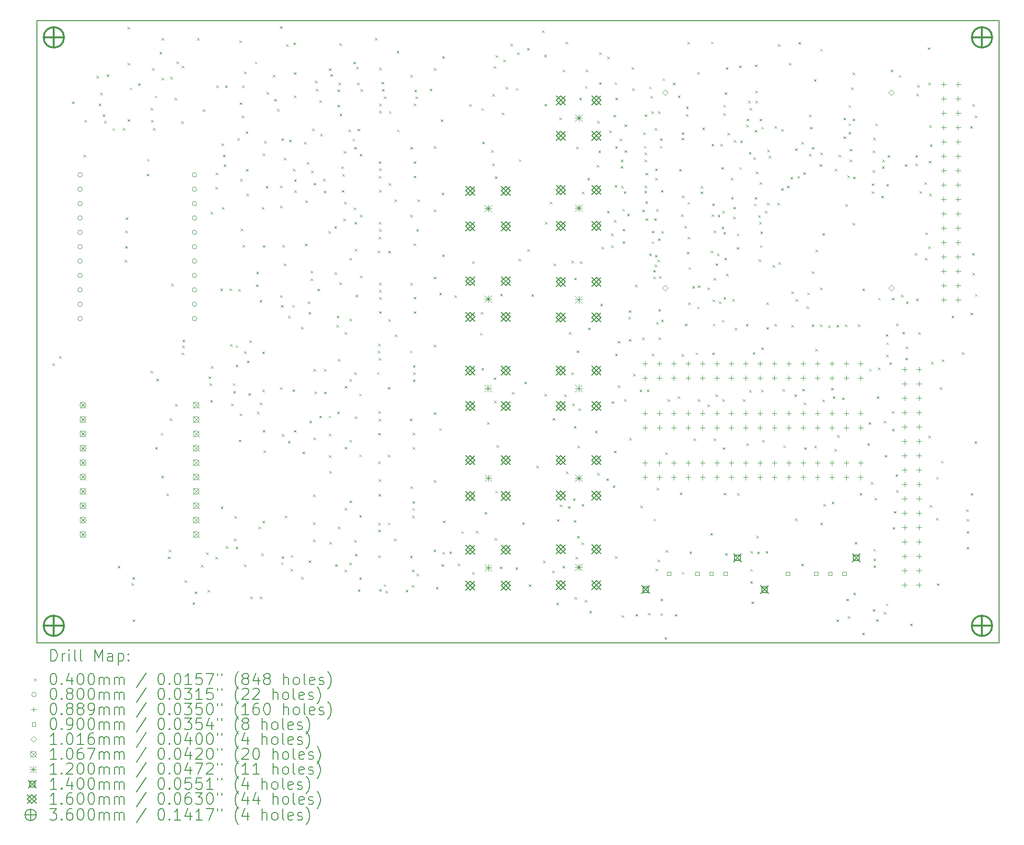
<source format=gbr>
%TF.GenerationSoftware,KiCad,Pcbnew,(6.0.8-1)-1*%
%TF.CreationDate,2022-11-17T19:15:35-05:00*%
%TF.ProjectId,HermEIS,4865726d-4549-4532-9e6b-696361645f70,rev?*%
%TF.SameCoordinates,Original*%
%TF.FileFunction,Drillmap*%
%TF.FilePolarity,Positive*%
%FSLAX45Y45*%
G04 Gerber Fmt 4.5, Leading zero omitted, Abs format (unit mm)*
G04 Created by KiCad (PCBNEW (6.0.8-1)-1) date 2022-11-17 19:15:35*
%MOMM*%
%LPD*%
G01*
G04 APERTURE LIST*
%ADD10C,0.200000*%
%ADD11C,0.040000*%
%ADD12C,0.080000*%
%ADD13C,0.088900*%
%ADD14C,0.090000*%
%ADD15C,0.101600*%
%ADD16C,0.106680*%
%ADD17C,0.120000*%
%ADD18C,0.140000*%
%ADD19C,0.160000*%
%ADD20C,0.360000*%
G04 APERTURE END LIST*
D10*
X2727000Y-2395500D02*
X19727000Y-2395500D01*
X19727000Y-2395500D02*
X19727000Y-13395500D01*
X19727000Y-13395500D02*
X2727000Y-13395500D01*
X2727000Y-13395500D02*
X2727000Y-2395500D01*
D11*
X3000000Y-8452500D02*
X3040000Y-8492500D01*
X3040000Y-8452500D02*
X3000000Y-8492500D01*
X3118000Y-8327500D02*
X3158000Y-8367500D01*
X3158000Y-8327500D02*
X3118000Y-8367500D01*
X3347000Y-3825500D02*
X3387000Y-3865500D01*
X3387000Y-3825500D02*
X3347000Y-3865500D01*
X3552000Y-4770500D02*
X3592000Y-4810500D01*
X3592000Y-4770500D02*
X3552000Y-4810500D01*
X3567000Y-4155500D02*
X3607000Y-4195500D01*
X3607000Y-4155500D02*
X3567000Y-4195500D01*
X3777000Y-3375500D02*
X3817000Y-3415500D01*
X3817000Y-3375500D02*
X3777000Y-3415500D01*
X3817000Y-3865500D02*
X3857000Y-3905500D01*
X3857000Y-3865500D02*
X3817000Y-3905500D01*
X3847000Y-3667950D02*
X3887000Y-3707950D01*
X3887000Y-3667950D02*
X3847000Y-3707950D01*
X3887000Y-4055500D02*
X3927000Y-4095500D01*
X3927000Y-4055500D02*
X3887000Y-4095500D01*
X3917000Y-4170500D02*
X3957000Y-4210500D01*
X3957000Y-4170500D02*
X3917000Y-4210500D01*
X3962000Y-3350500D02*
X4002000Y-3390500D01*
X4002000Y-3350500D02*
X3962000Y-3390500D01*
X4061950Y-4300500D02*
X4101950Y-4340500D01*
X4101950Y-4300500D02*
X4061950Y-4340500D01*
X4156000Y-12034000D02*
X4196000Y-12074000D01*
X4196000Y-12034000D02*
X4156000Y-12074000D01*
X4242000Y-4295500D02*
X4282000Y-4335500D01*
X4282000Y-4295500D02*
X4242000Y-4335500D01*
X4280000Y-6626500D02*
X4320000Y-6666500D01*
X4320000Y-6626500D02*
X4280000Y-6666500D01*
X4286000Y-6382500D02*
X4326000Y-6422500D01*
X4326000Y-6382500D02*
X4286000Y-6422500D01*
X4287000Y-6110500D02*
X4327000Y-6150500D01*
X4327000Y-6110500D02*
X4287000Y-6150500D01*
X4297000Y-5875500D02*
X4337000Y-5915500D01*
X4337000Y-5875500D02*
X4297000Y-5915500D01*
X4327000Y-3145500D02*
X4367000Y-3185500D01*
X4367000Y-3145500D02*
X4327000Y-3185500D01*
X4327000Y-4140500D02*
X4367000Y-4180500D01*
X4367000Y-4140500D02*
X4327000Y-4180500D01*
X4331000Y-2513050D02*
X4371000Y-2553050D01*
X4371000Y-2513050D02*
X4331000Y-2553050D01*
X4367000Y-3580500D02*
X4407000Y-3620500D01*
X4407000Y-3580500D02*
X4367000Y-3620500D01*
X4397000Y-12341500D02*
X4437000Y-12381500D01*
X4437000Y-12341500D02*
X4397000Y-12381500D01*
X4413000Y-12234500D02*
X4453000Y-12274500D01*
X4453000Y-12234500D02*
X4413000Y-12274500D01*
X4418230Y-12984270D02*
X4458230Y-13024270D01*
X4458230Y-12984270D02*
X4418230Y-13024270D01*
X4517000Y-3505500D02*
X4557000Y-3545500D01*
X4557000Y-3505500D02*
X4517000Y-3545500D01*
X4667000Y-5105500D02*
X4707000Y-5145500D01*
X4707000Y-5105500D02*
X4667000Y-5145500D01*
X4672000Y-4842950D02*
X4712000Y-4882950D01*
X4712000Y-4842950D02*
X4672000Y-4882950D01*
X4737000Y-3940500D02*
X4777000Y-3980500D01*
X4777000Y-3940500D02*
X4737000Y-3980500D01*
X4737270Y-8588230D02*
X4777270Y-8628230D01*
X4777270Y-8588230D02*
X4737270Y-8628230D01*
X4742000Y-4150500D02*
X4782000Y-4190500D01*
X4782000Y-4150500D02*
X4742000Y-4190500D01*
X4762000Y-3235500D02*
X4802000Y-3275500D01*
X4802000Y-3235500D02*
X4762000Y-3275500D01*
X4777000Y-4295500D02*
X4817000Y-4335500D01*
X4817000Y-4295500D02*
X4777000Y-4335500D01*
X4807000Y-3724500D02*
X4847000Y-3764500D01*
X4847000Y-3724500D02*
X4807000Y-3764500D01*
X4817000Y-9935500D02*
X4857000Y-9975500D01*
X4857000Y-9935500D02*
X4817000Y-9975500D01*
X4839000Y-8729950D02*
X4879000Y-8769950D01*
X4879000Y-8729950D02*
X4839000Y-8769950D01*
X4893000Y-2949500D02*
X4933000Y-2989500D01*
X4933000Y-2949500D02*
X4893000Y-2989500D01*
X4917000Y-9685500D02*
X4957000Y-9725500D01*
X4957000Y-9685500D02*
X4917000Y-9725500D01*
X4927000Y-10445500D02*
X4967000Y-10485500D01*
X4967000Y-10445500D02*
X4927000Y-10485500D01*
X4930149Y-2702950D02*
X4970149Y-2742950D01*
X4970149Y-2702950D02*
X4930149Y-2742950D01*
X4932000Y-3405500D02*
X4972000Y-3445500D01*
X4972000Y-3405500D02*
X4932000Y-3445500D01*
X5014250Y-10754750D02*
X5054250Y-10794750D01*
X5054250Y-10754750D02*
X5014250Y-10794750D01*
X5042000Y-11869500D02*
X5082000Y-11909500D01*
X5082000Y-11869500D02*
X5042000Y-11909500D01*
X5058000Y-11744500D02*
X5098000Y-11784500D01*
X5098000Y-11744500D02*
X5058000Y-11784500D01*
X5077000Y-9425500D02*
X5117000Y-9465500D01*
X5117000Y-9425500D02*
X5077000Y-9465500D01*
X5082000Y-3393050D02*
X5122000Y-3433050D01*
X5122000Y-3393050D02*
X5082000Y-3433050D01*
X5097000Y-7045500D02*
X5137000Y-7085500D01*
X5137000Y-7045500D02*
X5097000Y-7085500D01*
X5157000Y-3765500D02*
X5197000Y-3805500D01*
X5197000Y-3765500D02*
X5157000Y-3805500D01*
X5167000Y-9175500D02*
X5207000Y-9215500D01*
X5207000Y-9175500D02*
X5167000Y-9215500D01*
X5192000Y-3120500D02*
X5232000Y-3160500D01*
X5232000Y-3120500D02*
X5192000Y-3160500D01*
X5277000Y-4175500D02*
X5317000Y-4215500D01*
X5317000Y-4175500D02*
X5277000Y-4215500D01*
X5286000Y-8264500D02*
X5326000Y-8304500D01*
X5326000Y-8264500D02*
X5286000Y-8304500D01*
X5287000Y-3195500D02*
X5327000Y-3235500D01*
X5327000Y-3195500D02*
X5287000Y-3235500D01*
X5295000Y-8140500D02*
X5335000Y-8180500D01*
X5335000Y-8140500D02*
X5295000Y-8180500D01*
X5300000Y-8036500D02*
X5340000Y-8076500D01*
X5340000Y-8036500D02*
X5300000Y-8076500D01*
X5338000Y-12286500D02*
X5378000Y-12326500D01*
X5378000Y-12286500D02*
X5338000Y-12326500D01*
X5477000Y-12675500D02*
X5517000Y-12715500D01*
X5517000Y-12675500D02*
X5477000Y-12715500D01*
X5513000Y-12489050D02*
X5553000Y-12529050D01*
X5553000Y-12489050D02*
X5513000Y-12529050D01*
X5560000Y-2705500D02*
X5600000Y-2745500D01*
X5600000Y-2705500D02*
X5560000Y-2745500D01*
X5627000Y-12015500D02*
X5667000Y-12055500D01*
X5667000Y-12015500D02*
X5627000Y-12055500D01*
X5659000Y-3963500D02*
X5699000Y-4003500D01*
X5699000Y-3963500D02*
X5659000Y-4003500D01*
X5717000Y-11800500D02*
X5757000Y-11840500D01*
X5757000Y-11800500D02*
X5717000Y-11840500D01*
X5741000Y-12458500D02*
X5781000Y-12498500D01*
X5781000Y-12458500D02*
X5741000Y-12498500D01*
X5758000Y-8686500D02*
X5798000Y-8726500D01*
X5798000Y-8686500D02*
X5758000Y-8726500D01*
X5775770Y-8806730D02*
X5815770Y-8846730D01*
X5815770Y-8806730D02*
X5775770Y-8846730D01*
X5789000Y-9107500D02*
X5829000Y-9147500D01*
X5829000Y-9107500D02*
X5789000Y-9147500D01*
X5792000Y-5775500D02*
X5832000Y-5815500D01*
X5832000Y-5775500D02*
X5792000Y-5815500D01*
X5804000Y-8503500D02*
X5844000Y-8543500D01*
X5844000Y-8503500D02*
X5804000Y-8543500D01*
X5877000Y-5335500D02*
X5917000Y-5375500D01*
X5917000Y-5335500D02*
X5877000Y-5375500D01*
X5877000Y-11875500D02*
X5917000Y-11915500D01*
X5917000Y-11875500D02*
X5877000Y-11915500D01*
X5887000Y-5085500D02*
X5927000Y-5125500D01*
X5927000Y-5085500D02*
X5887000Y-5125500D01*
X5897000Y-3545500D02*
X5937000Y-3585500D01*
X5937000Y-3545500D02*
X5897000Y-3585500D01*
X5967000Y-7135500D02*
X6007000Y-7175500D01*
X6007000Y-7135500D02*
X5967000Y-7175500D01*
X5977000Y-10982500D02*
X6017000Y-11022500D01*
X6017000Y-10982500D02*
X5977000Y-11022500D01*
X5992000Y-4570500D02*
X6032000Y-4610500D01*
X6032000Y-4570500D02*
X5992000Y-4610500D01*
X5997000Y-5690500D02*
X6037000Y-5730500D01*
X6037000Y-5690500D02*
X5997000Y-5730500D01*
X6017000Y-4765500D02*
X6057000Y-4805500D01*
X6057000Y-4765500D02*
X6017000Y-4805500D01*
X6027000Y-4938500D02*
X6067000Y-4978500D01*
X6067000Y-4938500D02*
X6027000Y-4978500D01*
X6052000Y-3540500D02*
X6092000Y-3580500D01*
X6092000Y-3540500D02*
X6052000Y-3580500D01*
X6063050Y-11690500D02*
X6103050Y-11730500D01*
X6103050Y-11690500D02*
X6063050Y-11730500D01*
X6130000Y-7133500D02*
X6170000Y-7173500D01*
X6170000Y-7133500D02*
X6130000Y-7173500D01*
X6141000Y-8113200D02*
X6181000Y-8153200D01*
X6181000Y-8113200D02*
X6141000Y-8153200D01*
X6157000Y-9165500D02*
X6197000Y-9205500D01*
X6197000Y-9165500D02*
X6157000Y-9205500D01*
X6189000Y-8805500D02*
X6229000Y-8845500D01*
X6229000Y-8805500D02*
X6189000Y-8845500D01*
X6197000Y-8947500D02*
X6237000Y-8987500D01*
X6237000Y-8947500D02*
X6197000Y-8987500D01*
X6208000Y-11554500D02*
X6248000Y-11594500D01*
X6248000Y-11554500D02*
X6208000Y-11594500D01*
X6220000Y-11157500D02*
X6260000Y-11197500D01*
X6260000Y-11157500D02*
X6220000Y-11197500D01*
X6239237Y-8477739D02*
X6279237Y-8517739D01*
X6279237Y-8477739D02*
X6239237Y-8517739D01*
X6239550Y-8136500D02*
X6279550Y-8176500D01*
X6279550Y-8136500D02*
X6239550Y-8176500D01*
X6239550Y-11697500D02*
X6279550Y-11737500D01*
X6279550Y-11697500D02*
X6239550Y-11737500D01*
X6270000Y-4471500D02*
X6310000Y-4511500D01*
X6310000Y-4471500D02*
X6270000Y-4511500D01*
X6283000Y-7139500D02*
X6323000Y-7179500D01*
X6323000Y-7139500D02*
X6283000Y-7179500D01*
X6293000Y-9804500D02*
X6333000Y-9844500D01*
X6333000Y-9804500D02*
X6293000Y-9844500D01*
X6305000Y-2748500D02*
X6345000Y-2788500D01*
X6345000Y-2748500D02*
X6305000Y-2788500D01*
X6309000Y-3843500D02*
X6349000Y-3883500D01*
X6349000Y-3843500D02*
X6309000Y-3883500D01*
X6312000Y-9341500D02*
X6352000Y-9381500D01*
X6352000Y-9341500D02*
X6312000Y-9381500D01*
X6317000Y-5195500D02*
X6357000Y-5235500D01*
X6357000Y-5195500D02*
X6317000Y-5235500D01*
X6328000Y-6073500D02*
X6368000Y-6113500D01*
X6368000Y-6073500D02*
X6328000Y-6113500D01*
X6342000Y-4073500D02*
X6382000Y-4113500D01*
X6382000Y-4073500D02*
X6342000Y-4113500D01*
X6352000Y-3545500D02*
X6392000Y-3585500D01*
X6392000Y-3545500D02*
X6352000Y-3585500D01*
X6363000Y-6363500D02*
X6403000Y-6403500D01*
X6403000Y-6363500D02*
X6363000Y-6403500D01*
X6384450Y-12010500D02*
X6424450Y-12050500D01*
X6424450Y-12010500D02*
X6384450Y-12050500D01*
X6387000Y-3300500D02*
X6427000Y-3340500D01*
X6427000Y-3300500D02*
X6387000Y-3340500D01*
X6387730Y-8242230D02*
X6427730Y-8282230D01*
X6427730Y-8242230D02*
X6387730Y-8282230D01*
X6417000Y-4354050D02*
X6457000Y-4394050D01*
X6457000Y-4354050D02*
X6417000Y-4394050D01*
X6419000Y-5021500D02*
X6459000Y-5061500D01*
X6459000Y-5021500D02*
X6419000Y-5061500D01*
X6427000Y-5455500D02*
X6467000Y-5495500D01*
X6467000Y-5455500D02*
X6427000Y-5495500D01*
X6435000Y-8407500D02*
X6475000Y-8447500D01*
X6475000Y-8407500D02*
X6435000Y-8447500D01*
X6466000Y-8982500D02*
X6506000Y-9022500D01*
X6506000Y-8982500D02*
X6466000Y-9022500D01*
X6482000Y-8045500D02*
X6522000Y-8085500D01*
X6522000Y-8045500D02*
X6482000Y-8085500D01*
X6497000Y-12577950D02*
X6537000Y-12617950D01*
X6537000Y-12577950D02*
X6497000Y-12617950D01*
X6577000Y-3122950D02*
X6617000Y-3162950D01*
X6617000Y-3122950D02*
X6577000Y-3162950D01*
X6596000Y-7061500D02*
X6636000Y-7101500D01*
X6636000Y-7061500D02*
X6596000Y-7101500D01*
X6602000Y-6835500D02*
X6642000Y-6875500D01*
X6642000Y-6835500D02*
X6602000Y-6875500D01*
X6616000Y-9307500D02*
X6656000Y-9347500D01*
X6656000Y-9307500D02*
X6616000Y-9347500D01*
X6639000Y-11340500D02*
X6679000Y-11380500D01*
X6679000Y-11340500D02*
X6639000Y-11380500D01*
X6663000Y-7337500D02*
X6703000Y-7377500D01*
X6703000Y-7337500D02*
X6663000Y-7377500D01*
X6667000Y-12577950D02*
X6707000Y-12617950D01*
X6707000Y-12577950D02*
X6667000Y-12617950D01*
X6668455Y-9150495D02*
X6708455Y-9190495D01*
X6708455Y-9150495D02*
X6668455Y-9190495D01*
X6692000Y-11815500D02*
X6732000Y-11855500D01*
X6732000Y-11815500D02*
X6692000Y-11855500D01*
X6702000Y-5690500D02*
X6742000Y-5730500D01*
X6742000Y-5690500D02*
X6702000Y-5730500D01*
X6706000Y-8246500D02*
X6746000Y-8286500D01*
X6746000Y-8246500D02*
X6706000Y-8286500D01*
X6707000Y-8920500D02*
X6747000Y-8960500D01*
X6747000Y-8920500D02*
X6707000Y-8960500D01*
X6714000Y-11238000D02*
X6754000Y-11278000D01*
X6754000Y-11238000D02*
X6714000Y-11278000D01*
X6715000Y-6367500D02*
X6755000Y-6407500D01*
X6755000Y-6367500D02*
X6715000Y-6407500D01*
X6717000Y-9635500D02*
X6757000Y-9675500D01*
X6757000Y-9635500D02*
X6717000Y-9675500D01*
X6720000Y-4746800D02*
X6760000Y-4786800D01*
X6760000Y-4746800D02*
X6720000Y-4786800D01*
X6737000Y-9995500D02*
X6777000Y-10035500D01*
X6777000Y-9995500D02*
X6737000Y-10035500D01*
X6743000Y-4525500D02*
X6783000Y-4565500D01*
X6783000Y-4525500D02*
X6743000Y-4565500D01*
X6772000Y-5320500D02*
X6812000Y-5360500D01*
X6812000Y-5320500D02*
X6772000Y-5360500D01*
X6784000Y-3658500D02*
X6824000Y-3698500D01*
X6824000Y-3658500D02*
X6784000Y-3698500D01*
X6897000Y-3355500D02*
X6937000Y-3395500D01*
X6937000Y-3355500D02*
X6897000Y-3395500D01*
X6922000Y-3783500D02*
X6962000Y-3823500D01*
X6962000Y-3783500D02*
X6922000Y-3823500D01*
X6972000Y-3960500D02*
X7012000Y-4000500D01*
X7012000Y-3960500D02*
X6972000Y-4000500D01*
X7022000Y-5310500D02*
X7062000Y-5350500D01*
X7062000Y-5310500D02*
X7022000Y-5350500D01*
X7022000Y-5665500D02*
X7062000Y-5705500D01*
X7062000Y-5665500D02*
X7022000Y-5705500D01*
X7022000Y-7250500D02*
X7062000Y-7290500D01*
X7062000Y-7250500D02*
X7022000Y-7290500D01*
X7022000Y-8875500D02*
X7062000Y-8915500D01*
X7062000Y-8875500D02*
X7022000Y-8915500D01*
X7023000Y-2497050D02*
X7063000Y-2537050D01*
X7063000Y-2497050D02*
X7023000Y-2537050D01*
X7037000Y-7425550D02*
X7077000Y-7465550D01*
X7077000Y-7425550D02*
X7037000Y-7465550D01*
X7042000Y-11970500D02*
X7082000Y-12010500D01*
X7082000Y-11970500D02*
X7042000Y-12010500D01*
X7045000Y-4478500D02*
X7085000Y-4518500D01*
X7085000Y-4478500D02*
X7045000Y-4518500D01*
X7051000Y-11863500D02*
X7091000Y-11903500D01*
X7091000Y-11863500D02*
X7051000Y-11903500D01*
X7057500Y-9708000D02*
X7097500Y-9748000D01*
X7097500Y-9708000D02*
X7057500Y-9748000D01*
X7062000Y-6361500D02*
X7102000Y-6401500D01*
X7102000Y-6361500D02*
X7062000Y-6401500D01*
X7087000Y-4820500D02*
X7127000Y-4860500D01*
X7127000Y-4820500D02*
X7087000Y-4860500D01*
X7087000Y-6695500D02*
X7127000Y-6735500D01*
X7127000Y-6695500D02*
X7087000Y-6735500D01*
X7107000Y-11145500D02*
X7147000Y-11185500D01*
X7147000Y-11145500D02*
X7107000Y-11185500D01*
X7135000Y-2817500D02*
X7175000Y-2857500D01*
X7175000Y-2817500D02*
X7135000Y-2857500D01*
X7162000Y-9824500D02*
X7202000Y-9864500D01*
X7202000Y-9824500D02*
X7162000Y-9864500D01*
X7164550Y-7618500D02*
X7204550Y-7658500D01*
X7204550Y-7618500D02*
X7164550Y-7658500D01*
X7183000Y-4503500D02*
X7223000Y-4543500D01*
X7223000Y-4503500D02*
X7183000Y-4543500D01*
X7206000Y-12085500D02*
X7246000Y-12125500D01*
X7246000Y-12085500D02*
X7206000Y-12125500D01*
X7211456Y-11843504D02*
X7251456Y-11883504D01*
X7251456Y-11843504D02*
X7211456Y-11883504D01*
X7237000Y-7425500D02*
X7277000Y-7465500D01*
X7277000Y-7425500D02*
X7237000Y-7465500D01*
X7244550Y-8915500D02*
X7284550Y-8955500D01*
X7284550Y-8915500D02*
X7244550Y-8955500D01*
X7252000Y-5015500D02*
X7292000Y-5055500D01*
X7292000Y-5015500D02*
X7252000Y-5055500D01*
X7256000Y-2784950D02*
X7296000Y-2824950D01*
X7296000Y-2784950D02*
X7256000Y-2824950D01*
X7267000Y-3310500D02*
X7307000Y-3350500D01*
X7307000Y-3310500D02*
X7267000Y-3350500D01*
X7267000Y-3720500D02*
X7307000Y-3760500D01*
X7307000Y-3720500D02*
X7267000Y-3760500D01*
X7267000Y-9635500D02*
X7307000Y-9675500D01*
X7307000Y-9635500D02*
X7267000Y-9675500D01*
X7272000Y-5205500D02*
X7312000Y-5245500D01*
X7312000Y-5205500D02*
X7272000Y-5245500D01*
X7277000Y-5395500D02*
X7317000Y-5435500D01*
X7317000Y-5395500D02*
X7277000Y-5435500D01*
X7392000Y-12231500D02*
X7432000Y-12271500D01*
X7432000Y-12231500D02*
X7392000Y-12271500D01*
X7397000Y-7810500D02*
X7437000Y-7850500D01*
X7437000Y-7810500D02*
X7397000Y-7850500D01*
X7417000Y-10015500D02*
X7457000Y-10055500D01*
X7457000Y-10015500D02*
X7417000Y-10055500D01*
X7443270Y-4539230D02*
X7483270Y-4579230D01*
X7483270Y-4539230D02*
X7443270Y-4579230D01*
X7463125Y-6340375D02*
X7503125Y-6380375D01*
X7503125Y-6340375D02*
X7463125Y-6380375D01*
X7472000Y-5576500D02*
X7512000Y-5616500D01*
X7512000Y-5576500D02*
X7472000Y-5616500D01*
X7497000Y-4900500D02*
X7537000Y-4940500D01*
X7537000Y-4900500D02*
X7497000Y-4940500D01*
X7516000Y-7359500D02*
X7556000Y-7399500D01*
X7556000Y-7359500D02*
X7516000Y-7399500D01*
X7525000Y-7550500D02*
X7565000Y-7590500D01*
X7565000Y-7550500D02*
X7525000Y-7590500D01*
X7532000Y-11937500D02*
X7572000Y-11977500D01*
X7572000Y-11937500D02*
X7532000Y-11977500D01*
X7542000Y-9470950D02*
X7582000Y-9510950D01*
X7582000Y-9470950D02*
X7542000Y-9510950D01*
X7562000Y-6820500D02*
X7602000Y-6860500D01*
X7602000Y-6820500D02*
X7562000Y-6860500D01*
X7562000Y-6955500D02*
X7602000Y-6995500D01*
X7602000Y-6955500D02*
X7562000Y-6995500D01*
X7573000Y-5050550D02*
X7613000Y-5090550D01*
X7613000Y-5050550D02*
X7573000Y-5090550D01*
X7591000Y-4305500D02*
X7631000Y-4345500D01*
X7631000Y-4305500D02*
X7591000Y-4345500D01*
X7605000Y-11566500D02*
X7645000Y-11606500D01*
X7645000Y-11566500D02*
X7605000Y-11606500D01*
X7607000Y-10772500D02*
X7647000Y-10812500D01*
X7647000Y-10772500D02*
X7607000Y-10812500D01*
X7608000Y-11264500D02*
X7648000Y-11304500D01*
X7648000Y-11264500D02*
X7608000Y-11304500D01*
X7612000Y-8555500D02*
X7652000Y-8595500D01*
X7652000Y-8555500D02*
X7612000Y-8595500D01*
X7617000Y-5265500D02*
X7657000Y-5305500D01*
X7657000Y-5265500D02*
X7617000Y-5305500D01*
X7617000Y-9765500D02*
X7657000Y-9805500D01*
X7657000Y-9765500D02*
X7617000Y-9805500D01*
X7632000Y-8955500D02*
X7672000Y-8995500D01*
X7672000Y-8955500D02*
X7632000Y-8995500D01*
X7637000Y-3455500D02*
X7677000Y-3495500D01*
X7677000Y-3455500D02*
X7637000Y-3495500D01*
X7655770Y-3604270D02*
X7695770Y-3644270D01*
X7695770Y-3604270D02*
X7655770Y-3644270D01*
X7681000Y-7136500D02*
X7721000Y-7176500D01*
X7721000Y-7136500D02*
X7681000Y-7176500D01*
X7713455Y-3803505D02*
X7753455Y-3843505D01*
X7753455Y-3803505D02*
X7713455Y-3843505D01*
X7714000Y-9379950D02*
X7754000Y-9419950D01*
X7754000Y-9379950D02*
X7714000Y-9419950D01*
X7732000Y-4395500D02*
X7772000Y-4435500D01*
X7772000Y-4395500D02*
X7732000Y-4435500D01*
X7782000Y-5195500D02*
X7822000Y-5235500D01*
X7822000Y-5195500D02*
X7782000Y-5235500D01*
X7797000Y-5405500D02*
X7837000Y-5445500D01*
X7837000Y-5405500D02*
X7797000Y-5445500D01*
X7801000Y-8958500D02*
X7841000Y-8998500D01*
X7841000Y-8958500D02*
X7801000Y-8998500D01*
X7803000Y-8557500D02*
X7843000Y-8597500D01*
X7843000Y-8557500D02*
X7803000Y-8597500D01*
X7880000Y-6117050D02*
X7920000Y-6157050D01*
X7920000Y-6117050D02*
X7880000Y-6157050D01*
X7882000Y-9379950D02*
X7922000Y-9419950D01*
X7922000Y-9379950D02*
X7882000Y-9419950D01*
X7887000Y-9696500D02*
X7927000Y-9736500D01*
X7927000Y-9696500D02*
X7887000Y-9736500D01*
X7888000Y-3242500D02*
X7928000Y-3282500D01*
X7928000Y-3242500D02*
X7888000Y-3282500D01*
X7888000Y-10080500D02*
X7928000Y-10120500D01*
X7928000Y-10080500D02*
X7888000Y-10120500D01*
X7896000Y-11612500D02*
X7936000Y-11652500D01*
X7936000Y-11612500D02*
X7896000Y-11652500D01*
X7897000Y-10360500D02*
X7937000Y-10400500D01*
X7937000Y-10360500D02*
X7897000Y-10400500D01*
X7911000Y-3343050D02*
X7951000Y-3383050D01*
X7951000Y-3343050D02*
X7911000Y-3383050D01*
X7984000Y-6033500D02*
X8024000Y-6073500D01*
X8024000Y-6033500D02*
X7984000Y-6073500D01*
X7986000Y-6844500D02*
X8026000Y-6884500D01*
X8026000Y-6844500D02*
X7986000Y-6884500D01*
X7997000Y-12005500D02*
X8037000Y-12045500D01*
X8037000Y-12005500D02*
X7997000Y-12045500D01*
X8022000Y-7775500D02*
X8062000Y-7815500D01*
X8062000Y-7775500D02*
X8022000Y-7815500D01*
X8026000Y-7612500D02*
X8066000Y-7652500D01*
X8066000Y-7612500D02*
X8026000Y-7652500D01*
X8033000Y-9307500D02*
X8073000Y-9347500D01*
X8073000Y-9307500D02*
X8033000Y-9347500D01*
X8037000Y-3615500D02*
X8077000Y-3655500D01*
X8077000Y-3615500D02*
X8037000Y-3655500D01*
X8037000Y-3885500D02*
X8077000Y-3925500D01*
X8077000Y-3885500D02*
X8037000Y-3925500D01*
X8045000Y-11341500D02*
X8085000Y-11381500D01*
X8085000Y-11341500D02*
X8045000Y-11381500D01*
X8047000Y-8375500D02*
X8087000Y-8415500D01*
X8087000Y-8375500D02*
X8047000Y-8415500D01*
X8057000Y-3490500D02*
X8097000Y-3530500D01*
X8097000Y-3490500D02*
X8057000Y-3530500D01*
X8074000Y-7020500D02*
X8114000Y-7060500D01*
X8114000Y-7020500D02*
X8074000Y-7060500D01*
X8074270Y-2800770D02*
X8114270Y-2840770D01*
X8114270Y-2800770D02*
X8074270Y-2840770D01*
X8077000Y-4040500D02*
X8117000Y-4080500D01*
X8117000Y-4040500D02*
X8077000Y-4080500D01*
X8108000Y-4976500D02*
X8148000Y-5016500D01*
X8148000Y-4976500D02*
X8108000Y-5016500D01*
X8116000Y-5393500D02*
X8156000Y-5433500D01*
X8156000Y-5393500D02*
X8116000Y-5433500D01*
X8123000Y-5107500D02*
X8163000Y-5147500D01*
X8163000Y-5107500D02*
X8123000Y-5147500D01*
X8142000Y-5895500D02*
X8182000Y-5935500D01*
X8182000Y-5895500D02*
X8142000Y-5935500D01*
X8147000Y-4705500D02*
X8187000Y-4745500D01*
X8187000Y-4705500D02*
X8147000Y-4745500D01*
X8157000Y-5600500D02*
X8197000Y-5640500D01*
X8197000Y-5600500D02*
X8157000Y-5640500D01*
X8162000Y-7900500D02*
X8202000Y-7940500D01*
X8202000Y-7900500D02*
X8162000Y-7940500D01*
X8162000Y-8855500D02*
X8202000Y-8895500D01*
X8202000Y-8855500D02*
X8162000Y-8895500D01*
X8162000Y-9930500D02*
X8202000Y-9970500D01*
X8202000Y-9930500D02*
X8162000Y-9970500D01*
X8162000Y-11010500D02*
X8202000Y-11050500D01*
X8202000Y-11010500D02*
X8162000Y-11050500D01*
X8162000Y-12100500D02*
X8202000Y-12140500D01*
X8202000Y-12100500D02*
X8162000Y-12140500D01*
X8232230Y-4323050D02*
X8272230Y-4363050D01*
X8272230Y-4323050D02*
X8232230Y-4363050D01*
X8252000Y-6590500D02*
X8292000Y-6630500D01*
X8292000Y-6590500D02*
X8252000Y-6630500D01*
X8252000Y-7665500D02*
X8292000Y-7705500D01*
X8292000Y-7665500D02*
X8252000Y-7705500D01*
X8252000Y-8735500D02*
X8292000Y-8775500D01*
X8292000Y-8735500D02*
X8252000Y-8775500D01*
X8252000Y-9810500D02*
X8292000Y-9850500D01*
X8292000Y-9810500D02*
X8252000Y-9850500D01*
X8252000Y-10880500D02*
X8292000Y-10920500D01*
X8292000Y-10880500D02*
X8252000Y-10920500D01*
X8252000Y-11975500D02*
X8292000Y-12015500D01*
X8292000Y-11975500D02*
X8252000Y-12015500D01*
X8305000Y-4487500D02*
X8345000Y-4527500D01*
X8345000Y-4487500D02*
X8305000Y-4527500D01*
X8320000Y-3122950D02*
X8360000Y-3162950D01*
X8360000Y-3122950D02*
X8320000Y-3162950D01*
X8324450Y-5700500D02*
X8364450Y-5740500D01*
X8364450Y-5700500D02*
X8324450Y-5740500D01*
X8332000Y-11580500D02*
X8372000Y-11620500D01*
X8372000Y-11580500D02*
X8332000Y-11620500D01*
X8337000Y-4630500D02*
X8377000Y-4670500D01*
X8377000Y-4630500D02*
X8337000Y-4670500D01*
X8337000Y-8611500D02*
X8377000Y-8651500D01*
X8377000Y-8611500D02*
X8337000Y-8651500D01*
X8338000Y-5955500D02*
X8378000Y-5995500D01*
X8378000Y-5955500D02*
X8338000Y-5995500D01*
X8340000Y-9396500D02*
X8380000Y-9436500D01*
X8380000Y-9396500D02*
X8340000Y-9436500D01*
X8342000Y-6432500D02*
X8382000Y-6472500D01*
X8382000Y-6432500D02*
X8342000Y-6472500D01*
X8347000Y-11820500D02*
X8387000Y-11860500D01*
X8387000Y-11820500D02*
X8347000Y-11860500D01*
X8355000Y-7241500D02*
X8395000Y-7281500D01*
X8395000Y-7241500D02*
X8355000Y-7281500D01*
X8367599Y-3210838D02*
X8407599Y-3250838D01*
X8407599Y-3210838D02*
X8367599Y-3250838D01*
X8387000Y-3490500D02*
X8427000Y-3530500D01*
X8427000Y-3490500D02*
X8387000Y-3530500D01*
X8393000Y-4309500D02*
X8433000Y-4349500D01*
X8433000Y-4309500D02*
X8393000Y-4349500D01*
X8397000Y-12447950D02*
X8437000Y-12487950D01*
X8437000Y-12447950D02*
X8397000Y-12487950D01*
X8422000Y-8990500D02*
X8462000Y-9030500D01*
X8462000Y-8990500D02*
X8422000Y-9030500D01*
X8422000Y-10065500D02*
X8462000Y-10105500D01*
X8462000Y-10065500D02*
X8422000Y-10105500D01*
X8422000Y-11140500D02*
X8462000Y-11180500D01*
X8462000Y-11140500D02*
X8422000Y-11180500D01*
X8422000Y-12235500D02*
X8462000Y-12275500D01*
X8462000Y-12235500D02*
X8422000Y-12275500D01*
X8432000Y-4755500D02*
X8472000Y-4795500D01*
X8472000Y-4755500D02*
X8432000Y-4795500D01*
X8437000Y-5830500D02*
X8477000Y-5870500D01*
X8477000Y-5830500D02*
X8437000Y-5870500D01*
X8437000Y-6905500D02*
X8477000Y-6945500D01*
X8477000Y-6905500D02*
X8437000Y-6945500D01*
X8447000Y-3610500D02*
X8487000Y-3650500D01*
X8487000Y-3610500D02*
X8447000Y-3650500D01*
X8700000Y-2702950D02*
X8740000Y-2742950D01*
X8740000Y-2702950D02*
X8700000Y-2742950D01*
X8737000Y-8610500D02*
X8777000Y-8650500D01*
X8777000Y-8610500D02*
X8737000Y-8650500D01*
X8752000Y-6465500D02*
X8792000Y-6505500D01*
X8792000Y-6465500D02*
X8752000Y-6505500D01*
X8752000Y-8230500D02*
X8792000Y-8270500D01*
X8792000Y-8230500D02*
X8752000Y-8270500D01*
X8757000Y-8105500D02*
X8797000Y-8145500D01*
X8797000Y-8105500D02*
X8757000Y-8145500D01*
X8757000Y-9300500D02*
X8797000Y-9340500D01*
X8797000Y-9300500D02*
X8757000Y-9340500D01*
X8757000Y-9685500D02*
X8797000Y-9725500D01*
X8797000Y-9685500D02*
X8757000Y-9725500D01*
X8757000Y-10190500D02*
X8797000Y-10230500D01*
X8797000Y-10190500D02*
X8757000Y-10230500D01*
X8757000Y-11270500D02*
X8797000Y-11310500D01*
X8797000Y-11270500D02*
X8757000Y-11310500D01*
X8757000Y-11395500D02*
X8797000Y-11435500D01*
X8797000Y-11395500D02*
X8757000Y-11435500D01*
X8757000Y-11850500D02*
X8797000Y-11890500D01*
X8797000Y-11850500D02*
X8757000Y-11890500D01*
X8762000Y-10765500D02*
X8802000Y-10805500D01*
X8802000Y-10765500D02*
X8762000Y-10805500D01*
X8767000Y-4885500D02*
X8807000Y-4925500D01*
X8807000Y-4885500D02*
X8767000Y-4925500D01*
X8767000Y-5140500D02*
X8807000Y-5180500D01*
X8807000Y-5140500D02*
X8767000Y-5180500D01*
X8767000Y-5955500D02*
X8807000Y-5995500D01*
X8807000Y-5955500D02*
X8767000Y-5995500D01*
X8767000Y-6215500D02*
X8807000Y-6255500D01*
X8807000Y-6215500D02*
X8767000Y-6255500D01*
X8767000Y-8360500D02*
X8807000Y-8400500D01*
X8807000Y-8360500D02*
X8767000Y-8400500D01*
X8767000Y-9435500D02*
X8807000Y-9475500D01*
X8807000Y-9435500D02*
X8767000Y-9475500D01*
X8767000Y-10505500D02*
X8807000Y-10545500D01*
X8807000Y-10505500D02*
X8767000Y-10545500D01*
X8772000Y-3865500D02*
X8812000Y-3905500D01*
X8812000Y-3865500D02*
X8772000Y-3905500D01*
X8772000Y-3990500D02*
X8812000Y-4030500D01*
X8812000Y-3990500D02*
X8772000Y-4030500D01*
X8772000Y-5010500D02*
X8812000Y-5050500D01*
X8812000Y-5010500D02*
X8772000Y-5050500D01*
X8772000Y-5390500D02*
X8812000Y-5430500D01*
X8812000Y-5390500D02*
X8772000Y-5430500D01*
X8772000Y-6085500D02*
X8812000Y-6125500D01*
X8812000Y-6085500D02*
X8772000Y-6125500D01*
X8772000Y-7030500D02*
X8812000Y-7070500D01*
X8812000Y-7030500D02*
X8772000Y-7070500D01*
X8772000Y-7155500D02*
X8812000Y-7195500D01*
X8812000Y-7155500D02*
X8772000Y-7195500D01*
X8772000Y-7285500D02*
X8812000Y-7325500D01*
X8812000Y-7285500D02*
X8772000Y-7325500D01*
X8772000Y-7535500D02*
X8812000Y-7575500D01*
X8812000Y-7535500D02*
X8772000Y-7575500D01*
X8772000Y-12445500D02*
X8812000Y-12485500D01*
X8812000Y-12445500D02*
X8772000Y-12485500D01*
X8777000Y-3230500D02*
X8817000Y-3270500D01*
X8817000Y-3230500D02*
X8777000Y-3270500D01*
X8817000Y-3480500D02*
X8857000Y-3520500D01*
X8857000Y-3480500D02*
X8817000Y-3520500D01*
X8827000Y-3605500D02*
X8867000Y-3645500D01*
X8867000Y-3605500D02*
X8827000Y-3645500D01*
X8854550Y-12360500D02*
X8894550Y-12400500D01*
X8894550Y-12360500D02*
X8854550Y-12400500D01*
X8857000Y-3740500D02*
X8897000Y-3780500D01*
X8897000Y-3740500D02*
X8857000Y-3780500D01*
X8883000Y-12476500D02*
X8923000Y-12516500D01*
X8923000Y-12476500D02*
X8883000Y-12516500D01*
X8927000Y-8873000D02*
X8967000Y-8913000D01*
X8967000Y-8873000D02*
X8927000Y-8913000D01*
X8927000Y-10068000D02*
X8967000Y-10108000D01*
X8967000Y-10068000D02*
X8927000Y-10108000D01*
X8932000Y-11268000D02*
X8972000Y-11308000D01*
X8972000Y-11268000D02*
X8932000Y-11308000D01*
X8937000Y-6468000D02*
X8977000Y-6508000D01*
X8977000Y-6468000D02*
X8937000Y-6508000D01*
X8937000Y-7673000D02*
X8977000Y-7713000D01*
X8977000Y-7673000D02*
X8937000Y-7713000D01*
X8942000Y-5268000D02*
X8982000Y-5308000D01*
X8982000Y-5268000D02*
X8942000Y-5308000D01*
X8947000Y-3995500D02*
X8987000Y-4035500D01*
X8987000Y-3995500D02*
X8947000Y-4035500D01*
X9037000Y-11553050D02*
X9077000Y-11593050D01*
X9077000Y-11553050D02*
X9037000Y-11593050D01*
X9046000Y-5555500D02*
X9086000Y-5595500D01*
X9086000Y-5555500D02*
X9046000Y-5595500D01*
X9052000Y-7945500D02*
X9092000Y-7985500D01*
X9092000Y-7945500D02*
X9052000Y-7985500D01*
X9084000Y-2933050D02*
X9124000Y-2973050D01*
X9124000Y-2933050D02*
X9084000Y-2973050D01*
X9092000Y-4325500D02*
X9132000Y-4365500D01*
X9132000Y-4325500D02*
X9092000Y-4365500D01*
X9245000Y-12458050D02*
X9285000Y-12498050D01*
X9285000Y-12458050D02*
X9245000Y-12498050D01*
X9319000Y-9431500D02*
X9359000Y-9471500D01*
X9359000Y-9431500D02*
X9319000Y-9471500D01*
X9320000Y-11855500D02*
X9360000Y-11895500D01*
X9360000Y-11855500D02*
X9320000Y-11895500D01*
X9321000Y-8228500D02*
X9361000Y-8268500D01*
X9361000Y-8228500D02*
X9321000Y-8268500D01*
X9322000Y-3355500D02*
X9362000Y-3395500D01*
X9362000Y-3355500D02*
X9322000Y-3395500D01*
X9322000Y-4630500D02*
X9362000Y-4670500D01*
X9362000Y-4630500D02*
X9322000Y-4670500D01*
X9322000Y-5830500D02*
X9362000Y-5870500D01*
X9362000Y-5830500D02*
X9322000Y-5870500D01*
X9322000Y-7030500D02*
X9362000Y-7070500D01*
X9362000Y-7030500D02*
X9322000Y-7070500D01*
X9326000Y-10631500D02*
X9366000Y-10671500D01*
X9366000Y-10631500D02*
X9326000Y-10671500D01*
X9351000Y-12371500D02*
X9391000Y-12411500D01*
X9391000Y-12371500D02*
X9351000Y-12411500D01*
X9354000Y-12104500D02*
X9394000Y-12144500D01*
X9394000Y-12104500D02*
X9354000Y-12144500D01*
X9361500Y-11145000D02*
X9401500Y-11185000D01*
X9401500Y-11145000D02*
X9361500Y-11185000D01*
X9362000Y-10890500D02*
X9402000Y-10930500D01*
X9402000Y-10890500D02*
X9362000Y-10930500D01*
X9362000Y-11015500D02*
X9402000Y-11055500D01*
X9402000Y-11015500D02*
X9362000Y-11055500D01*
X9366500Y-9935000D02*
X9406500Y-9975000D01*
X9406500Y-9935000D02*
X9366500Y-9975000D01*
X9367000Y-9680500D02*
X9407000Y-9720500D01*
X9407000Y-9680500D02*
X9367000Y-9720500D01*
X9371500Y-8740000D02*
X9411500Y-8780000D01*
X9411500Y-8740000D02*
X9371500Y-8780000D01*
X9372000Y-8485500D02*
X9412000Y-8525500D01*
X9412000Y-8485500D02*
X9372000Y-8525500D01*
X9374000Y-8614500D02*
X9414000Y-8654500D01*
X9414000Y-8614500D02*
X9374000Y-8654500D01*
X9381500Y-3865000D02*
X9421500Y-3905000D01*
X9421500Y-3865000D02*
X9381500Y-3905000D01*
X9381500Y-5140000D02*
X9421500Y-5180000D01*
X9421500Y-5140000D02*
X9381500Y-5180000D01*
X9382000Y-4885500D02*
X9422000Y-4925500D01*
X9422000Y-4885500D02*
X9382000Y-4925500D01*
X9386500Y-6340000D02*
X9426500Y-6380000D01*
X9426500Y-6340000D02*
X9386500Y-6380000D01*
X9386500Y-7535000D02*
X9426500Y-7575000D01*
X9426500Y-7535000D02*
X9386500Y-7575000D01*
X9387000Y-7280500D02*
X9427000Y-7320500D01*
X9427000Y-7280500D02*
X9387000Y-7320500D01*
X9397770Y-3617730D02*
X9437770Y-3657730D01*
X9437770Y-3617730D02*
X9397770Y-3657730D01*
X9415000Y-3735500D02*
X9455000Y-3775500D01*
X9455000Y-3735500D02*
X9415000Y-3775500D01*
X9431000Y-6085500D02*
X9471000Y-6125500D01*
X9471000Y-6085500D02*
X9431000Y-6125500D01*
X9432645Y-12170168D02*
X9472645Y-12210168D01*
X9472645Y-12170168D02*
X9432645Y-12210168D01*
X9451000Y-5557500D02*
X9491000Y-5597500D01*
X9491000Y-5557500D02*
X9451000Y-5597500D01*
X9667000Y-3600500D02*
X9707000Y-3640500D01*
X9707000Y-3600500D02*
X9667000Y-3640500D01*
X9734450Y-11745500D02*
X9774450Y-11785500D01*
X9774450Y-11745500D02*
X9734450Y-11785500D01*
X9737000Y-9320500D02*
X9777000Y-9360500D01*
X9777000Y-9320500D02*
X9737000Y-9360500D01*
X9742000Y-3235500D02*
X9782000Y-3275500D01*
X9782000Y-3235500D02*
X9742000Y-3275500D01*
X9742000Y-4620500D02*
X9782000Y-4660500D01*
X9782000Y-4620500D02*
X9742000Y-4660500D01*
X9742000Y-5735500D02*
X9782000Y-5775500D01*
X9782000Y-5735500D02*
X9742000Y-5775500D01*
X9742000Y-6925500D02*
X9782000Y-6965500D01*
X9782000Y-6925500D02*
X9742000Y-6965500D01*
X9742000Y-8125500D02*
X9782000Y-8165500D01*
X9782000Y-8125500D02*
X9742000Y-8165500D01*
X9742000Y-10520500D02*
X9782000Y-10560500D01*
X9782000Y-10520500D02*
X9742000Y-10560500D01*
X9777000Y-12405500D02*
X9817000Y-12445500D01*
X9817000Y-12405500D02*
X9777000Y-12445500D01*
X9836000Y-7207500D02*
X9876000Y-7247500D01*
X9876000Y-7207500D02*
X9836000Y-7247500D01*
X9838000Y-9600000D02*
X9878000Y-9640000D01*
X9878000Y-9600000D02*
X9838000Y-9640000D01*
X9862000Y-4145500D02*
X9902000Y-4185500D01*
X9902000Y-4145500D02*
X9862000Y-4185500D01*
X9877000Y-12005500D02*
X9917000Y-12045500D01*
X9917000Y-12005500D02*
X9877000Y-12045500D01*
X9879000Y-5438500D02*
X9919000Y-5478500D01*
X9919000Y-5438500D02*
X9879000Y-5478500D01*
X9887000Y-6531500D02*
X9927000Y-6571500D01*
X9927000Y-6531500D02*
X9887000Y-6571500D01*
X9888000Y-3027500D02*
X9928000Y-3067500D01*
X9928000Y-3027500D02*
X9888000Y-3067500D01*
X9892000Y-11790500D02*
X9932000Y-11830500D01*
X9932000Y-11790500D02*
X9892000Y-11830500D01*
X9902000Y-11235500D02*
X9942000Y-11275500D01*
X9942000Y-11235500D02*
X9902000Y-11275500D01*
X10014000Y-11781000D02*
X10054000Y-11821000D01*
X10054000Y-11781000D02*
X10014000Y-11821000D01*
X10104000Y-7252500D02*
X10144000Y-7292500D01*
X10144000Y-7252500D02*
X10104000Y-7292500D01*
X10165000Y-11995500D02*
X10205000Y-12035500D01*
X10205000Y-11995500D02*
X10165000Y-12035500D01*
X10227000Y-11422000D02*
X10267000Y-11462000D01*
X10267000Y-11422000D02*
X10227000Y-11462000D01*
X10365730Y-3871770D02*
X10405730Y-3911770D01*
X10405730Y-3871770D02*
X10365730Y-3911770D01*
X10416000Y-12146500D02*
X10456000Y-12186500D01*
X10456000Y-12146500D02*
X10416000Y-12186500D01*
X10417000Y-6650500D02*
X10457000Y-6690500D01*
X10457000Y-6650500D02*
X10417000Y-6690500D01*
X10482000Y-11415650D02*
X10522000Y-11455650D01*
X10522000Y-11415650D02*
X10482000Y-11455650D01*
X10557000Y-7915500D02*
X10597000Y-7955500D01*
X10597000Y-7915500D02*
X10557000Y-7955500D01*
X10570000Y-7550000D02*
X10610000Y-7590000D01*
X10610000Y-7550000D02*
X10570000Y-7590000D01*
X10581000Y-8537500D02*
X10621000Y-8577500D01*
X10621000Y-8537500D02*
X10581000Y-8577500D01*
X10582000Y-3945500D02*
X10622000Y-3985500D01*
X10622000Y-3945500D02*
X10582000Y-3985500D01*
X10596000Y-4538500D02*
X10636000Y-4578500D01*
X10636000Y-4538500D02*
X10596000Y-4578500D01*
X10637000Y-11081550D02*
X10677000Y-11121550D01*
X10677000Y-11081550D02*
X10637000Y-11121550D01*
X10682000Y-9495500D02*
X10722000Y-9535500D01*
X10722000Y-9495500D02*
X10682000Y-9535500D01*
X10755000Y-4684500D02*
X10795000Y-4724500D01*
X10795000Y-4684500D02*
X10755000Y-4724500D01*
X10771000Y-4922500D02*
X10811000Y-4962500D01*
X10811000Y-4922500D02*
X10771000Y-4962500D01*
X10773000Y-3695500D02*
X10813000Y-3735500D01*
X10813000Y-3695500D02*
X10773000Y-3735500D01*
X10797000Y-3205500D02*
X10837000Y-3245500D01*
X10837000Y-3205500D02*
X10797000Y-3245500D01*
X10800627Y-8703824D02*
X10840627Y-8743824D01*
X10840627Y-8703824D02*
X10800627Y-8743824D01*
X10805000Y-9111500D02*
X10845000Y-9151500D01*
X10845000Y-9111500D02*
X10805000Y-9151500D01*
X10817000Y-11542650D02*
X10857000Y-11582650D01*
X10857000Y-11542650D02*
X10817000Y-11582650D01*
X10820000Y-5150000D02*
X10860000Y-5190000D01*
X10860000Y-5150000D02*
X10820000Y-5190000D01*
X10827670Y-10711000D02*
X10867670Y-10751000D01*
X10867670Y-10711000D02*
X10827670Y-10751000D01*
X10832000Y-3010500D02*
X10872000Y-3050500D01*
X10872000Y-3010500D02*
X10832000Y-3050500D01*
X10846000Y-9904500D02*
X10886000Y-9944500D01*
X10886000Y-9904500D02*
X10846000Y-9944500D01*
X10907000Y-12048000D02*
X10947000Y-12088000D01*
X10947000Y-12048000D02*
X10907000Y-12088000D01*
X10912000Y-7225500D02*
X10952000Y-7265500D01*
X10952000Y-7225500D02*
X10912000Y-7265500D01*
X10939000Y-4026500D02*
X10979000Y-4066500D01*
X10979000Y-4026500D02*
X10939000Y-4066500D01*
X10970000Y-3086500D02*
X11010000Y-3126500D01*
X11010000Y-3086500D02*
X10970000Y-3126500D01*
X11012000Y-3570500D02*
X11052000Y-3610500D01*
X11052000Y-3570500D02*
X11012000Y-3610500D01*
X11095000Y-2803500D02*
X11135000Y-2843500D01*
X11135000Y-2803500D02*
X11095000Y-2843500D01*
X11119000Y-8963000D02*
X11159000Y-9003000D01*
X11159000Y-8963000D02*
X11119000Y-9003000D01*
X11184000Y-12060500D02*
X11224000Y-12100500D01*
X11224000Y-12060500D02*
X11184000Y-12100500D01*
X11192000Y-3590500D02*
X11232000Y-3630500D01*
X11232000Y-3590500D02*
X11192000Y-3630500D01*
X11211000Y-2957950D02*
X11251000Y-2997950D01*
X11251000Y-2957950D02*
X11211000Y-2997950D01*
X11239901Y-6606901D02*
X11279901Y-6646901D01*
X11279901Y-6606901D02*
X11239901Y-6646901D01*
X11242000Y-4850500D02*
X11282000Y-4890500D01*
X11282000Y-4850500D02*
X11242000Y-4890500D01*
X11301000Y-11267500D02*
X11341000Y-11307500D01*
X11341000Y-11267500D02*
X11301000Y-11307500D01*
X11337000Y-8779000D02*
X11377000Y-8819000D01*
X11377000Y-8779000D02*
X11337000Y-8819000D01*
X11387000Y-2885500D02*
X11427000Y-2925500D01*
X11427000Y-2885500D02*
X11387000Y-2925500D01*
X11389000Y-6438000D02*
X11429000Y-6478000D01*
X11429000Y-6438000D02*
X11389000Y-6478000D01*
X11414550Y-12360212D02*
X11454550Y-12400212D01*
X11454550Y-12360212D02*
X11414550Y-12400212D01*
X11461550Y-7235376D02*
X11501550Y-7275376D01*
X11501550Y-7235376D02*
X11461550Y-7275376D01*
X11550000Y-10265500D02*
X11590000Y-10305500D01*
X11590000Y-10265500D02*
X11550000Y-10305500D01*
X11655000Y-2569500D02*
X11695000Y-2609500D01*
X11695000Y-2569500D02*
X11655000Y-2609500D01*
X11669000Y-11941000D02*
X11709000Y-11981000D01*
X11709000Y-11941000D02*
X11669000Y-11981000D01*
X11691000Y-3003950D02*
X11731000Y-3043950D01*
X11731000Y-3003950D02*
X11691000Y-3043950D01*
X11695450Y-3870000D02*
X11735450Y-3910000D01*
X11735450Y-3870000D02*
X11695450Y-3910000D01*
X11695697Y-8993697D02*
X11735697Y-9033697D01*
X11735697Y-8993697D02*
X11695697Y-9033697D01*
X11702000Y-5953500D02*
X11742000Y-5993500D01*
X11742000Y-5953500D02*
X11702000Y-5993500D01*
X11790000Y-5600000D02*
X11830000Y-5640000D01*
X11830000Y-5600000D02*
X11790000Y-5640000D01*
X11832000Y-12121850D02*
X11872000Y-12161850D01*
X11872000Y-12121850D02*
X11832000Y-12161850D01*
X11842450Y-9423000D02*
X11882450Y-9463000D01*
X11882450Y-9423000D02*
X11842450Y-9463000D01*
X11858450Y-6690000D02*
X11898450Y-6730000D01*
X11898450Y-6690000D02*
X11858450Y-6730000D01*
X11903000Y-12687050D02*
X11943000Y-12727050D01*
X11943000Y-12687050D02*
X11903000Y-12727050D01*
X11917000Y-11210500D02*
X11957000Y-11250500D01*
X11957000Y-11210500D02*
X11917000Y-11250500D01*
X11956151Y-4108151D02*
X11996151Y-4148151D01*
X11996151Y-4108151D02*
X11956151Y-4148151D01*
X11968000Y-10953000D02*
X12008000Y-10993000D01*
X12008000Y-10953000D02*
X11968000Y-10993000D01*
X12011901Y-12038098D02*
X12051901Y-12078098D01*
X12051901Y-12038098D02*
X12011901Y-12078098D01*
X12019500Y-3265500D02*
X12059500Y-3305500D01*
X12059500Y-3265500D02*
X12019500Y-3305500D01*
X12040098Y-9004902D02*
X12080098Y-9044902D01*
X12080098Y-9004902D02*
X12040098Y-9044902D01*
X12065000Y-2775500D02*
X12105000Y-2815500D01*
X12105000Y-2775500D02*
X12065000Y-2815500D01*
X12077000Y-10365500D02*
X12117000Y-10405500D01*
X12117000Y-10365500D02*
X12077000Y-10405500D01*
X12112000Y-10980500D02*
X12152000Y-11020500D01*
X12152000Y-10980500D02*
X12112000Y-11020500D01*
X12130000Y-7900500D02*
X12170000Y-7940500D01*
X12170000Y-7900500D02*
X12130000Y-7940500D01*
X12171134Y-8614089D02*
X12211134Y-8654089D01*
X12211134Y-8614089D02*
X12171134Y-8654089D01*
X12171950Y-6641000D02*
X12211950Y-6681000D01*
X12211950Y-6641000D02*
X12171950Y-6681000D01*
X12187000Y-9167500D02*
X12227000Y-9207500D01*
X12227000Y-9167500D02*
X12187000Y-9207500D01*
X12200000Y-10842000D02*
X12240000Y-10882000D01*
X12240000Y-10842000D02*
X12200000Y-10882000D01*
X12212000Y-11225500D02*
X12252000Y-11265500D01*
X12252000Y-11225500D02*
X12212000Y-11265500D01*
X12217000Y-9565500D02*
X12257000Y-9605500D01*
X12257000Y-9565500D02*
X12217000Y-9605500D01*
X12222000Y-6942000D02*
X12262000Y-6982000D01*
X12262000Y-6942000D02*
X12222000Y-6982000D01*
X12231030Y-12582808D02*
X12271030Y-12622808D01*
X12271030Y-12582808D02*
X12231030Y-12622808D01*
X12247827Y-11876634D02*
X12287827Y-11916634D01*
X12287827Y-11876634D02*
X12247827Y-11916634D01*
X12257000Y-4625500D02*
X12297000Y-4665500D01*
X12297000Y-4625500D02*
X12257000Y-4665500D01*
X12260000Y-8228950D02*
X12300000Y-8268950D01*
X12300000Y-8228950D02*
X12260000Y-8268950D01*
X12271000Y-11506000D02*
X12311000Y-11546000D01*
X12311000Y-11506000D02*
X12271000Y-11546000D01*
X12282000Y-9910500D02*
X12322000Y-9950500D01*
X12322000Y-9910500D02*
X12282000Y-9950500D01*
X12295000Y-9247500D02*
X12335000Y-9287500D01*
X12335000Y-9247500D02*
X12295000Y-9287500D01*
X12310000Y-3762050D02*
X12350000Y-3802050D01*
X12350000Y-3762050D02*
X12310000Y-3802050D01*
X12319000Y-6648000D02*
X12359000Y-6688000D01*
X12359000Y-6648000D02*
X12319000Y-6688000D01*
X12344550Y-11620500D02*
X12384550Y-11660500D01*
X12384550Y-11620500D02*
X12344550Y-11660500D01*
X12351000Y-10945000D02*
X12391000Y-10985000D01*
X12391000Y-10945000D02*
X12351000Y-10985000D01*
X12357000Y-5425500D02*
X12397000Y-5465500D01*
X12397000Y-5425500D02*
X12357000Y-5465500D01*
X12405000Y-12637050D02*
X12445000Y-12677050D01*
X12445000Y-12637050D02*
X12405000Y-12677050D01*
X12412000Y-3555500D02*
X12452000Y-3595500D01*
X12452000Y-3555500D02*
X12412000Y-3595500D01*
X12422000Y-3265500D02*
X12462000Y-3305500D01*
X12462000Y-3265500D02*
X12422000Y-3305500D01*
X12453450Y-5178000D02*
X12493450Y-5218000D01*
X12493450Y-5178000D02*
X12453450Y-5218000D01*
X12464230Y-7823270D02*
X12504230Y-7863270D01*
X12504230Y-7823270D02*
X12464230Y-7863270D01*
X12487000Y-12833050D02*
X12527000Y-12873050D01*
X12527000Y-12833050D02*
X12487000Y-12873050D01*
X12589450Y-9645500D02*
X12629450Y-9685500D01*
X12629450Y-9645500D02*
X12589450Y-9685500D01*
X12621000Y-4950500D02*
X12661000Y-4990500D01*
X12661000Y-4950500D02*
X12621000Y-4990500D01*
X12625000Y-10391500D02*
X12665000Y-10431500D01*
X12665000Y-10391500D02*
X12625000Y-10431500D01*
X12627000Y-4169500D02*
X12667000Y-4209500D01*
X12667000Y-4169500D02*
X12627000Y-4209500D01*
X12648303Y-4696060D02*
X12688303Y-4736060D01*
X12688303Y-4696060D02*
X12648303Y-4736060D01*
X12658000Y-2959500D02*
X12698000Y-2999500D01*
X12698000Y-2959500D02*
X12658000Y-2999500D01*
X12659000Y-3488950D02*
X12699000Y-3528950D01*
X12699000Y-3488950D02*
X12659000Y-3528950D01*
X12680730Y-7406770D02*
X12720730Y-7446770D01*
X12720730Y-7406770D02*
X12680730Y-7446770D01*
X12705000Y-6398560D02*
X12745000Y-6438560D01*
X12745000Y-6398560D02*
X12705000Y-6438560D01*
X12790000Y-10490000D02*
X12830000Y-10530000D01*
X12830000Y-10490000D02*
X12790000Y-10530000D01*
X12801450Y-5764000D02*
X12841450Y-5804000D01*
X12841450Y-5764000D02*
X12801450Y-5804000D01*
X12802000Y-3034500D02*
X12842000Y-3074500D01*
X12842000Y-3034500D02*
X12802000Y-3074500D01*
X12837000Y-4338050D02*
X12877000Y-4378050D01*
X12877000Y-4338050D02*
X12837000Y-4378050D01*
X12870000Y-6160000D02*
X12910000Y-6200000D01*
X12910000Y-6160000D02*
X12870000Y-6200000D01*
X12873450Y-6368550D02*
X12913450Y-6408550D01*
X12913450Y-6368550D02*
X12873450Y-6408550D01*
X12883230Y-9126730D02*
X12923230Y-9166730D01*
X12923230Y-9126730D02*
X12883230Y-9166730D01*
X12903000Y-10613000D02*
X12943000Y-10653000D01*
X12943000Y-10613000D02*
X12903000Y-10653000D01*
X12916303Y-4063060D02*
X12956303Y-4103060D01*
X12956303Y-4063060D02*
X12916303Y-4103060D01*
X12923000Y-9999000D02*
X12963000Y-10039000D01*
X12963000Y-9999000D02*
X12923000Y-10039000D01*
X12925526Y-5924223D02*
X12965526Y-5964223D01*
X12965526Y-5924223D02*
X12925526Y-5964223D01*
X12935000Y-3488950D02*
X12975000Y-3528950D01*
X12975000Y-3488950D02*
X12935000Y-3528950D01*
X12936450Y-5302960D02*
X12976450Y-5342960D01*
X12976450Y-5302960D02*
X12936450Y-5342960D01*
X12940000Y-11867000D02*
X12980000Y-11907000D01*
X12980000Y-11867000D02*
X12940000Y-11907000D01*
X12943901Y-4616462D02*
X12983901Y-4656462D01*
X12983901Y-4616462D02*
X12943901Y-4656462D01*
X12944500Y-8283500D02*
X12984500Y-8323500D01*
X12984500Y-8283500D02*
X12944500Y-8323500D01*
X12947000Y-3758050D02*
X12987000Y-3798050D01*
X12987000Y-3758050D02*
X12947000Y-3798050D01*
X12992000Y-8060500D02*
X13032000Y-8100500D01*
X13032000Y-8060500D02*
X12992000Y-8100500D01*
X12992000Y-8845500D02*
X13032000Y-8885500D01*
X13032000Y-8845500D02*
X12992000Y-8885500D01*
X13027450Y-4481755D02*
X13067450Y-4521755D01*
X13067450Y-4481755D02*
X13027450Y-4521755D01*
X13040000Y-4968560D02*
X13080000Y-5008560D01*
X13080000Y-4968560D02*
X13040000Y-5008560D01*
X13044901Y-4852462D02*
X13084901Y-4892462D01*
X13084901Y-4852462D02*
X13044901Y-4892462D01*
X13052000Y-5322560D02*
X13092000Y-5362560D01*
X13092000Y-5322560D02*
X13052000Y-5362560D01*
X13057000Y-12905500D02*
X13097000Y-12945500D01*
X13097000Y-12905500D02*
X13057000Y-12945500D01*
X13072450Y-5723485D02*
X13112450Y-5763485D01*
X13112450Y-5723485D02*
X13072450Y-5763485D01*
X13076113Y-6078511D02*
X13116113Y-6118511D01*
X13116113Y-6078511D02*
X13076113Y-6118511D01*
X13076113Y-6298000D02*
X13116113Y-6338000D01*
X13116113Y-6298000D02*
X13076113Y-6338000D01*
X13095598Y-5416159D02*
X13135598Y-5456159D01*
X13135598Y-5416159D02*
X13095598Y-5456159D01*
X13098000Y-9089500D02*
X13138000Y-9129500D01*
X13138000Y-9089500D02*
X13098000Y-9129500D01*
X13107000Y-4232560D02*
X13147000Y-4272560D01*
X13147000Y-4232560D02*
X13107000Y-4272560D01*
X13110000Y-4690560D02*
X13150000Y-4730560D01*
X13150000Y-4690560D02*
X13110000Y-4730560D01*
X13155401Y-5809598D02*
X13195401Y-5849598D01*
X13195401Y-5809598D02*
X13155401Y-5849598D01*
X13178635Y-7634636D02*
X13218635Y-7674636D01*
X13218635Y-7634636D02*
X13178635Y-7674636D01*
X13184450Y-8025500D02*
X13224450Y-8065500D01*
X13224450Y-8025500D02*
X13184450Y-8065500D01*
X13185000Y-7518560D02*
X13225000Y-7558560D01*
X13225000Y-7518560D02*
X13185000Y-7558560D01*
X13193000Y-9772500D02*
X13233000Y-9812500D01*
X13233000Y-9772500D02*
X13193000Y-9812500D01*
X13238000Y-3219500D02*
X13278000Y-3259500D01*
X13278000Y-3219500D02*
X13238000Y-3259500D01*
X13242000Y-3595500D02*
X13282000Y-3635500D01*
X13282000Y-3595500D02*
X13242000Y-3635500D01*
X13262450Y-8637950D02*
X13302450Y-8677950D01*
X13302450Y-8637950D02*
X13262450Y-8677950D01*
X13293550Y-7063000D02*
X13333550Y-7103000D01*
X13333550Y-7063000D02*
X13293550Y-7103000D01*
X13307000Y-12885500D02*
X13347000Y-12925500D01*
X13347000Y-12885500D02*
X13307000Y-12925500D01*
X13377000Y-8917950D02*
X13417000Y-8957950D01*
X13417000Y-8917950D02*
X13377000Y-8957950D01*
X13391730Y-10965230D02*
X13431730Y-11005230D01*
X13431730Y-10965230D02*
X13391730Y-11005230D01*
X13422000Y-7997950D02*
X13462000Y-8037950D01*
X13462000Y-7997950D02*
X13422000Y-8037950D01*
X13425000Y-5741148D02*
X13465000Y-5781148D01*
X13465000Y-5741148D02*
X13425000Y-5781148D01*
X13441000Y-4371450D02*
X13481000Y-4411450D01*
X13481000Y-4371450D02*
X13441000Y-4411450D01*
X13453000Y-4615000D02*
X13493000Y-4655000D01*
X13493000Y-4615000D02*
X13453000Y-4655000D01*
X13460593Y-5406849D02*
X13500593Y-5446849D01*
X13500593Y-5406849D02*
X13460593Y-5446849D01*
X13462632Y-4854192D02*
X13502632Y-4894192D01*
X13502632Y-4854192D02*
X13462632Y-4894192D01*
X13463000Y-4055560D02*
X13503000Y-4095560D01*
X13503000Y-4055560D02*
X13463000Y-4095560D01*
X13465000Y-5311000D02*
X13505000Y-5351000D01*
X13505000Y-5311000D02*
X13465000Y-5351000D01*
X13467000Y-4730560D02*
X13507000Y-4770560D01*
X13507000Y-4730560D02*
X13467000Y-4770560D01*
X13478000Y-5589450D02*
X13518000Y-5629450D01*
X13518000Y-5589450D02*
X13478000Y-5629450D01*
X13479000Y-5893000D02*
X13519000Y-5933000D01*
X13519000Y-5893000D02*
X13479000Y-5933000D01*
X13483901Y-5088099D02*
X13523901Y-5128099D01*
X13523901Y-5088099D02*
X13483901Y-5128099D01*
X13502000Y-8917950D02*
X13542000Y-8957950D01*
X13542000Y-8917950D02*
X13502000Y-8957950D01*
X13527000Y-12865500D02*
X13567000Y-12905500D01*
X13567000Y-12865500D02*
X13527000Y-12905500D01*
X13545000Y-3563950D02*
X13585000Y-3603950D01*
X13585000Y-3563950D02*
X13545000Y-3603950D01*
X13545539Y-6513503D02*
X13585539Y-6553503D01*
X13585539Y-6513503D02*
X13545539Y-6553503D01*
X13565000Y-3727010D02*
X13605000Y-3767010D01*
X13605000Y-3727010D02*
X13565000Y-3767010D01*
X13584793Y-4001156D02*
X13624793Y-4041156D01*
X13624793Y-4001156D02*
X13584793Y-4041156D01*
X13587601Y-6298202D02*
X13627601Y-6338202D01*
X13627601Y-6298202D02*
X13587601Y-6338202D01*
X13593000Y-8283500D02*
X13633000Y-8323500D01*
X13633000Y-8283500D02*
X13593000Y-8323500D01*
X13594000Y-6111950D02*
X13634000Y-6151950D01*
X13634000Y-6111950D02*
X13594000Y-6151950D01*
X13615450Y-6808000D02*
X13655450Y-6848000D01*
X13655450Y-6808000D02*
X13615450Y-6848000D01*
X13615450Y-6918371D02*
X13655450Y-6958371D01*
X13655450Y-6918371D02*
X13615450Y-6958371D01*
X13622000Y-11200500D02*
X13662000Y-11240500D01*
X13662000Y-11200500D02*
X13622000Y-11240500D01*
X13637000Y-5893050D02*
X13677000Y-5933050D01*
X13677000Y-5893050D02*
X13637000Y-5933050D01*
X13642893Y-4293667D02*
X13682893Y-4333667D01*
X13682893Y-4293667D02*
X13642893Y-4333667D01*
X13643000Y-6710000D02*
X13683000Y-6750000D01*
X13683000Y-6710000D02*
X13643000Y-6750000D01*
X13646878Y-6538862D02*
X13686878Y-6578862D01*
X13686878Y-6538862D02*
X13646878Y-6578862D01*
X13653550Y-5013000D02*
X13693550Y-5053000D01*
X13693550Y-5013000D02*
X13653550Y-5053000D01*
X13653550Y-5176000D02*
X13693550Y-5216000D01*
X13693550Y-5176000D02*
X13653550Y-5216000D01*
X13659000Y-12085500D02*
X13699000Y-12125500D01*
X13699000Y-12085500D02*
X13659000Y-12125500D01*
X13666828Y-5724958D02*
X13706828Y-5764958D01*
X13706828Y-5724958D02*
X13666828Y-5764958D01*
X13667000Y-7725500D02*
X13707000Y-7765500D01*
X13707000Y-7725500D02*
X13667000Y-7765500D01*
X13676270Y-10653770D02*
X13716270Y-10693770D01*
X13716270Y-10653770D02*
X13676270Y-10693770D01*
X13692005Y-11927950D02*
X13732005Y-11967950D01*
X13732005Y-11927950D02*
X13692005Y-11967950D01*
X13693000Y-6623000D02*
X13733000Y-6663000D01*
X13733000Y-6623000D02*
X13693000Y-6663000D01*
X13701035Y-6247035D02*
X13741035Y-6287035D01*
X13741035Y-6247035D02*
X13701035Y-6287035D01*
X13704000Y-3999110D02*
X13744000Y-4039110D01*
X13744000Y-3999110D02*
X13704000Y-4039110D01*
X13706770Y-7495950D02*
X13746770Y-7535950D01*
X13746770Y-7495950D02*
X13706770Y-7535950D01*
X13712000Y-7997950D02*
X13752000Y-8037950D01*
X13752000Y-7997950D02*
X13712000Y-8037950D01*
X13720328Y-6910296D02*
X13760328Y-6950296D01*
X13760328Y-6910296D02*
X13720328Y-6950296D01*
X13732000Y-4613000D02*
X13772000Y-4653000D01*
X13772000Y-4613000D02*
X13732000Y-4653000D01*
X13734450Y-4477986D02*
X13774450Y-4517986D01*
X13774450Y-4477986D02*
X13734450Y-4517986D01*
X13747000Y-12615500D02*
X13787000Y-12655500D01*
X13787000Y-12615500D02*
X13747000Y-12655500D01*
X13747000Y-12875500D02*
X13787000Y-12915500D01*
X13787000Y-12875500D02*
X13747000Y-12915500D01*
X13754450Y-5392000D02*
X13794450Y-5432000D01*
X13794450Y-5392000D02*
X13754450Y-5432000D01*
X13758000Y-7681500D02*
X13798000Y-7721500D01*
X13798000Y-7681500D02*
X13758000Y-7721500D01*
X13763400Y-6115985D02*
X13803400Y-6155985D01*
X13803400Y-6115985D02*
X13763400Y-6155985D01*
X13782000Y-3420500D02*
X13822000Y-3460500D01*
X13822000Y-3420500D02*
X13782000Y-3460500D01*
X13817000Y-13297950D02*
X13857000Y-13337950D01*
X13857000Y-13297950D02*
X13817000Y-13337950D01*
X13832000Y-10030500D02*
X13872000Y-10070500D01*
X13872000Y-10030500D02*
X13832000Y-10070500D01*
X13837000Y-11757950D02*
X13877000Y-11797950D01*
X13877000Y-11757950D02*
X13837000Y-11797950D01*
X13872000Y-9086500D02*
X13912000Y-9126500D01*
X13912000Y-9086500D02*
X13872000Y-9126500D01*
X13967000Y-3495500D02*
X14007000Y-3535500D01*
X14007000Y-3495500D02*
X13967000Y-3535500D01*
X13997000Y-12885500D02*
X14037000Y-12925500D01*
X14037000Y-12885500D02*
X13997000Y-12925500D01*
X14047000Y-9035500D02*
X14087000Y-9075500D01*
X14087000Y-9035500D02*
X14047000Y-9075500D01*
X14053550Y-3718560D02*
X14093550Y-3758560D01*
X14093550Y-3718560D02*
X14053550Y-3758560D01*
X14075310Y-5020690D02*
X14115310Y-5060690D01*
X14115310Y-5020690D02*
X14075310Y-5060690D01*
X14087000Y-10740500D02*
X14127000Y-10780500D01*
X14127000Y-10740500D02*
X14087000Y-10780500D01*
X14110529Y-5818529D02*
X14150529Y-5858529D01*
X14150529Y-5818529D02*
X14110529Y-5858529D01*
X14115450Y-8295050D02*
X14155450Y-8335050D01*
X14155450Y-8295050D02*
X14115450Y-8335050D01*
X14119689Y-4470922D02*
X14159689Y-4510922D01*
X14159689Y-4470922D02*
X14119689Y-4510922D01*
X14122000Y-4375000D02*
X14162000Y-4415000D01*
X14162000Y-4375000D02*
X14122000Y-4415000D01*
X14122000Y-12140500D02*
X14162000Y-12180500D01*
X14162000Y-12140500D02*
X14122000Y-12180500D01*
X14128000Y-5490000D02*
X14168000Y-5530000D01*
X14168000Y-5490000D02*
X14128000Y-5530000D01*
X14169550Y-6025500D02*
X14209550Y-6065500D01*
X14209550Y-6025500D02*
X14169550Y-6065500D01*
X14177000Y-7754050D02*
X14217000Y-7794050D01*
X14217000Y-7754050D02*
X14177000Y-7794050D01*
X14196000Y-4054000D02*
X14236000Y-4094000D01*
X14236000Y-4054000D02*
X14196000Y-4094000D01*
X14197000Y-3917000D02*
X14237000Y-3957000D01*
X14237000Y-3917000D02*
X14197000Y-3957000D01*
X14211000Y-6484575D02*
X14251000Y-6524575D01*
X14251000Y-6484575D02*
X14211000Y-6524575D01*
X14217000Y-2775500D02*
X14257000Y-2815500D01*
X14257000Y-2775500D02*
X14217000Y-2815500D01*
X14223550Y-5604000D02*
X14263550Y-5644000D01*
X14263550Y-5604000D02*
X14223550Y-5644000D01*
X14224000Y-6216000D02*
X14264000Y-6256000D01*
X14264000Y-6216000D02*
X14224000Y-6256000D01*
X14237000Y-7375500D02*
X14277000Y-7415500D01*
X14277000Y-7375500D02*
X14237000Y-7415500D01*
X14240000Y-6755950D02*
X14280000Y-6795950D01*
X14280000Y-6755950D02*
X14240000Y-6795950D01*
X14257000Y-11780500D02*
X14297000Y-11820500D01*
X14297000Y-11780500D02*
X14257000Y-11820500D01*
X14307534Y-7090336D02*
X14347534Y-7130336D01*
X14347534Y-7090336D02*
X14307534Y-7130336D01*
X14327000Y-9785500D02*
X14367000Y-9825500D01*
X14367000Y-9785500D02*
X14327000Y-9825500D01*
X14367000Y-8262950D02*
X14407000Y-8302950D01*
X14407000Y-8262950D02*
X14367000Y-8302950D01*
X14392000Y-7450500D02*
X14432000Y-7490500D01*
X14432000Y-7450500D02*
X14392000Y-7490500D01*
X14397000Y-3305500D02*
X14437000Y-3345500D01*
X14437000Y-3305500D02*
X14397000Y-3345500D01*
X14402000Y-9090500D02*
X14442000Y-9130500D01*
X14442000Y-9090500D02*
X14402000Y-9130500D01*
X14402607Y-7077393D02*
X14442607Y-7117393D01*
X14442607Y-7077393D02*
X14402607Y-7117393D01*
X14455000Y-5322450D02*
X14495000Y-5362450D01*
X14495000Y-5322450D02*
X14455000Y-5362450D01*
X14457008Y-5418379D02*
X14497008Y-5458379D01*
X14497008Y-5418379D02*
X14457008Y-5458379D01*
X14485000Y-4289000D02*
X14525000Y-4329000D01*
X14525000Y-4289000D02*
X14485000Y-4329000D01*
X14572000Y-7115500D02*
X14612000Y-7155500D01*
X14612000Y-7115500D02*
X14572000Y-7155500D01*
X14575000Y-9184500D02*
X14615000Y-9224500D01*
X14615000Y-9184500D02*
X14575000Y-9224500D01*
X14627000Y-11455500D02*
X14667000Y-11495500D01*
X14667000Y-11455500D02*
X14627000Y-11495500D01*
X14635541Y-6464418D02*
X14675541Y-6504418D01*
X14675541Y-6464418D02*
X14635541Y-6504418D01*
X14637000Y-2767950D02*
X14677000Y-2807950D01*
X14677000Y-2767950D02*
X14637000Y-2807950D01*
X14646000Y-4573950D02*
X14686000Y-4613950D01*
X14686000Y-4573950D02*
X14646000Y-4613950D01*
X14653275Y-5820325D02*
X14693275Y-5860325D01*
X14693275Y-5820325D02*
X14653275Y-5860325D01*
X14657000Y-8262950D02*
X14697000Y-8302950D01*
X14697000Y-8262950D02*
X14657000Y-8302950D01*
X14659417Y-5629417D02*
X14699417Y-5669417D01*
X14699417Y-5629417D02*
X14659417Y-5669417D01*
X14667000Y-7330500D02*
X14707000Y-7370500D01*
X14707000Y-7330500D02*
X14667000Y-7370500D01*
X14672000Y-7754050D02*
X14712000Y-7794050D01*
X14712000Y-7754050D02*
X14672000Y-7794050D01*
X14687000Y-6945500D02*
X14727000Y-6985500D01*
X14727000Y-6945500D02*
X14687000Y-6985500D01*
X14687000Y-9780500D02*
X14727000Y-9820500D01*
X14727000Y-9780500D02*
X14687000Y-9820500D01*
X14687045Y-6105545D02*
X14727045Y-6145545D01*
X14727045Y-6105545D02*
X14687045Y-6145545D01*
X14717000Y-9002950D02*
X14757000Y-9042950D01*
X14757000Y-9002950D02*
X14717000Y-9042950D01*
X14720934Y-6687484D02*
X14760934Y-6727484D01*
X14760934Y-6687484D02*
X14720934Y-6727484D01*
X14745770Y-6514270D02*
X14785770Y-6554270D01*
X14785770Y-6514270D02*
X14745770Y-6554270D01*
X14756000Y-5829500D02*
X14796000Y-5869500D01*
X14796000Y-5829500D02*
X14756000Y-5869500D01*
X14777000Y-7362500D02*
X14817000Y-7402500D01*
X14817000Y-7362500D02*
X14777000Y-7402500D01*
X14802000Y-4574000D02*
X14842000Y-4614000D01*
X14842000Y-4574000D02*
X14802000Y-4614000D01*
X14821000Y-4985450D02*
X14861000Y-5025450D01*
X14861000Y-4985450D02*
X14821000Y-5025450D01*
X14822830Y-6038259D02*
X14862830Y-6078259D01*
X14862830Y-6038259D02*
X14822830Y-6078259D01*
X14832000Y-7687950D02*
X14872000Y-7727950D01*
X14872000Y-7687950D02*
X14832000Y-7727950D01*
X14837000Y-9088050D02*
X14877000Y-9128050D01*
X14877000Y-9088050D02*
X14837000Y-9128050D01*
X14839600Y-5762052D02*
X14879600Y-5802052D01*
X14879600Y-5762052D02*
X14839600Y-5802052D01*
X14847000Y-9940500D02*
X14887000Y-9980500D01*
X14887000Y-9940500D02*
X14847000Y-9980500D01*
X14854450Y-4035500D02*
X14894450Y-4075500D01*
X14894450Y-4035500D02*
X14854450Y-4075500D01*
X14856770Y-6132270D02*
X14896770Y-6172270D01*
X14896770Y-6132270D02*
X14856770Y-6172270D01*
X14857000Y-3885500D02*
X14897000Y-3925500D01*
X14897000Y-3885500D02*
X14857000Y-3925500D01*
X14857000Y-7285500D02*
X14897000Y-7325500D01*
X14897000Y-7285500D02*
X14857000Y-7325500D01*
X14863000Y-10744500D02*
X14903000Y-10784500D01*
X14903000Y-10744500D02*
X14863000Y-10784500D01*
X14874761Y-6591640D02*
X14914761Y-6631640D01*
X14914761Y-6591640D02*
X14874761Y-6631640D01*
X14882000Y-3665500D02*
X14922000Y-3705500D01*
X14922000Y-3665500D02*
X14882000Y-3705500D01*
X14887000Y-11809950D02*
X14927000Y-11849950D01*
X14927000Y-11809950D02*
X14887000Y-11849950D01*
X14899000Y-3220500D02*
X14939000Y-3260500D01*
X14939000Y-3220500D02*
X14899000Y-3260500D01*
X14902000Y-6870500D02*
X14942000Y-6910500D01*
X14942000Y-6870500D02*
X14902000Y-6910500D01*
X14927000Y-4380500D02*
X14967000Y-4420500D01*
X14967000Y-4380500D02*
X14927000Y-4420500D01*
X14991275Y-5178780D02*
X15031275Y-5218780D01*
X15031275Y-5178780D02*
X14991275Y-5218780D01*
X14993550Y-5517090D02*
X15033550Y-5557090D01*
X15033550Y-5517090D02*
X14993550Y-5557090D01*
X15017000Y-7320500D02*
X15057000Y-7360500D01*
X15057000Y-7320500D02*
X15017000Y-7360500D01*
X15029550Y-5689602D02*
X15069550Y-5729602D01*
X15069550Y-5689602D02*
X15029550Y-5729602D01*
X15029550Y-5865500D02*
X15069550Y-5905500D01*
X15069550Y-5865500D02*
X15029550Y-5905500D01*
X15042000Y-4505500D02*
X15082000Y-4545500D01*
X15082000Y-4505500D02*
X15042000Y-4545500D01*
X15058000Y-7826500D02*
X15098000Y-7866500D01*
X15098000Y-7826500D02*
X15058000Y-7866500D01*
X15092000Y-6400500D02*
X15132000Y-6440500D01*
X15132000Y-6400500D02*
X15092000Y-6440500D01*
X15095230Y-6163730D02*
X15135230Y-6203730D01*
X15135230Y-6163730D02*
X15095230Y-6203730D01*
X15097000Y-10750500D02*
X15137000Y-10790500D01*
X15137000Y-10750500D02*
X15097000Y-10790500D01*
X15134000Y-3192500D02*
X15174000Y-3232500D01*
X15174000Y-3192500D02*
X15134000Y-3232500D01*
X15137770Y-4985450D02*
X15177770Y-5025450D01*
X15177770Y-4985450D02*
X15137770Y-5025450D01*
X15153270Y-4519230D02*
X15193270Y-4559230D01*
X15193270Y-4519230D02*
X15153270Y-4559230D01*
X15199000Y-9087500D02*
X15239000Y-9127500D01*
X15239000Y-9087500D02*
X15199000Y-9127500D01*
X15255000Y-7760500D02*
X15295000Y-7800500D01*
X15295000Y-7760500D02*
X15255000Y-7800500D01*
X15257000Y-9865500D02*
X15297000Y-9905500D01*
X15297000Y-9865500D02*
X15257000Y-9905500D01*
X15262000Y-4235500D02*
X15302000Y-4275500D01*
X15302000Y-4235500D02*
X15262000Y-4275500D01*
X15267000Y-4130500D02*
X15307000Y-4170500D01*
X15307000Y-4130500D02*
X15267000Y-4170500D01*
X15295162Y-3812950D02*
X15335162Y-3852950D01*
X15335162Y-3812950D02*
X15295162Y-3852950D01*
X15307000Y-4720500D02*
X15347000Y-4760500D01*
X15347000Y-4720500D02*
X15307000Y-4760500D01*
X15312000Y-8930050D02*
X15352000Y-8970050D01*
X15352000Y-8930050D02*
X15312000Y-8970050D01*
X15318626Y-3938874D02*
X15358626Y-3978874D01*
X15358626Y-3938874D02*
X15318626Y-3978874D01*
X15332000Y-12090500D02*
X15372000Y-12130500D01*
X15372000Y-12090500D02*
X15332000Y-12130500D01*
X15332000Y-12305500D02*
X15372000Y-12345500D01*
X15372000Y-12305500D02*
X15332000Y-12345500D01*
X15337000Y-11775500D02*
X15377000Y-11815500D01*
X15377000Y-11775500D02*
X15337000Y-11815500D01*
X15351000Y-12666500D02*
X15391000Y-12706500D01*
X15391000Y-12666500D02*
X15351000Y-12706500D01*
X15375000Y-8258500D02*
X15415000Y-8298500D01*
X15415000Y-8258500D02*
X15375000Y-8298500D01*
X15387000Y-4815500D02*
X15427000Y-4855500D01*
X15427000Y-4815500D02*
X15387000Y-4855500D01*
X15399450Y-5630500D02*
X15439450Y-5670500D01*
X15439450Y-5630500D02*
X15399450Y-5670500D01*
X15407000Y-4330500D02*
X15447000Y-4370500D01*
X15447000Y-4330500D02*
X15407000Y-4370500D01*
X15407000Y-5515500D02*
X15447000Y-5555500D01*
X15447000Y-5515500D02*
X15407000Y-5555500D01*
X15411000Y-3174500D02*
X15451000Y-3214500D01*
X15451000Y-3174500D02*
X15411000Y-3214500D01*
X15422000Y-3635500D02*
X15462000Y-3675500D01*
X15462000Y-3635500D02*
X15422000Y-3675500D01*
X15422000Y-3815500D02*
X15462000Y-3855500D01*
X15462000Y-3815500D02*
X15422000Y-3855500D01*
X15427000Y-5065500D02*
X15467000Y-5105500D01*
X15467000Y-5065500D02*
X15427000Y-5105500D01*
X15437000Y-11501500D02*
X15477000Y-11541500D01*
X15477000Y-11501500D02*
X15437000Y-11541500D01*
X15452000Y-11785500D02*
X15492000Y-11825500D01*
X15492000Y-11785500D02*
X15452000Y-11825500D01*
X15473000Y-5837500D02*
X15513000Y-5877500D01*
X15513000Y-5837500D02*
X15473000Y-5877500D01*
X15482000Y-6615500D02*
X15522000Y-6655500D01*
X15522000Y-6615500D02*
X15482000Y-6655500D01*
X15488000Y-5956500D02*
X15528000Y-5996500D01*
X15528000Y-5956500D02*
X15488000Y-5996500D01*
X15496000Y-5250500D02*
X15536000Y-5290500D01*
X15536000Y-5250500D02*
X15496000Y-5290500D01*
X15497000Y-4130450D02*
X15537000Y-4170450D01*
X15537000Y-4130450D02*
X15497000Y-4170450D01*
X15502000Y-6365500D02*
X15542000Y-6405500D01*
X15542000Y-6365500D02*
X15502000Y-6405500D01*
X15509505Y-6122995D02*
X15549505Y-6162995D01*
X15549505Y-6122995D02*
X15509505Y-6162995D01*
X15525000Y-8917950D02*
X15565000Y-8957950D01*
X15565000Y-8917950D02*
X15525000Y-8957950D01*
X15527000Y-4275400D02*
X15567000Y-4315400D01*
X15567000Y-4275400D02*
X15527000Y-4315400D01*
X15527000Y-8172950D02*
X15567000Y-8212950D01*
X15567000Y-8172950D02*
X15527000Y-8212950D01*
X15537000Y-9805500D02*
X15577000Y-9845500D01*
X15577000Y-9805500D02*
X15537000Y-9845500D01*
X15588550Y-5762500D02*
X15628550Y-5802500D01*
X15628550Y-5762500D02*
X15588550Y-5802500D01*
X15602000Y-11775450D02*
X15642000Y-11815450D01*
X15642000Y-11775450D02*
X15602000Y-11815450D01*
X15617000Y-7375500D02*
X15657000Y-7415500D01*
X15657000Y-7375500D02*
X15617000Y-7415500D01*
X15617000Y-7815500D02*
X15657000Y-7855500D01*
X15657000Y-7815500D02*
X15617000Y-7855500D01*
X15627000Y-5615500D02*
X15667000Y-5655500D01*
X15667000Y-5615500D02*
X15627000Y-5655500D01*
X15632450Y-4680500D02*
X15672450Y-4720500D01*
X15672450Y-4680500D02*
X15632450Y-4720500D01*
X15657000Y-4785500D02*
X15697000Y-4825500D01*
X15697000Y-4785500D02*
X15657000Y-4825500D01*
X15727000Y-6716500D02*
X15767000Y-6756500D01*
X15767000Y-6716500D02*
X15727000Y-6756500D01*
X15759000Y-4261500D02*
X15799000Y-4301500D01*
X15799000Y-4261500D02*
X15759000Y-4301500D01*
X15761950Y-7760500D02*
X15801950Y-7800500D01*
X15801950Y-7760500D02*
X15761950Y-7800500D01*
X15812035Y-5615465D02*
X15852035Y-5655465D01*
X15852035Y-5615465D02*
X15812035Y-5655465D01*
X15817000Y-2815500D02*
X15857000Y-2855500D01*
X15857000Y-2815500D02*
X15817000Y-2855500D01*
X15827000Y-6664500D02*
X15867000Y-6704500D01*
X15867000Y-6664500D02*
X15827000Y-6704500D01*
X15877050Y-5359450D02*
X15917050Y-5399450D01*
X15917050Y-5359450D02*
X15877050Y-5399450D01*
X15881000Y-4314500D02*
X15921000Y-4354500D01*
X15921000Y-4314500D02*
X15881000Y-4354500D01*
X15902000Y-8910500D02*
X15942000Y-8950500D01*
X15942000Y-8910500D02*
X15902000Y-8950500D01*
X15917000Y-9905500D02*
X15957000Y-9945500D01*
X15957000Y-9905500D02*
X15917000Y-9945500D01*
X15979000Y-5317500D02*
X16019000Y-5357500D01*
X16019000Y-5317500D02*
X15979000Y-5357500D01*
X16012000Y-3145500D02*
X16052000Y-3185500D01*
X16052000Y-3145500D02*
X16012000Y-3185500D01*
X16042000Y-5160500D02*
X16082000Y-5200500D01*
X16082000Y-5160500D02*
X16042000Y-5200500D01*
X16057000Y-7775500D02*
X16097000Y-7815500D01*
X16097000Y-7775500D02*
X16057000Y-7815500D01*
X16057995Y-7180955D02*
X16097995Y-7220955D01*
X16097995Y-7180955D02*
X16057995Y-7220955D01*
X16110000Y-9002500D02*
X16150000Y-9042500D01*
X16150000Y-9002500D02*
X16110000Y-9042500D01*
X16122000Y-4655500D02*
X16162000Y-4695500D01*
X16162000Y-4655500D02*
X16122000Y-4695500D01*
X16122000Y-11197950D02*
X16162000Y-11237950D01*
X16162000Y-11197950D02*
X16122000Y-11237950D01*
X16134450Y-7321050D02*
X16174450Y-7361050D01*
X16174450Y-7321050D02*
X16134450Y-7361050D01*
X16167000Y-5140500D02*
X16207000Y-5180500D01*
X16207000Y-5140500D02*
X16167000Y-5180500D01*
X16184000Y-2777500D02*
X16224000Y-2817500D01*
X16224000Y-2777500D02*
X16184000Y-2817500D01*
X16232000Y-4540500D02*
X16272000Y-4580500D01*
X16272000Y-4540500D02*
X16232000Y-4580500D01*
X16232000Y-11997950D02*
X16272000Y-12037950D01*
X16272000Y-11997950D02*
X16232000Y-12037950D01*
X16252000Y-8905500D02*
X16292000Y-8945500D01*
X16292000Y-8905500D02*
X16252000Y-8945500D01*
X16267000Y-5080500D02*
X16307000Y-5120500D01*
X16307000Y-5080500D02*
X16267000Y-5120500D01*
X16274838Y-9149132D02*
X16314838Y-9189132D01*
X16314838Y-9149132D02*
X16274838Y-9189132D01*
X16282000Y-9940500D02*
X16322000Y-9980500D01*
X16322000Y-9940500D02*
X16282000Y-9980500D01*
X16324995Y-7447955D02*
X16364995Y-7487955D01*
X16364995Y-7447955D02*
X16324995Y-7487955D01*
X16339000Y-7205500D02*
X16379000Y-7245500D01*
X16379000Y-7205500D02*
X16339000Y-7245500D01*
X16367000Y-4755500D02*
X16407000Y-4795500D01*
X16407000Y-4755500D02*
X16367000Y-4795500D01*
X16372000Y-4060500D02*
X16412000Y-4100500D01*
X16412000Y-4060500D02*
X16372000Y-4100500D01*
X16387000Y-4275500D02*
X16427000Y-4315500D01*
X16427000Y-4275500D02*
X16387000Y-4315500D01*
X16414550Y-7768541D02*
X16454550Y-7808541D01*
X16454550Y-7768541D02*
X16414550Y-7808541D01*
X16422000Y-4630500D02*
X16462000Y-4670500D01*
X16462000Y-4630500D02*
X16422000Y-4670500D01*
X16422000Y-6830500D02*
X16462000Y-6870500D01*
X16462000Y-6830500D02*
X16422000Y-6870500D01*
X16457000Y-3435500D02*
X16497000Y-3475500D01*
X16497000Y-3435500D02*
X16457000Y-3475500D01*
X16462000Y-9910500D02*
X16502000Y-9950500D01*
X16502000Y-9910500D02*
X16462000Y-9950500D01*
X16480000Y-8196950D02*
X16520000Y-8236950D01*
X16520000Y-8196950D02*
X16480000Y-8236950D01*
X16490000Y-6449500D02*
X16530000Y-6489500D01*
X16530000Y-6449500D02*
X16490000Y-6489500D01*
X16557000Y-4935500D02*
X16597000Y-4975500D01*
X16597000Y-4935500D02*
X16557000Y-4975500D01*
X16562050Y-7767950D02*
X16602050Y-7807950D01*
X16602050Y-7767950D02*
X16562050Y-7807950D01*
X16563311Y-7115189D02*
X16603311Y-7155189D01*
X16603311Y-7115189D02*
X16563311Y-7155189D01*
X16567000Y-2895500D02*
X16607000Y-2935500D01*
X16607000Y-2895500D02*
X16567000Y-2935500D01*
X16567000Y-11275500D02*
X16607000Y-11315500D01*
X16607000Y-11275500D02*
X16567000Y-11315500D01*
X16572000Y-4725500D02*
X16612000Y-4765500D01*
X16612000Y-4725500D02*
X16572000Y-4765500D01*
X16604550Y-6155500D02*
X16644550Y-6195500D01*
X16644550Y-6155500D02*
X16604550Y-6195500D01*
X16607000Y-9095500D02*
X16647000Y-9135500D01*
X16647000Y-9095500D02*
X16607000Y-9135500D01*
X16622000Y-10945500D02*
X16662000Y-10985500D01*
X16662000Y-10945500D02*
X16622000Y-10985500D01*
X16707000Y-7785500D02*
X16747000Y-7825500D01*
X16747000Y-7785500D02*
X16707000Y-7825500D01*
X16757000Y-8890500D02*
X16797000Y-8930500D01*
X16797000Y-8890500D02*
X16757000Y-8930500D01*
X16772000Y-10897500D02*
X16812000Y-10937500D01*
X16812000Y-10897500D02*
X16772000Y-10937500D01*
X16788235Y-9036174D02*
X16828235Y-9076174D01*
X16828235Y-9036174D02*
X16788235Y-9076174D01*
X16818410Y-9971495D02*
X16858410Y-10011495D01*
X16858410Y-9971495D02*
X16818410Y-10011495D01*
X16827000Y-5015500D02*
X16867000Y-5055500D01*
X16867000Y-5015500D02*
X16827000Y-5055500D01*
X16857000Y-7775500D02*
X16897000Y-7815500D01*
X16897000Y-7775500D02*
X16857000Y-7815500D01*
X16857000Y-12985500D02*
X16897000Y-13025500D01*
X16897000Y-12985500D02*
X16857000Y-13025500D01*
X16867000Y-9725500D02*
X16907000Y-9765500D01*
X16907000Y-9725500D02*
X16867000Y-9765500D01*
X16892000Y-4770500D02*
X16932000Y-4810500D01*
X16932000Y-4770500D02*
X16892000Y-4810500D01*
X16955770Y-9059270D02*
X16995770Y-9099270D01*
X16995770Y-9059270D02*
X16955770Y-9099270D01*
X16977000Y-4115500D02*
X17017000Y-4155500D01*
X17017000Y-4115500D02*
X16977000Y-4155500D01*
X16977000Y-4445500D02*
X17017000Y-4485500D01*
X17017000Y-4445500D02*
X16977000Y-4485500D01*
X17007000Y-7767950D02*
X17047000Y-7807950D01*
X17047000Y-7767950D02*
X17007000Y-7807950D01*
X17014450Y-5645500D02*
X17054450Y-5685500D01*
X17054450Y-5645500D02*
X17014450Y-5685500D01*
X17032000Y-12615500D02*
X17072000Y-12655500D01*
X17072000Y-12615500D02*
X17032000Y-12655500D01*
X17047000Y-5135500D02*
X17087000Y-5175500D01*
X17087000Y-5135500D02*
X17047000Y-5175500D01*
X17057000Y-12925500D02*
X17097000Y-12965500D01*
X17097000Y-12925500D02*
X17057000Y-12965500D01*
X17067000Y-3895500D02*
X17107000Y-3935500D01*
X17107000Y-3895500D02*
X17067000Y-3935500D01*
X17067000Y-4215500D02*
X17107000Y-4255500D01*
X17107000Y-4215500D02*
X17067000Y-4255500D01*
X17067000Y-4365500D02*
X17107000Y-4405500D01*
X17107000Y-4365500D02*
X17067000Y-4405500D01*
X17087000Y-4665500D02*
X17127000Y-4705500D01*
X17127000Y-4665500D02*
X17087000Y-4705500D01*
X17088230Y-4856730D02*
X17128230Y-4896730D01*
X17128230Y-4856730D02*
X17088230Y-4896730D01*
X17117000Y-3575500D02*
X17157000Y-3615500D01*
X17157000Y-3575500D02*
X17117000Y-3615500D01*
X17137000Y-3315500D02*
X17177000Y-3355500D01*
X17177000Y-3315500D02*
X17137000Y-3355500D01*
X17137000Y-4130500D02*
X17177000Y-4170500D01*
X17177000Y-4130500D02*
X17137000Y-4170500D01*
X17142000Y-5975500D02*
X17182000Y-6015500D01*
X17182000Y-5975500D02*
X17142000Y-6015500D01*
X17147000Y-5155500D02*
X17187000Y-5195500D01*
X17187000Y-5155500D02*
X17147000Y-5195500D01*
X17152765Y-12507265D02*
X17192765Y-12547265D01*
X17192765Y-12507265D02*
X17152765Y-12547265D01*
X17177000Y-11612950D02*
X17217000Y-11652950D01*
X17217000Y-11612950D02*
X17177000Y-11652950D01*
X17235730Y-7766770D02*
X17275730Y-7806770D01*
X17275730Y-7766770D02*
X17235730Y-7806770D01*
X17262000Y-10747500D02*
X17302000Y-10787500D01*
X17302000Y-10747500D02*
X17262000Y-10787500D01*
X17306000Y-13215500D02*
X17346000Y-13255500D01*
X17346000Y-13215500D02*
X17306000Y-13255500D01*
X17313000Y-7133500D02*
X17353000Y-7173500D01*
X17353000Y-7133500D02*
X17313000Y-7173500D01*
X17398000Y-9868050D02*
X17438000Y-9908050D01*
X17438000Y-9868050D02*
X17398000Y-9908050D01*
X17422050Y-9495500D02*
X17462050Y-9535500D01*
X17462050Y-9495500D02*
X17422050Y-9535500D01*
X17432000Y-8550500D02*
X17472000Y-8590500D01*
X17472000Y-8550500D02*
X17432000Y-8590500D01*
X17462000Y-10550500D02*
X17502000Y-10590500D01*
X17502000Y-10550500D02*
X17462000Y-10590500D01*
X17477000Y-5275500D02*
X17517000Y-5315500D01*
X17517000Y-5275500D02*
X17477000Y-5315500D01*
X17477000Y-5415500D02*
X17517000Y-5455500D01*
X17517000Y-5415500D02*
X17477000Y-5455500D01*
X17493903Y-5038597D02*
X17533903Y-5078597D01*
X17533903Y-5038597D02*
X17493903Y-5078597D01*
X17497000Y-4695500D02*
X17537000Y-4735500D01*
X17537000Y-4695500D02*
X17497000Y-4735500D01*
X17497550Y-12801050D02*
X17537550Y-12841050D01*
X17537550Y-12801050D02*
X17497550Y-12841050D01*
X17505770Y-4464270D02*
X17545770Y-4504270D01*
X17545770Y-4464270D02*
X17505770Y-4504270D01*
X17507000Y-11735500D02*
X17547000Y-11775500D01*
X17547000Y-11735500D02*
X17507000Y-11775500D01*
X17507000Y-11905500D02*
X17547000Y-11945500D01*
X17547000Y-11905500D02*
X17507000Y-11945500D01*
X17507000Y-12025500D02*
X17547000Y-12065500D01*
X17547000Y-12025500D02*
X17507000Y-12065500D01*
X17527000Y-10835500D02*
X17567000Y-10875500D01*
X17567000Y-10835500D02*
X17527000Y-10875500D01*
X17542000Y-4215500D02*
X17582000Y-4255500D01*
X17582000Y-4215500D02*
X17542000Y-4255500D01*
X17556000Y-12978500D02*
X17596000Y-13018500D01*
X17596000Y-12978500D02*
X17556000Y-13018500D01*
X17567000Y-9040500D02*
X17607000Y-9080500D01*
X17607000Y-9040500D02*
X17567000Y-9080500D01*
X17587000Y-8530500D02*
X17627000Y-8570500D01*
X17627000Y-8530500D02*
X17587000Y-8570500D01*
X17592000Y-7298050D02*
X17632000Y-7338050D01*
X17632000Y-7298050D02*
X17592000Y-7338050D01*
X17647000Y-5495500D02*
X17687000Y-5535500D01*
X17687000Y-5495500D02*
X17647000Y-5535500D01*
X17659450Y-4975500D02*
X17699450Y-5015500D01*
X17699450Y-4975500D02*
X17659450Y-5015500D01*
X17667000Y-4855500D02*
X17707000Y-4895500D01*
X17707000Y-4855500D02*
X17667000Y-4895500D01*
X17688230Y-9468879D02*
X17728230Y-9508879D01*
X17728230Y-9468879D02*
X17688230Y-9508879D01*
X17692000Y-12848500D02*
X17732000Y-12888500D01*
X17732000Y-12848500D02*
X17692000Y-12888500D01*
X17707000Y-10075500D02*
X17747000Y-10115500D01*
X17747000Y-10075500D02*
X17707000Y-10115500D01*
X17725737Y-7940550D02*
X17765737Y-7980550D01*
X17765737Y-7940550D02*
X17725737Y-7980550D01*
X17727000Y-12700500D02*
X17767000Y-12740500D01*
X17767000Y-12700500D02*
X17727000Y-12740500D01*
X17735000Y-8302500D02*
X17775000Y-8342500D01*
X17775000Y-8302500D02*
X17735000Y-8342500D01*
X17737000Y-5285500D02*
X17777000Y-5325500D01*
X17777000Y-5285500D02*
X17737000Y-5325500D01*
X17737000Y-8085500D02*
X17777000Y-8125500D01*
X17777000Y-8085500D02*
X17737000Y-8125500D01*
X17757000Y-4775500D02*
X17797000Y-4815500D01*
X17797000Y-4775500D02*
X17757000Y-4815500D01*
X17787000Y-8435500D02*
X17827000Y-8475500D01*
X17827000Y-8435500D02*
X17787000Y-8475500D01*
X17812000Y-3265500D02*
X17852000Y-3305500D01*
X17852000Y-3265500D02*
X17812000Y-3305500D01*
X17832000Y-7298050D02*
X17872000Y-7338050D01*
X17872000Y-7298050D02*
X17832000Y-7338050D01*
X17832000Y-9298500D02*
X17872000Y-9338500D01*
X17872000Y-9298500D02*
X17832000Y-9338500D01*
X17837000Y-9613050D02*
X17877000Y-9653050D01*
X17877000Y-9613050D02*
X17837000Y-9653050D01*
X17847000Y-11350500D02*
X17887000Y-11390500D01*
X17887000Y-11350500D02*
X17847000Y-11390500D01*
X17867000Y-11065500D02*
X17907000Y-11105500D01*
X17907000Y-11065500D02*
X17867000Y-11105500D01*
X17896950Y-10417500D02*
X17936950Y-10457500D01*
X17936950Y-10417500D02*
X17896950Y-10457500D01*
X17907000Y-10695500D02*
X17947000Y-10735500D01*
X17947000Y-10695500D02*
X17907000Y-10735500D01*
X17908270Y-7749230D02*
X17948270Y-7789230D01*
X17948270Y-7749230D02*
X17908270Y-7789230D01*
X17957000Y-3360500D02*
X17997000Y-3400500D01*
X17997000Y-3360500D02*
X17957000Y-3400500D01*
X17992000Y-7240500D02*
X18032000Y-7280500D01*
X18032000Y-7240500D02*
X17992000Y-7280500D01*
X18018550Y-7897950D02*
X18058550Y-7937950D01*
X18058550Y-7897950D02*
X18018550Y-7937950D01*
X18062000Y-4935500D02*
X18102000Y-4975500D01*
X18102000Y-4935500D02*
X18062000Y-4975500D01*
X18072000Y-8355500D02*
X18112000Y-8395500D01*
X18112000Y-8355500D02*
X18072000Y-8395500D01*
X18082000Y-8157950D02*
X18122000Y-8197950D01*
X18122000Y-8157950D02*
X18082000Y-8197950D01*
X18084550Y-7360550D02*
X18124550Y-7400550D01*
X18124550Y-7360550D02*
X18084550Y-7400550D01*
X18155000Y-13054500D02*
X18195000Y-13094500D01*
X18195000Y-13054500D02*
X18155000Y-13094500D01*
X18243000Y-6506500D02*
X18283000Y-6546500D01*
X18283000Y-6506500D02*
X18243000Y-6546500D01*
X18247000Y-4775500D02*
X18287000Y-4815500D01*
X18287000Y-4775500D02*
X18247000Y-4815500D01*
X18247000Y-4925500D02*
X18287000Y-4965500D01*
X18287000Y-4925500D02*
X18247000Y-4965500D01*
X18262000Y-7311500D02*
X18302000Y-7351500D01*
X18302000Y-7311500D02*
X18262000Y-7351500D01*
X18267000Y-3685500D02*
X18307000Y-3725500D01*
X18307000Y-3685500D02*
X18267000Y-3725500D01*
X18282000Y-3535500D02*
X18322000Y-3575500D01*
X18322000Y-3535500D02*
X18282000Y-3575500D01*
X18297000Y-7900500D02*
X18337000Y-7940500D01*
X18337000Y-7900500D02*
X18297000Y-7940500D01*
X18327000Y-5415500D02*
X18367000Y-5455500D01*
X18367000Y-5415500D02*
X18327000Y-5455500D01*
X18407000Y-5255500D02*
X18447000Y-5295500D01*
X18447000Y-5255500D02*
X18407000Y-5295500D01*
X18418270Y-6591770D02*
X18458270Y-6631770D01*
X18458270Y-6591770D02*
X18418270Y-6631770D01*
X18427000Y-6140500D02*
X18467000Y-6180500D01*
X18467000Y-6140500D02*
X18427000Y-6180500D01*
X18467000Y-2870500D02*
X18507000Y-2910500D01*
X18507000Y-2870500D02*
X18467000Y-2910500D01*
X18475000Y-9734500D02*
X18515000Y-9774500D01*
X18515000Y-9734500D02*
X18475000Y-9774500D01*
X18477000Y-6390500D02*
X18517000Y-6430500D01*
X18517000Y-6390500D02*
X18477000Y-6430500D01*
X18478270Y-3491770D02*
X18518270Y-3531770D01*
X18518270Y-3491770D02*
X18478270Y-3531770D01*
X18487000Y-4875500D02*
X18527000Y-4915500D01*
X18527000Y-4875500D02*
X18487000Y-4915500D01*
X18497000Y-4245500D02*
X18537000Y-4285500D01*
X18537000Y-4245500D02*
X18497000Y-4285500D01*
X18497000Y-5455500D02*
X18537000Y-5495500D01*
X18537000Y-5455500D02*
X18497000Y-5495500D01*
X18502000Y-10957500D02*
X18542000Y-10997500D01*
X18542000Y-10957500D02*
X18502000Y-10997500D01*
X18507000Y-4585500D02*
X18547000Y-4625500D01*
X18547000Y-4585500D02*
X18507000Y-4625500D01*
X18525770Y-8426730D02*
X18565770Y-8466730D01*
X18565770Y-8426730D02*
X18525770Y-8466730D01*
X18612000Y-11185500D02*
X18652000Y-11225500D01*
X18652000Y-11185500D02*
X18612000Y-11225500D01*
X18617000Y-10465500D02*
X18657000Y-10505500D01*
X18657000Y-10465500D02*
X18617000Y-10505500D01*
X18628000Y-12343500D02*
X18668000Y-12383500D01*
X18668000Y-12343500D02*
X18628000Y-12383500D01*
X18680000Y-8874500D02*
X18720000Y-8914500D01*
X18720000Y-8874500D02*
X18680000Y-8914500D01*
X18702000Y-10175500D02*
X18742000Y-10215500D01*
X18742000Y-10175500D02*
X18702000Y-10215500D01*
X18712000Y-8385500D02*
X18752000Y-8425500D01*
X18752000Y-8385500D02*
X18712000Y-8425500D01*
X18887000Y-7615500D02*
X18927000Y-7655500D01*
X18927000Y-7615500D02*
X18887000Y-7655500D01*
X19072000Y-8260500D02*
X19112000Y-8300500D01*
X19112000Y-8260500D02*
X19072000Y-8300500D01*
X19147000Y-11035500D02*
X19187000Y-11075500D01*
X19187000Y-11035500D02*
X19147000Y-11075500D01*
X19152000Y-11420500D02*
X19192000Y-11460500D01*
X19192000Y-11420500D02*
X19152000Y-11460500D01*
X19152000Y-11700500D02*
X19192000Y-11740500D01*
X19192000Y-11700500D02*
X19152000Y-11740500D01*
X19154000Y-11207500D02*
X19194000Y-11247500D01*
X19194000Y-11207500D02*
X19154000Y-11247500D01*
X19217000Y-4265500D02*
X19257000Y-4305500D01*
X19257000Y-4265500D02*
X19217000Y-4305500D01*
X19221000Y-7561000D02*
X19261000Y-7601000D01*
X19261000Y-7561000D02*
X19221000Y-7601000D01*
X19227000Y-10745500D02*
X19267000Y-10785500D01*
X19267000Y-10745500D02*
X19227000Y-10785500D01*
X19251000Y-6507000D02*
X19291000Y-6547000D01*
X19291000Y-6507000D02*
X19251000Y-6547000D01*
X19257000Y-3875500D02*
X19297000Y-3915500D01*
X19297000Y-3875500D02*
X19257000Y-3915500D01*
X19258000Y-6851000D02*
X19298000Y-6891000D01*
X19298000Y-6851000D02*
X19258000Y-6891000D01*
X19293230Y-9836730D02*
X19333230Y-9876730D01*
X19333230Y-9836730D02*
X19293230Y-9876730D01*
X19297000Y-4075500D02*
X19337000Y-4115500D01*
X19337000Y-4075500D02*
X19297000Y-4115500D01*
X19303550Y-7231000D02*
X19343550Y-7271000D01*
X19343550Y-7231000D02*
X19303550Y-7271000D01*
D12*
X3531000Y-5125500D02*
G75*
G03*
X3531000Y-5125500I-40000J0D01*
G01*
X3531000Y-5379500D02*
G75*
G03*
X3531000Y-5379500I-40000J0D01*
G01*
X3531000Y-5633500D02*
G75*
G03*
X3531000Y-5633500I-40000J0D01*
G01*
X3531000Y-5887500D02*
G75*
G03*
X3531000Y-5887500I-40000J0D01*
G01*
X3531000Y-6141500D02*
G75*
G03*
X3531000Y-6141500I-40000J0D01*
G01*
X3531000Y-6395500D02*
G75*
G03*
X3531000Y-6395500I-40000J0D01*
G01*
X3531000Y-6649500D02*
G75*
G03*
X3531000Y-6649500I-40000J0D01*
G01*
X3531000Y-6903500D02*
G75*
G03*
X3531000Y-6903500I-40000J0D01*
G01*
X3531000Y-7157500D02*
G75*
G03*
X3531000Y-7157500I-40000J0D01*
G01*
X3531000Y-7411500D02*
G75*
G03*
X3531000Y-7411500I-40000J0D01*
G01*
X3531000Y-7665500D02*
G75*
G03*
X3531000Y-7665500I-40000J0D01*
G01*
X5551570Y-5125500D02*
G75*
G03*
X5551570Y-5125500I-40000J0D01*
G01*
X5551570Y-5379500D02*
G75*
G03*
X5551570Y-5379500I-40000J0D01*
G01*
X5551570Y-5633500D02*
G75*
G03*
X5551570Y-5633500I-40000J0D01*
G01*
X5551570Y-5887500D02*
G75*
G03*
X5551570Y-5887500I-40000J0D01*
G01*
X5551570Y-6141500D02*
G75*
G03*
X5551570Y-6141500I-40000J0D01*
G01*
X5551570Y-6395500D02*
G75*
G03*
X5551570Y-6395500I-40000J0D01*
G01*
X5551570Y-6649500D02*
G75*
G03*
X5551570Y-6649500I-40000J0D01*
G01*
X5551570Y-6903500D02*
G75*
G03*
X5551570Y-6903500I-40000J0D01*
G01*
X5551570Y-7157500D02*
G75*
G03*
X5551570Y-7157500I-40000J0D01*
G01*
X5551570Y-7411500D02*
G75*
G03*
X5551570Y-7411500I-40000J0D01*
G01*
X5551570Y-7665500D02*
G75*
G03*
X5551570Y-7665500I-40000J0D01*
G01*
D13*
X13471000Y-8415830D02*
X13471000Y-8504730D01*
X13426550Y-8460280D02*
X13515450Y-8460280D01*
X13471000Y-8669830D02*
X13471000Y-8758730D01*
X13426550Y-8714280D02*
X13515450Y-8714280D01*
X13471000Y-9294163D02*
X13471000Y-9383063D01*
X13426550Y-9338613D02*
X13515450Y-9338613D01*
X13471000Y-9548163D02*
X13471000Y-9637063D01*
X13426550Y-9592613D02*
X13515450Y-9592613D01*
X13471000Y-10172497D02*
X13471000Y-10261397D01*
X13426550Y-10216947D02*
X13515450Y-10216947D01*
X13471000Y-10426497D02*
X13471000Y-10515397D01*
X13426550Y-10470947D02*
X13515450Y-10470947D01*
X13725000Y-8415830D02*
X13725000Y-8504730D01*
X13680550Y-8460280D02*
X13769450Y-8460280D01*
X13725000Y-8669830D02*
X13725000Y-8758730D01*
X13680550Y-8714280D02*
X13769450Y-8714280D01*
X13725000Y-9294163D02*
X13725000Y-9383063D01*
X13680550Y-9338613D02*
X13769450Y-9338613D01*
X13725000Y-9548163D02*
X13725000Y-9637063D01*
X13680550Y-9592613D02*
X13769450Y-9592613D01*
X13725000Y-10172497D02*
X13725000Y-10261397D01*
X13680550Y-10216947D02*
X13769450Y-10216947D01*
X13725000Y-10426497D02*
X13725000Y-10515397D01*
X13680550Y-10470947D02*
X13769450Y-10470947D01*
X13979000Y-8415830D02*
X13979000Y-8504730D01*
X13934550Y-8460280D02*
X14023450Y-8460280D01*
X13979000Y-8669830D02*
X13979000Y-8758730D01*
X13934550Y-8714280D02*
X14023450Y-8714280D01*
X13979000Y-9294163D02*
X13979000Y-9383063D01*
X13934550Y-9338613D02*
X14023450Y-9338613D01*
X13979000Y-9548163D02*
X13979000Y-9637063D01*
X13934550Y-9592613D02*
X14023450Y-9592613D01*
X13979000Y-10172497D02*
X13979000Y-10261397D01*
X13934550Y-10216947D02*
X14023450Y-10216947D01*
X13979000Y-10426497D02*
X13979000Y-10515397D01*
X13934550Y-10470947D02*
X14023450Y-10470947D01*
X14233000Y-8415830D02*
X14233000Y-8504730D01*
X14188550Y-8460280D02*
X14277450Y-8460280D01*
X14233000Y-8669830D02*
X14233000Y-8758730D01*
X14188550Y-8714280D02*
X14277450Y-8714280D01*
X14233000Y-9294163D02*
X14233000Y-9383063D01*
X14188550Y-9338613D02*
X14277450Y-9338613D01*
X14233000Y-9548163D02*
X14233000Y-9637063D01*
X14188550Y-9592613D02*
X14277450Y-9592613D01*
X14233000Y-10172497D02*
X14233000Y-10261397D01*
X14188550Y-10216947D02*
X14277450Y-10216947D01*
X14233000Y-10426497D02*
X14233000Y-10515397D01*
X14188550Y-10470947D02*
X14277450Y-10470947D01*
X14487000Y-8415830D02*
X14487000Y-8504730D01*
X14442550Y-8460280D02*
X14531450Y-8460280D01*
X14487000Y-8669830D02*
X14487000Y-8758730D01*
X14442550Y-8714280D02*
X14531450Y-8714280D01*
X14487000Y-9294163D02*
X14487000Y-9383063D01*
X14442550Y-9338613D02*
X14531450Y-9338613D01*
X14487000Y-9548163D02*
X14487000Y-9637063D01*
X14442550Y-9592613D02*
X14531450Y-9592613D01*
X14487000Y-10172497D02*
X14487000Y-10261397D01*
X14442550Y-10216947D02*
X14531450Y-10216947D01*
X14487000Y-10426497D02*
X14487000Y-10515397D01*
X14442550Y-10470947D02*
X14531450Y-10470947D01*
X14741000Y-8415830D02*
X14741000Y-8504730D01*
X14696550Y-8460280D02*
X14785450Y-8460280D01*
X14741000Y-8669830D02*
X14741000Y-8758730D01*
X14696550Y-8714280D02*
X14785450Y-8714280D01*
X14741000Y-9294163D02*
X14741000Y-9383063D01*
X14696550Y-9338613D02*
X14785450Y-9338613D01*
X14741000Y-9548163D02*
X14741000Y-9637063D01*
X14696550Y-9592613D02*
X14785450Y-9592613D01*
X14741000Y-10172497D02*
X14741000Y-10261397D01*
X14696550Y-10216947D02*
X14785450Y-10216947D01*
X14741000Y-10426497D02*
X14741000Y-10515397D01*
X14696550Y-10470947D02*
X14785450Y-10470947D01*
X14995000Y-8415830D02*
X14995000Y-8504730D01*
X14950550Y-8460280D02*
X15039450Y-8460280D01*
X14995000Y-8669830D02*
X14995000Y-8758730D01*
X14950550Y-8714280D02*
X15039450Y-8714280D01*
X14995000Y-9294163D02*
X14995000Y-9383063D01*
X14950550Y-9338613D02*
X15039450Y-9338613D01*
X14995000Y-9548163D02*
X14995000Y-9637063D01*
X14950550Y-9592613D02*
X15039450Y-9592613D01*
X14995000Y-10172497D02*
X14995000Y-10261397D01*
X14950550Y-10216947D02*
X15039450Y-10216947D01*
X14995000Y-10426497D02*
X14995000Y-10515397D01*
X14950550Y-10470947D02*
X15039450Y-10470947D01*
X15249000Y-8415830D02*
X15249000Y-8504730D01*
X15204550Y-8460280D02*
X15293450Y-8460280D01*
X15249000Y-8669830D02*
X15249000Y-8758730D01*
X15204550Y-8714280D02*
X15293450Y-8714280D01*
X15249000Y-9294163D02*
X15249000Y-9383063D01*
X15204550Y-9338613D02*
X15293450Y-9338613D01*
X15249000Y-9548163D02*
X15249000Y-9637063D01*
X15204550Y-9592613D02*
X15293450Y-9592613D01*
X15249000Y-10172497D02*
X15249000Y-10261397D01*
X15204550Y-10216947D02*
X15293450Y-10216947D01*
X15249000Y-10426497D02*
X15249000Y-10515397D01*
X15204550Y-10470947D02*
X15293450Y-10470947D01*
X15503000Y-8415830D02*
X15503000Y-8504730D01*
X15458550Y-8460280D02*
X15547450Y-8460280D01*
X15503000Y-8669830D02*
X15503000Y-8758730D01*
X15458550Y-8714280D02*
X15547450Y-8714280D01*
X15503000Y-9294163D02*
X15503000Y-9383063D01*
X15458550Y-9338613D02*
X15547450Y-9338613D01*
X15503000Y-9548163D02*
X15503000Y-9637063D01*
X15458550Y-9592613D02*
X15547450Y-9592613D01*
X15503000Y-10172497D02*
X15503000Y-10261397D01*
X15458550Y-10216947D02*
X15547450Y-10216947D01*
X15503000Y-10426497D02*
X15503000Y-10515397D01*
X15458550Y-10470947D02*
X15547450Y-10470947D01*
X15757000Y-8415830D02*
X15757000Y-8504730D01*
X15712550Y-8460280D02*
X15801450Y-8460280D01*
X15757000Y-8669830D02*
X15757000Y-8758730D01*
X15712550Y-8714280D02*
X15801450Y-8714280D01*
X15757000Y-9294163D02*
X15757000Y-9383063D01*
X15712550Y-9338613D02*
X15801450Y-9338613D01*
X15757000Y-9548163D02*
X15757000Y-9637063D01*
X15712550Y-9592613D02*
X15801450Y-9592613D01*
X15757000Y-10172497D02*
X15757000Y-10261397D01*
X15712550Y-10216947D02*
X15801450Y-10216947D01*
X15757000Y-10426497D02*
X15757000Y-10515397D01*
X15712550Y-10470947D02*
X15801450Y-10470947D01*
X16011000Y-8415830D02*
X16011000Y-8504730D01*
X15966550Y-8460280D02*
X16055450Y-8460280D01*
X16011000Y-8669830D02*
X16011000Y-8758730D01*
X15966550Y-8714280D02*
X16055450Y-8714280D01*
X16011000Y-9294163D02*
X16011000Y-9383063D01*
X15966550Y-9338613D02*
X16055450Y-9338613D01*
X16011000Y-9548163D02*
X16011000Y-9637063D01*
X15966550Y-9592613D02*
X16055450Y-9592613D01*
X16011000Y-10172497D02*
X16011000Y-10261397D01*
X15966550Y-10216947D02*
X16055450Y-10216947D01*
X16011000Y-10426497D02*
X16011000Y-10515397D01*
X15966550Y-10470947D02*
X16055450Y-10470947D01*
X16265000Y-8415830D02*
X16265000Y-8504730D01*
X16220550Y-8460280D02*
X16309450Y-8460280D01*
X16265000Y-8669830D02*
X16265000Y-8758730D01*
X16220550Y-8714280D02*
X16309450Y-8714280D01*
X16265000Y-9294163D02*
X16265000Y-9383063D01*
X16220550Y-9338613D02*
X16309450Y-9338613D01*
X16265000Y-9548163D02*
X16265000Y-9637063D01*
X16220550Y-9592613D02*
X16309450Y-9592613D01*
X16265000Y-10172497D02*
X16265000Y-10261397D01*
X16220550Y-10216947D02*
X16309450Y-10216947D01*
X16265000Y-10426497D02*
X16265000Y-10515397D01*
X16220550Y-10470947D02*
X16309450Y-10470947D01*
X16519000Y-8415830D02*
X16519000Y-8504730D01*
X16474550Y-8460280D02*
X16563450Y-8460280D01*
X16519000Y-8669830D02*
X16519000Y-8758730D01*
X16474550Y-8714280D02*
X16563450Y-8714280D01*
X16519000Y-9294163D02*
X16519000Y-9383063D01*
X16474550Y-9338613D02*
X16563450Y-9338613D01*
X16519000Y-9548163D02*
X16519000Y-9637063D01*
X16474550Y-9592613D02*
X16563450Y-9592613D01*
X16519000Y-10172497D02*
X16519000Y-10261397D01*
X16474550Y-10216947D02*
X16563450Y-10216947D01*
X16519000Y-10426497D02*
X16519000Y-10515397D01*
X16474550Y-10470947D02*
X16563450Y-10470947D01*
X16773000Y-8415830D02*
X16773000Y-8504730D01*
X16728550Y-8460280D02*
X16817450Y-8460280D01*
X16773000Y-8669830D02*
X16773000Y-8758730D01*
X16728550Y-8714280D02*
X16817450Y-8714280D01*
X16773000Y-9294163D02*
X16773000Y-9383063D01*
X16728550Y-9338613D02*
X16817450Y-9338613D01*
X16773000Y-9548163D02*
X16773000Y-9637063D01*
X16728550Y-9592613D02*
X16817450Y-9592613D01*
X16773000Y-10172497D02*
X16773000Y-10261397D01*
X16728550Y-10216947D02*
X16817450Y-10216947D01*
X16773000Y-10426497D02*
X16773000Y-10515397D01*
X16728550Y-10470947D02*
X16817450Y-10470947D01*
X17027000Y-8415830D02*
X17027000Y-8504730D01*
X16982550Y-8460280D02*
X17071450Y-8460280D01*
X17027000Y-8669830D02*
X17027000Y-8758730D01*
X16982550Y-8714280D02*
X17071450Y-8714280D01*
X17027000Y-9294163D02*
X17027000Y-9383063D01*
X16982550Y-9338613D02*
X17071450Y-9338613D01*
X17027000Y-9548163D02*
X17027000Y-9637063D01*
X16982550Y-9592613D02*
X17071450Y-9592613D01*
X17027000Y-10172497D02*
X17027000Y-10261397D01*
X16982550Y-10216947D02*
X17071450Y-10216947D01*
X17027000Y-10426497D02*
X17027000Y-10515397D01*
X16982550Y-10470947D02*
X17071450Y-10470947D01*
X17281000Y-8415830D02*
X17281000Y-8504730D01*
X17236550Y-8460280D02*
X17325450Y-8460280D01*
X17281000Y-8669830D02*
X17281000Y-8758730D01*
X17236550Y-8714280D02*
X17325450Y-8714280D01*
X17281000Y-9294163D02*
X17281000Y-9383063D01*
X17236550Y-9338613D02*
X17325450Y-9338613D01*
X17281000Y-9548163D02*
X17281000Y-9637063D01*
X17236550Y-9592613D02*
X17325450Y-9592613D01*
X17281000Y-10172497D02*
X17281000Y-10261397D01*
X17236550Y-10216947D02*
X17325450Y-10216947D01*
X17281000Y-10426497D02*
X17281000Y-10515397D01*
X17236550Y-10470947D02*
X17325450Y-10470947D01*
X18057280Y-8520050D02*
X18057280Y-8608950D01*
X18012830Y-8564500D02*
X18101730Y-8564500D01*
X18057280Y-8774050D02*
X18057280Y-8862950D01*
X18012830Y-8818500D02*
X18101730Y-8818500D01*
X18057280Y-9028050D02*
X18057280Y-9116950D01*
X18012830Y-9072500D02*
X18101730Y-9072500D01*
X18057280Y-9282050D02*
X18057280Y-9370950D01*
X18012830Y-9326500D02*
X18101730Y-9326500D01*
X18057280Y-9536050D02*
X18057280Y-9624950D01*
X18012830Y-9580500D02*
X18101730Y-9580500D01*
X18057280Y-9790050D02*
X18057280Y-9878950D01*
X18012830Y-9834500D02*
X18101730Y-9834500D01*
X18057280Y-10044050D02*
X18057280Y-10132950D01*
X18012830Y-10088500D02*
X18101730Y-10088500D01*
X18057280Y-10298050D02*
X18057280Y-10386950D01*
X18012830Y-10342500D02*
X18101730Y-10342500D01*
X18057280Y-10552050D02*
X18057280Y-10640950D01*
X18012830Y-10596500D02*
X18101730Y-10596500D01*
X18057280Y-10806050D02*
X18057280Y-10894950D01*
X18012830Y-10850500D02*
X18101730Y-10850500D01*
X18057280Y-11060050D02*
X18057280Y-11148950D01*
X18012830Y-11104500D02*
X18101730Y-11104500D01*
X18057280Y-11314050D02*
X18057280Y-11402950D01*
X18012830Y-11358500D02*
X18101730Y-11358500D01*
X18057280Y-11568050D02*
X18057280Y-11656950D01*
X18012830Y-11612500D02*
X18101730Y-11612500D01*
X18057280Y-11822050D02*
X18057280Y-11910950D01*
X18012830Y-11866500D02*
X18101730Y-11866500D01*
X18057280Y-12076050D02*
X18057280Y-12164950D01*
X18012830Y-12120500D02*
X18101730Y-12120500D01*
X18057280Y-12330050D02*
X18057280Y-12418950D01*
X18012830Y-12374500D02*
X18101730Y-12374500D01*
X18311280Y-8520050D02*
X18311280Y-8608950D01*
X18266830Y-8564500D02*
X18355730Y-8564500D01*
X18311280Y-8774050D02*
X18311280Y-8862950D01*
X18266830Y-8818500D02*
X18355730Y-8818500D01*
X18311280Y-9028050D02*
X18311280Y-9116950D01*
X18266830Y-9072500D02*
X18355730Y-9072500D01*
X18311280Y-9282050D02*
X18311280Y-9370950D01*
X18266830Y-9326500D02*
X18355730Y-9326500D01*
X18311280Y-9536050D02*
X18311280Y-9624950D01*
X18266830Y-9580500D02*
X18355730Y-9580500D01*
X18311280Y-9790050D02*
X18311280Y-9878950D01*
X18266830Y-9834500D02*
X18355730Y-9834500D01*
X18311280Y-10044050D02*
X18311280Y-10132950D01*
X18266830Y-10088500D02*
X18355730Y-10088500D01*
X18311280Y-10298050D02*
X18311280Y-10386950D01*
X18266830Y-10342500D02*
X18355730Y-10342500D01*
X18311280Y-10552050D02*
X18311280Y-10640950D01*
X18266830Y-10596500D02*
X18355730Y-10596500D01*
X18311280Y-10806050D02*
X18311280Y-10894950D01*
X18266830Y-10850500D02*
X18355730Y-10850500D01*
X18311280Y-11060050D02*
X18311280Y-11148950D01*
X18266830Y-11104500D02*
X18355730Y-11104500D01*
X18311280Y-11314050D02*
X18311280Y-11402950D01*
X18266830Y-11358500D02*
X18355730Y-11358500D01*
X18311280Y-11568050D02*
X18311280Y-11656950D01*
X18266830Y-11612500D02*
X18355730Y-11612500D01*
X18311280Y-11822050D02*
X18311280Y-11910950D01*
X18266830Y-11866500D02*
X18355730Y-11866500D01*
X18311280Y-12076050D02*
X18311280Y-12164950D01*
X18266830Y-12120500D02*
X18355730Y-12120500D01*
X18311280Y-12330050D02*
X18311280Y-12418950D01*
X18266830Y-12374500D02*
X18355730Y-12374500D01*
X18749280Y-3481050D02*
X18749280Y-3569950D01*
X18704830Y-3525500D02*
X18793730Y-3525500D01*
X18749280Y-3735050D02*
X18749280Y-3823950D01*
X18704830Y-3779500D02*
X18793730Y-3779500D01*
X18749280Y-3989050D02*
X18749280Y-4077950D01*
X18704830Y-4033500D02*
X18793730Y-4033500D01*
X18749280Y-4243050D02*
X18749280Y-4331950D01*
X18704830Y-4287500D02*
X18793730Y-4287500D01*
X18749280Y-4497050D02*
X18749280Y-4585950D01*
X18704830Y-4541500D02*
X18793730Y-4541500D01*
X18749280Y-4751050D02*
X18749280Y-4839950D01*
X18704830Y-4795500D02*
X18793730Y-4795500D01*
X18749280Y-5005050D02*
X18749280Y-5093950D01*
X18704830Y-5049500D02*
X18793730Y-5049500D01*
X18749280Y-5259050D02*
X18749280Y-5347950D01*
X18704830Y-5303500D02*
X18793730Y-5303500D01*
X18749280Y-5513050D02*
X18749280Y-5601950D01*
X18704830Y-5557500D02*
X18793730Y-5557500D01*
X18749280Y-5767050D02*
X18749280Y-5855950D01*
X18704830Y-5811500D02*
X18793730Y-5811500D01*
X18749280Y-6021050D02*
X18749280Y-6109950D01*
X18704830Y-6065500D02*
X18793730Y-6065500D01*
X18749280Y-6275050D02*
X18749280Y-6363950D01*
X18704830Y-6319500D02*
X18793730Y-6319500D01*
X18749280Y-6529050D02*
X18749280Y-6617950D01*
X18704830Y-6573500D02*
X18793730Y-6573500D01*
X18749280Y-6783050D02*
X18749280Y-6871950D01*
X18704830Y-6827500D02*
X18793730Y-6827500D01*
X18749280Y-7037050D02*
X18749280Y-7125950D01*
X18704830Y-7081500D02*
X18793730Y-7081500D01*
X18749280Y-7291050D02*
X18749280Y-7379950D01*
X18704830Y-7335500D02*
X18793730Y-7335500D01*
X19003280Y-3481050D02*
X19003280Y-3569950D01*
X18958830Y-3525500D02*
X19047730Y-3525500D01*
X19003280Y-3735050D02*
X19003280Y-3823950D01*
X18958830Y-3779500D02*
X19047730Y-3779500D01*
X19003280Y-3989050D02*
X19003280Y-4077950D01*
X18958830Y-4033500D02*
X19047730Y-4033500D01*
X19003280Y-4243050D02*
X19003280Y-4331950D01*
X18958830Y-4287500D02*
X19047730Y-4287500D01*
X19003280Y-4497050D02*
X19003280Y-4585950D01*
X18958830Y-4541500D02*
X19047730Y-4541500D01*
X19003280Y-4751050D02*
X19003280Y-4839950D01*
X18958830Y-4795500D02*
X19047730Y-4795500D01*
X19003280Y-5005050D02*
X19003280Y-5093950D01*
X18958830Y-5049500D02*
X19047730Y-5049500D01*
X19003280Y-5259050D02*
X19003280Y-5347950D01*
X18958830Y-5303500D02*
X19047730Y-5303500D01*
X19003280Y-5513050D02*
X19003280Y-5601950D01*
X18958830Y-5557500D02*
X19047730Y-5557500D01*
X19003280Y-5767050D02*
X19003280Y-5855950D01*
X18958830Y-5811500D02*
X19047730Y-5811500D01*
X19003280Y-6021050D02*
X19003280Y-6109950D01*
X18958830Y-6065500D02*
X19047730Y-6065500D01*
X19003280Y-6275050D02*
X19003280Y-6363950D01*
X18958830Y-6319500D02*
X19047730Y-6319500D01*
X19003280Y-6529050D02*
X19003280Y-6617950D01*
X18958830Y-6573500D02*
X19047730Y-6573500D01*
X19003280Y-6783050D02*
X19003280Y-6871950D01*
X18958830Y-6827500D02*
X19047730Y-6827500D01*
X19003280Y-7037050D02*
X19003280Y-7125950D01*
X18958830Y-7081500D02*
X19047730Y-7081500D01*
X19003280Y-7291050D02*
X19003280Y-7379950D01*
X18958830Y-7335500D02*
X19047730Y-7335500D01*
D14*
X13926820Y-12206820D02*
X13926820Y-12143180D01*
X13863180Y-12143180D01*
X13863180Y-12206820D01*
X13926820Y-12206820D01*
X14426820Y-12206820D02*
X14426820Y-12143180D01*
X14363180Y-12143180D01*
X14363180Y-12206820D01*
X14426820Y-12206820D01*
X14676820Y-12206820D02*
X14676820Y-12143180D01*
X14613180Y-12143180D01*
X14613180Y-12206820D01*
X14676820Y-12206820D01*
X14926820Y-12206820D02*
X14926820Y-12143180D01*
X14863180Y-12143180D01*
X14863180Y-12206820D01*
X14926820Y-12206820D01*
X16026820Y-12206820D02*
X16026820Y-12143180D01*
X15963180Y-12143180D01*
X15963180Y-12206820D01*
X16026820Y-12206820D01*
X16526820Y-12206820D02*
X16526820Y-12143180D01*
X16463180Y-12143180D01*
X16463180Y-12206820D01*
X16526820Y-12206820D01*
X16776820Y-12206820D02*
X16776820Y-12143180D01*
X16713180Y-12143180D01*
X16713180Y-12206820D01*
X16776820Y-12206820D01*
X17026820Y-12206820D02*
X17026820Y-12143180D01*
X16963180Y-12143180D01*
X16963180Y-12206820D01*
X17026820Y-12206820D01*
D15*
X13828200Y-3721775D02*
X13879000Y-3670975D01*
X13828200Y-3620175D01*
X13777400Y-3670975D01*
X13828200Y-3721775D01*
X13828200Y-7169825D02*
X13879000Y-7119025D01*
X13828200Y-7068225D01*
X13777400Y-7119025D01*
X13828200Y-7169825D01*
X17828200Y-3721775D02*
X17879000Y-3670975D01*
X17828200Y-3620175D01*
X17777400Y-3670975D01*
X17828200Y-3721775D01*
X17828200Y-7169825D02*
X17879000Y-7119025D01*
X17828200Y-7068225D01*
X17777400Y-7119025D01*
X17828200Y-7169825D01*
D16*
X3488660Y-9142160D02*
X3595340Y-9248840D01*
X3595340Y-9142160D02*
X3488660Y-9248840D01*
X3595340Y-9195500D02*
G75*
G03*
X3595340Y-9195500I-53340J0D01*
G01*
X3488660Y-9396160D02*
X3595340Y-9502840D01*
X3595340Y-9396160D02*
X3488660Y-9502840D01*
X3595340Y-9449500D02*
G75*
G03*
X3595340Y-9449500I-53340J0D01*
G01*
X3488660Y-9650160D02*
X3595340Y-9756840D01*
X3595340Y-9650160D02*
X3488660Y-9756840D01*
X3595340Y-9703500D02*
G75*
G03*
X3595340Y-9703500I-53340J0D01*
G01*
X3488660Y-9904160D02*
X3595340Y-10010840D01*
X3595340Y-9904160D02*
X3488660Y-10010840D01*
X3595340Y-9957500D02*
G75*
G03*
X3595340Y-9957500I-53340J0D01*
G01*
X3488660Y-10158160D02*
X3595340Y-10264840D01*
X3595340Y-10158160D02*
X3488660Y-10264840D01*
X3595340Y-10211500D02*
G75*
G03*
X3595340Y-10211500I-53340J0D01*
G01*
X3488660Y-10412160D02*
X3595340Y-10518840D01*
X3595340Y-10412160D02*
X3488660Y-10518840D01*
X3595340Y-10465500D02*
G75*
G03*
X3595340Y-10465500I-53340J0D01*
G01*
X3488660Y-10666160D02*
X3595340Y-10772840D01*
X3595340Y-10666160D02*
X3488660Y-10772840D01*
X3595340Y-10719500D02*
G75*
G03*
X3595340Y-10719500I-53340J0D01*
G01*
X3488660Y-10920160D02*
X3595340Y-11026840D01*
X3595340Y-10920160D02*
X3488660Y-11026840D01*
X3595340Y-10973500D02*
G75*
G03*
X3595340Y-10973500I-53340J0D01*
G01*
X3488660Y-11174160D02*
X3595340Y-11280840D01*
X3595340Y-11174160D02*
X3488660Y-11280840D01*
X3595340Y-11227500D02*
G75*
G03*
X3595340Y-11227500I-53340J0D01*
G01*
X3488660Y-11428160D02*
X3595340Y-11534840D01*
X3595340Y-11428160D02*
X3488660Y-11534840D01*
X3595340Y-11481500D02*
G75*
G03*
X3595340Y-11481500I-53340J0D01*
G01*
X5487410Y-9142160D02*
X5594090Y-9248840D01*
X5594090Y-9142160D02*
X5487410Y-9248840D01*
X5594090Y-9195500D02*
G75*
G03*
X5594090Y-9195500I-53340J0D01*
G01*
X5487410Y-9396160D02*
X5594090Y-9502840D01*
X5594090Y-9396160D02*
X5487410Y-9502840D01*
X5594090Y-9449500D02*
G75*
G03*
X5594090Y-9449500I-53340J0D01*
G01*
X5487410Y-9650160D02*
X5594090Y-9756840D01*
X5594090Y-9650160D02*
X5487410Y-9756840D01*
X5594090Y-9703500D02*
G75*
G03*
X5594090Y-9703500I-53340J0D01*
G01*
X5487410Y-9904160D02*
X5594090Y-10010840D01*
X5594090Y-9904160D02*
X5487410Y-10010840D01*
X5594090Y-9957500D02*
G75*
G03*
X5594090Y-9957500I-53340J0D01*
G01*
X5487410Y-10158160D02*
X5594090Y-10264840D01*
X5594090Y-10158160D02*
X5487410Y-10264840D01*
X5594090Y-10211500D02*
G75*
G03*
X5594090Y-10211500I-53340J0D01*
G01*
X5487410Y-10412160D02*
X5594090Y-10518840D01*
X5594090Y-10412160D02*
X5487410Y-10518840D01*
X5594090Y-10465500D02*
G75*
G03*
X5594090Y-10465500I-53340J0D01*
G01*
X5487410Y-10666160D02*
X5594090Y-10772840D01*
X5594090Y-10666160D02*
X5487410Y-10772840D01*
X5594090Y-10719500D02*
G75*
G03*
X5594090Y-10719500I-53340J0D01*
G01*
X5487410Y-10920160D02*
X5594090Y-11026840D01*
X5594090Y-10920160D02*
X5487410Y-11026840D01*
X5594090Y-10973500D02*
G75*
G03*
X5594090Y-10973500I-53340J0D01*
G01*
X5487410Y-11174160D02*
X5594090Y-11280840D01*
X5594090Y-11174160D02*
X5487410Y-11280840D01*
X5594090Y-11227500D02*
G75*
G03*
X5594090Y-11227500I-53340J0D01*
G01*
X5487410Y-11428160D02*
X5594090Y-11534840D01*
X5594090Y-11428160D02*
X5487410Y-11534840D01*
X5594090Y-11481500D02*
G75*
G03*
X5594090Y-11481500I-53340J0D01*
G01*
D17*
X10639000Y-8837000D02*
X10759000Y-8957000D01*
X10759000Y-8837000D02*
X10639000Y-8957000D01*
X10699000Y-8837000D02*
X10699000Y-8957000D01*
X10639000Y-8897000D02*
X10759000Y-8897000D01*
X10640000Y-5660000D02*
X10760000Y-5780000D01*
X10760000Y-5660000D02*
X10640000Y-5780000D01*
X10700000Y-5660000D02*
X10700000Y-5780000D01*
X10640000Y-5720000D02*
X10760000Y-5720000D01*
X10640000Y-7260000D02*
X10760000Y-7380000D01*
X10760000Y-7260000D02*
X10640000Y-7380000D01*
X10700000Y-7260000D02*
X10700000Y-7380000D01*
X10640000Y-7320000D02*
X10760000Y-7320000D01*
X10641000Y-10424000D02*
X10761000Y-10544000D01*
X10761000Y-10424000D02*
X10641000Y-10544000D01*
X10701000Y-10424000D02*
X10701000Y-10544000D01*
X10641000Y-10484000D02*
X10761000Y-10484000D01*
X10641000Y-12008000D02*
X10761000Y-12128000D01*
X10761000Y-12008000D02*
X10641000Y-12128000D01*
X10701000Y-12008000D02*
X10701000Y-12128000D01*
X10641000Y-12068000D02*
X10761000Y-12068000D01*
X12240000Y-4060000D02*
X12360000Y-4180000D01*
X12360000Y-4060000D02*
X12240000Y-4180000D01*
X12300000Y-4060000D02*
X12300000Y-4180000D01*
X12240000Y-4120000D02*
X12360000Y-4120000D01*
X12240000Y-5650000D02*
X12360000Y-5770000D01*
X12360000Y-5650000D02*
X12240000Y-5770000D01*
X12300000Y-5650000D02*
X12300000Y-5770000D01*
X12240000Y-5710000D02*
X12360000Y-5710000D01*
X12240000Y-7270000D02*
X12360000Y-7390000D01*
X12360000Y-7270000D02*
X12240000Y-7390000D01*
X12300000Y-7270000D02*
X12300000Y-7390000D01*
X12240000Y-7330000D02*
X12360000Y-7330000D01*
X12240000Y-8837000D02*
X12360000Y-8957000D01*
X12360000Y-8837000D02*
X12240000Y-8957000D01*
X12300000Y-8837000D02*
X12300000Y-8957000D01*
X12240000Y-8897000D02*
X12360000Y-8897000D01*
X12240000Y-10422000D02*
X12360000Y-10542000D01*
X12360000Y-10422000D02*
X12240000Y-10542000D01*
X12300000Y-10422000D02*
X12300000Y-10542000D01*
X12240000Y-10482000D02*
X12360000Y-10482000D01*
X12240000Y-12000000D02*
X12360000Y-12120000D01*
X12360000Y-12000000D02*
X12240000Y-12120000D01*
X12300000Y-12000000D02*
X12300000Y-12120000D01*
X12240000Y-12060000D02*
X12360000Y-12060000D01*
D18*
X13415000Y-12385000D02*
X13555000Y-12525000D01*
X13555000Y-12385000D02*
X13415000Y-12525000D01*
X13534498Y-12504498D02*
X13534498Y-12405502D01*
X13435502Y-12405502D01*
X13435502Y-12504498D01*
X13534498Y-12504498D01*
X15035000Y-11825000D02*
X15175000Y-11965000D01*
X15175000Y-11825000D02*
X15035000Y-11965000D01*
X15154498Y-11944498D02*
X15154498Y-11845502D01*
X15055502Y-11845502D01*
X15055502Y-11944498D01*
X15154498Y-11944498D01*
X15515000Y-12385000D02*
X15655000Y-12525000D01*
X15655000Y-12385000D02*
X15515000Y-12525000D01*
X15634498Y-12504498D02*
X15634498Y-12405502D01*
X15535502Y-12405502D01*
X15535502Y-12504498D01*
X15634498Y-12504498D01*
X17135000Y-11825000D02*
X17275000Y-11965000D01*
X17275000Y-11825000D02*
X17135000Y-11965000D01*
X17254498Y-11944498D02*
X17254498Y-11845502D01*
X17155502Y-11845502D01*
X17155502Y-11944498D01*
X17254498Y-11944498D01*
D19*
X10304000Y-8502000D02*
X10464000Y-8662000D01*
X10464000Y-8502000D02*
X10304000Y-8662000D01*
X10384000Y-8662000D02*
X10464000Y-8582000D01*
X10384000Y-8502000D01*
X10304000Y-8582000D01*
X10384000Y-8662000D01*
X10304000Y-9132000D02*
X10464000Y-9292000D01*
X10464000Y-9132000D02*
X10304000Y-9292000D01*
X10384000Y-9292000D02*
X10464000Y-9212000D01*
X10384000Y-9132000D01*
X10304000Y-9212000D01*
X10384000Y-9292000D01*
X10305000Y-5325000D02*
X10465000Y-5485000D01*
X10465000Y-5325000D02*
X10305000Y-5485000D01*
X10385000Y-5485000D02*
X10465000Y-5405000D01*
X10385000Y-5325000D01*
X10305000Y-5405000D01*
X10385000Y-5485000D01*
X10305000Y-5955000D02*
X10465000Y-6115000D01*
X10465000Y-5955000D02*
X10305000Y-6115000D01*
X10385000Y-6115000D02*
X10465000Y-6035000D01*
X10385000Y-5955000D01*
X10305000Y-6035000D01*
X10385000Y-6115000D01*
X10305000Y-6925000D02*
X10465000Y-7085000D01*
X10465000Y-6925000D02*
X10305000Y-7085000D01*
X10385000Y-7085000D02*
X10465000Y-7005000D01*
X10385000Y-6925000D01*
X10305000Y-7005000D01*
X10385000Y-7085000D01*
X10305000Y-7555000D02*
X10465000Y-7715000D01*
X10465000Y-7555000D02*
X10305000Y-7715000D01*
X10385000Y-7715000D02*
X10465000Y-7635000D01*
X10385000Y-7555000D01*
X10305000Y-7635000D01*
X10385000Y-7715000D01*
X10306000Y-10089000D02*
X10466000Y-10249000D01*
X10466000Y-10089000D02*
X10306000Y-10249000D01*
X10386000Y-10249000D02*
X10466000Y-10169000D01*
X10386000Y-10089000D01*
X10306000Y-10169000D01*
X10386000Y-10249000D01*
X10306000Y-10719000D02*
X10466000Y-10879000D01*
X10466000Y-10719000D02*
X10306000Y-10879000D01*
X10386000Y-10879000D02*
X10466000Y-10799000D01*
X10386000Y-10719000D01*
X10306000Y-10799000D01*
X10386000Y-10879000D01*
X10306000Y-11673000D02*
X10466000Y-11833000D01*
X10466000Y-11673000D02*
X10306000Y-11833000D01*
X10386000Y-11833000D02*
X10466000Y-11753000D01*
X10386000Y-11673000D01*
X10306000Y-11753000D01*
X10386000Y-11833000D01*
X10306000Y-12303000D02*
X10466000Y-12463000D01*
X10466000Y-12303000D02*
X10306000Y-12463000D01*
X10386000Y-12463000D02*
X10466000Y-12383000D01*
X10386000Y-12303000D01*
X10306000Y-12383000D01*
X10386000Y-12463000D01*
X10934000Y-8502000D02*
X11094000Y-8662000D01*
X11094000Y-8502000D02*
X10934000Y-8662000D01*
X11014000Y-8662000D02*
X11094000Y-8582000D01*
X11014000Y-8502000D01*
X10934000Y-8582000D01*
X11014000Y-8662000D01*
X10934000Y-9132000D02*
X11094000Y-9292000D01*
X11094000Y-9132000D02*
X10934000Y-9292000D01*
X11014000Y-9292000D02*
X11094000Y-9212000D01*
X11014000Y-9132000D01*
X10934000Y-9212000D01*
X11014000Y-9292000D01*
X10935000Y-5325000D02*
X11095000Y-5485000D01*
X11095000Y-5325000D02*
X10935000Y-5485000D01*
X11015000Y-5485000D02*
X11095000Y-5405000D01*
X11015000Y-5325000D01*
X10935000Y-5405000D01*
X11015000Y-5485000D01*
X10935000Y-5955000D02*
X11095000Y-6115000D01*
X11095000Y-5955000D02*
X10935000Y-6115000D01*
X11015000Y-6115000D02*
X11095000Y-6035000D01*
X11015000Y-5955000D01*
X10935000Y-6035000D01*
X11015000Y-6115000D01*
X10935000Y-6925000D02*
X11095000Y-7085000D01*
X11095000Y-6925000D02*
X10935000Y-7085000D01*
X11015000Y-7085000D02*
X11095000Y-7005000D01*
X11015000Y-6925000D01*
X10935000Y-7005000D01*
X11015000Y-7085000D01*
X10935000Y-7555000D02*
X11095000Y-7715000D01*
X11095000Y-7555000D02*
X10935000Y-7715000D01*
X11015000Y-7715000D02*
X11095000Y-7635000D01*
X11015000Y-7555000D01*
X10935000Y-7635000D01*
X11015000Y-7715000D01*
X10936000Y-10089000D02*
X11096000Y-10249000D01*
X11096000Y-10089000D02*
X10936000Y-10249000D01*
X11016000Y-10249000D02*
X11096000Y-10169000D01*
X11016000Y-10089000D01*
X10936000Y-10169000D01*
X11016000Y-10249000D01*
X10936000Y-10719000D02*
X11096000Y-10879000D01*
X11096000Y-10719000D02*
X10936000Y-10879000D01*
X11016000Y-10879000D02*
X11096000Y-10799000D01*
X11016000Y-10719000D01*
X10936000Y-10799000D01*
X11016000Y-10879000D01*
X10936000Y-11673000D02*
X11096000Y-11833000D01*
X11096000Y-11673000D02*
X10936000Y-11833000D01*
X11016000Y-11833000D02*
X11096000Y-11753000D01*
X11016000Y-11673000D01*
X10936000Y-11753000D01*
X11016000Y-11833000D01*
X10936000Y-12303000D02*
X11096000Y-12463000D01*
X11096000Y-12303000D02*
X10936000Y-12463000D01*
X11016000Y-12463000D02*
X11096000Y-12383000D01*
X11016000Y-12303000D01*
X10936000Y-12383000D01*
X11016000Y-12463000D01*
X11905000Y-3725000D02*
X12065000Y-3885000D01*
X12065000Y-3725000D02*
X11905000Y-3885000D01*
X11985000Y-3885000D02*
X12065000Y-3805000D01*
X11985000Y-3725000D01*
X11905000Y-3805000D01*
X11985000Y-3885000D01*
X11905000Y-4355000D02*
X12065000Y-4515000D01*
X12065000Y-4355000D02*
X11905000Y-4515000D01*
X11985000Y-4515000D02*
X12065000Y-4435000D01*
X11985000Y-4355000D01*
X11905000Y-4435000D01*
X11985000Y-4515000D01*
X11905000Y-5315000D02*
X12065000Y-5475000D01*
X12065000Y-5315000D02*
X11905000Y-5475000D01*
X11985000Y-5475000D02*
X12065000Y-5395000D01*
X11985000Y-5315000D01*
X11905000Y-5395000D01*
X11985000Y-5475000D01*
X11905000Y-5945000D02*
X12065000Y-6105000D01*
X12065000Y-5945000D02*
X11905000Y-6105000D01*
X11985000Y-6105000D02*
X12065000Y-6025000D01*
X11985000Y-5945000D01*
X11905000Y-6025000D01*
X11985000Y-6105000D01*
X11905000Y-6935000D02*
X12065000Y-7095000D01*
X12065000Y-6935000D02*
X11905000Y-7095000D01*
X11985000Y-7095000D02*
X12065000Y-7015000D01*
X11985000Y-6935000D01*
X11905000Y-7015000D01*
X11985000Y-7095000D01*
X11905000Y-7565000D02*
X12065000Y-7725000D01*
X12065000Y-7565000D02*
X11905000Y-7725000D01*
X11985000Y-7725000D02*
X12065000Y-7645000D01*
X11985000Y-7565000D01*
X11905000Y-7645000D01*
X11985000Y-7725000D01*
X11905000Y-8502000D02*
X12065000Y-8662000D01*
X12065000Y-8502000D02*
X11905000Y-8662000D01*
X11985000Y-8662000D02*
X12065000Y-8582000D01*
X11985000Y-8502000D01*
X11905000Y-8582000D01*
X11985000Y-8662000D01*
X11905000Y-9132000D02*
X12065000Y-9292000D01*
X12065000Y-9132000D02*
X11905000Y-9292000D01*
X11985000Y-9292000D02*
X12065000Y-9212000D01*
X11985000Y-9132000D01*
X11905000Y-9212000D01*
X11985000Y-9292000D01*
X11905000Y-10087000D02*
X12065000Y-10247000D01*
X12065000Y-10087000D02*
X11905000Y-10247000D01*
X11985000Y-10247000D02*
X12065000Y-10167000D01*
X11985000Y-10087000D01*
X11905000Y-10167000D01*
X11985000Y-10247000D01*
X11905000Y-10717000D02*
X12065000Y-10877000D01*
X12065000Y-10717000D02*
X11905000Y-10877000D01*
X11985000Y-10877000D02*
X12065000Y-10797000D01*
X11985000Y-10717000D01*
X11905000Y-10797000D01*
X11985000Y-10877000D01*
X11905000Y-11665000D02*
X12065000Y-11825000D01*
X12065000Y-11665000D02*
X11905000Y-11825000D01*
X11985000Y-11825000D02*
X12065000Y-11745000D01*
X11985000Y-11665000D01*
X11905000Y-11745000D01*
X11985000Y-11825000D01*
X11905000Y-12295000D02*
X12065000Y-12455000D01*
X12065000Y-12295000D02*
X11905000Y-12455000D01*
X11985000Y-12455000D02*
X12065000Y-12375000D01*
X11985000Y-12295000D01*
X11905000Y-12375000D01*
X11985000Y-12455000D01*
X12535000Y-3725000D02*
X12695000Y-3885000D01*
X12695000Y-3725000D02*
X12535000Y-3885000D01*
X12615000Y-3885000D02*
X12695000Y-3805000D01*
X12615000Y-3725000D01*
X12535000Y-3805000D01*
X12615000Y-3885000D01*
X12535000Y-4355000D02*
X12695000Y-4515000D01*
X12695000Y-4355000D02*
X12535000Y-4515000D01*
X12615000Y-4515000D02*
X12695000Y-4435000D01*
X12615000Y-4355000D01*
X12535000Y-4435000D01*
X12615000Y-4515000D01*
X12535000Y-5315000D02*
X12695000Y-5475000D01*
X12695000Y-5315000D02*
X12535000Y-5475000D01*
X12615000Y-5475000D02*
X12695000Y-5395000D01*
X12615000Y-5315000D01*
X12535000Y-5395000D01*
X12615000Y-5475000D01*
X12535000Y-5945000D02*
X12695000Y-6105000D01*
X12695000Y-5945000D02*
X12535000Y-6105000D01*
X12615000Y-6105000D02*
X12695000Y-6025000D01*
X12615000Y-5945000D01*
X12535000Y-6025000D01*
X12615000Y-6105000D01*
X12535000Y-6935000D02*
X12695000Y-7095000D01*
X12695000Y-6935000D02*
X12535000Y-7095000D01*
X12615000Y-7095000D02*
X12695000Y-7015000D01*
X12615000Y-6935000D01*
X12535000Y-7015000D01*
X12615000Y-7095000D01*
X12535000Y-7565000D02*
X12695000Y-7725000D01*
X12695000Y-7565000D02*
X12535000Y-7725000D01*
X12615000Y-7725000D02*
X12695000Y-7645000D01*
X12615000Y-7565000D01*
X12535000Y-7645000D01*
X12615000Y-7725000D01*
X12535000Y-8502000D02*
X12695000Y-8662000D01*
X12695000Y-8502000D02*
X12535000Y-8662000D01*
X12615000Y-8662000D02*
X12695000Y-8582000D01*
X12615000Y-8502000D01*
X12535000Y-8582000D01*
X12615000Y-8662000D01*
X12535000Y-9132000D02*
X12695000Y-9292000D01*
X12695000Y-9132000D02*
X12535000Y-9292000D01*
X12615000Y-9292000D02*
X12695000Y-9212000D01*
X12615000Y-9132000D01*
X12535000Y-9212000D01*
X12615000Y-9292000D01*
X12535000Y-10087000D02*
X12695000Y-10247000D01*
X12695000Y-10087000D02*
X12535000Y-10247000D01*
X12615000Y-10247000D02*
X12695000Y-10167000D01*
X12615000Y-10087000D01*
X12535000Y-10167000D01*
X12615000Y-10247000D01*
X12535000Y-10717000D02*
X12695000Y-10877000D01*
X12695000Y-10717000D02*
X12535000Y-10877000D01*
X12615000Y-10877000D02*
X12695000Y-10797000D01*
X12615000Y-10717000D01*
X12535000Y-10797000D01*
X12615000Y-10877000D01*
X12535000Y-11665000D02*
X12695000Y-11825000D01*
X12695000Y-11665000D02*
X12535000Y-11825000D01*
X12615000Y-11825000D02*
X12695000Y-11745000D01*
X12615000Y-11665000D01*
X12535000Y-11745000D01*
X12615000Y-11825000D01*
X12535000Y-12295000D02*
X12695000Y-12455000D01*
X12695000Y-12295000D02*
X12535000Y-12455000D01*
X12615000Y-12455000D02*
X12695000Y-12375000D01*
X12615000Y-12295000D01*
X12535000Y-12375000D01*
X12615000Y-12455000D01*
D20*
X3027000Y-2515500D02*
X3027000Y-2875500D01*
X2847000Y-2695500D02*
X3207000Y-2695500D01*
X3207000Y-2695500D02*
G75*
G03*
X3207000Y-2695500I-180000J0D01*
G01*
X3027000Y-12915500D02*
X3027000Y-13275500D01*
X2847000Y-13095500D02*
X3207000Y-13095500D01*
X3207000Y-13095500D02*
G75*
G03*
X3207000Y-13095500I-180000J0D01*
G01*
X19427000Y-2515500D02*
X19427000Y-2875500D01*
X19247000Y-2695500D02*
X19607000Y-2695500D01*
X19607000Y-2695500D02*
G75*
G03*
X19607000Y-2695500I-180000J0D01*
G01*
X19427000Y-12915500D02*
X19427000Y-13275500D01*
X19247000Y-13095500D02*
X19607000Y-13095500D01*
X19607000Y-13095500D02*
G75*
G03*
X19607000Y-13095500I-180000J0D01*
G01*
D10*
X2974619Y-13715976D02*
X2974619Y-13515976D01*
X3022238Y-13515976D01*
X3050809Y-13525500D01*
X3069857Y-13544548D01*
X3079381Y-13563595D01*
X3088905Y-13601690D01*
X3088905Y-13630262D01*
X3079381Y-13668357D01*
X3069857Y-13687405D01*
X3050809Y-13706452D01*
X3022238Y-13715976D01*
X2974619Y-13715976D01*
X3174619Y-13715976D02*
X3174619Y-13582643D01*
X3174619Y-13620738D02*
X3184143Y-13601690D01*
X3193667Y-13592167D01*
X3212714Y-13582643D01*
X3231762Y-13582643D01*
X3298428Y-13715976D02*
X3298428Y-13582643D01*
X3298428Y-13515976D02*
X3288905Y-13525500D01*
X3298428Y-13535024D01*
X3307952Y-13525500D01*
X3298428Y-13515976D01*
X3298428Y-13535024D01*
X3422238Y-13715976D02*
X3403190Y-13706452D01*
X3393667Y-13687405D01*
X3393667Y-13515976D01*
X3527000Y-13715976D02*
X3507952Y-13706452D01*
X3498428Y-13687405D01*
X3498428Y-13515976D01*
X3755571Y-13715976D02*
X3755571Y-13515976D01*
X3822238Y-13658833D01*
X3888905Y-13515976D01*
X3888905Y-13715976D01*
X4069857Y-13715976D02*
X4069857Y-13611214D01*
X4060333Y-13592167D01*
X4041286Y-13582643D01*
X4003190Y-13582643D01*
X3984143Y-13592167D01*
X4069857Y-13706452D02*
X4050809Y-13715976D01*
X4003190Y-13715976D01*
X3984143Y-13706452D01*
X3974619Y-13687405D01*
X3974619Y-13668357D01*
X3984143Y-13649309D01*
X4003190Y-13639786D01*
X4050809Y-13639786D01*
X4069857Y-13630262D01*
X4165095Y-13582643D02*
X4165095Y-13782643D01*
X4165095Y-13592167D02*
X4184143Y-13582643D01*
X4222238Y-13582643D01*
X4241286Y-13592167D01*
X4250810Y-13601690D01*
X4260333Y-13620738D01*
X4260333Y-13677881D01*
X4250810Y-13696928D01*
X4241286Y-13706452D01*
X4222238Y-13715976D01*
X4184143Y-13715976D01*
X4165095Y-13706452D01*
X4346048Y-13696928D02*
X4355571Y-13706452D01*
X4346048Y-13715976D01*
X4336524Y-13706452D01*
X4346048Y-13696928D01*
X4346048Y-13715976D01*
X4346048Y-13592167D02*
X4355571Y-13601690D01*
X4346048Y-13611214D01*
X4336524Y-13601690D01*
X4346048Y-13592167D01*
X4346048Y-13611214D01*
D11*
X2677000Y-14025500D02*
X2717000Y-14065500D01*
X2717000Y-14025500D02*
X2677000Y-14065500D01*
D10*
X3012714Y-13935976D02*
X3031762Y-13935976D01*
X3050809Y-13945500D01*
X3060333Y-13955024D01*
X3069857Y-13974071D01*
X3079381Y-14012167D01*
X3079381Y-14059786D01*
X3069857Y-14097881D01*
X3060333Y-14116928D01*
X3050809Y-14126452D01*
X3031762Y-14135976D01*
X3012714Y-14135976D01*
X2993667Y-14126452D01*
X2984143Y-14116928D01*
X2974619Y-14097881D01*
X2965095Y-14059786D01*
X2965095Y-14012167D01*
X2974619Y-13974071D01*
X2984143Y-13955024D01*
X2993667Y-13945500D01*
X3012714Y-13935976D01*
X3165095Y-14116928D02*
X3174619Y-14126452D01*
X3165095Y-14135976D01*
X3155571Y-14126452D01*
X3165095Y-14116928D01*
X3165095Y-14135976D01*
X3346048Y-14002643D02*
X3346048Y-14135976D01*
X3298428Y-13926452D02*
X3250809Y-14069309D01*
X3374619Y-14069309D01*
X3488905Y-13935976D02*
X3507952Y-13935976D01*
X3527000Y-13945500D01*
X3536524Y-13955024D01*
X3546048Y-13974071D01*
X3555571Y-14012167D01*
X3555571Y-14059786D01*
X3546048Y-14097881D01*
X3536524Y-14116928D01*
X3527000Y-14126452D01*
X3507952Y-14135976D01*
X3488905Y-14135976D01*
X3469857Y-14126452D01*
X3460333Y-14116928D01*
X3450809Y-14097881D01*
X3441286Y-14059786D01*
X3441286Y-14012167D01*
X3450809Y-13974071D01*
X3460333Y-13955024D01*
X3469857Y-13945500D01*
X3488905Y-13935976D01*
X3679381Y-13935976D02*
X3698428Y-13935976D01*
X3717476Y-13945500D01*
X3727000Y-13955024D01*
X3736524Y-13974071D01*
X3746048Y-14012167D01*
X3746048Y-14059786D01*
X3736524Y-14097881D01*
X3727000Y-14116928D01*
X3717476Y-14126452D01*
X3698428Y-14135976D01*
X3679381Y-14135976D01*
X3660333Y-14126452D01*
X3650809Y-14116928D01*
X3641286Y-14097881D01*
X3631762Y-14059786D01*
X3631762Y-14012167D01*
X3641286Y-13974071D01*
X3650809Y-13955024D01*
X3660333Y-13945500D01*
X3679381Y-13935976D01*
X3831762Y-14135976D02*
X3831762Y-14002643D01*
X3831762Y-14021690D02*
X3841286Y-14012167D01*
X3860333Y-14002643D01*
X3888905Y-14002643D01*
X3907952Y-14012167D01*
X3917476Y-14031214D01*
X3917476Y-14135976D01*
X3917476Y-14031214D02*
X3927000Y-14012167D01*
X3946048Y-14002643D01*
X3974619Y-14002643D01*
X3993667Y-14012167D01*
X4003190Y-14031214D01*
X4003190Y-14135976D01*
X4098428Y-14135976D02*
X4098428Y-14002643D01*
X4098428Y-14021690D02*
X4107952Y-14012167D01*
X4127000Y-14002643D01*
X4155571Y-14002643D01*
X4174619Y-14012167D01*
X4184143Y-14031214D01*
X4184143Y-14135976D01*
X4184143Y-14031214D02*
X4193667Y-14012167D01*
X4212714Y-14002643D01*
X4241286Y-14002643D01*
X4260333Y-14012167D01*
X4269857Y-14031214D01*
X4269857Y-14135976D01*
X4660333Y-13926452D02*
X4488905Y-14183595D01*
X4917476Y-13935976D02*
X4936524Y-13935976D01*
X4955571Y-13945500D01*
X4965095Y-13955024D01*
X4974619Y-13974071D01*
X4984143Y-14012167D01*
X4984143Y-14059786D01*
X4974619Y-14097881D01*
X4965095Y-14116928D01*
X4955571Y-14126452D01*
X4936524Y-14135976D01*
X4917476Y-14135976D01*
X4898429Y-14126452D01*
X4888905Y-14116928D01*
X4879381Y-14097881D01*
X4869857Y-14059786D01*
X4869857Y-14012167D01*
X4879381Y-13974071D01*
X4888905Y-13955024D01*
X4898429Y-13945500D01*
X4917476Y-13935976D01*
X5069857Y-14116928D02*
X5079381Y-14126452D01*
X5069857Y-14135976D01*
X5060333Y-14126452D01*
X5069857Y-14116928D01*
X5069857Y-14135976D01*
X5203190Y-13935976D02*
X5222238Y-13935976D01*
X5241286Y-13945500D01*
X5250810Y-13955024D01*
X5260333Y-13974071D01*
X5269857Y-14012167D01*
X5269857Y-14059786D01*
X5260333Y-14097881D01*
X5250810Y-14116928D01*
X5241286Y-14126452D01*
X5222238Y-14135976D01*
X5203190Y-14135976D01*
X5184143Y-14126452D01*
X5174619Y-14116928D01*
X5165095Y-14097881D01*
X5155571Y-14059786D01*
X5155571Y-14012167D01*
X5165095Y-13974071D01*
X5174619Y-13955024D01*
X5184143Y-13945500D01*
X5203190Y-13935976D01*
X5460333Y-14135976D02*
X5346048Y-14135976D01*
X5403190Y-14135976D02*
X5403190Y-13935976D01*
X5384143Y-13964548D01*
X5365095Y-13983595D01*
X5346048Y-13993119D01*
X5641286Y-13935976D02*
X5546048Y-13935976D01*
X5536524Y-14031214D01*
X5546048Y-14021690D01*
X5565095Y-14012167D01*
X5612714Y-14012167D01*
X5631762Y-14021690D01*
X5641286Y-14031214D01*
X5650809Y-14050262D01*
X5650809Y-14097881D01*
X5641286Y-14116928D01*
X5631762Y-14126452D01*
X5612714Y-14135976D01*
X5565095Y-14135976D01*
X5546048Y-14126452D01*
X5536524Y-14116928D01*
X5717476Y-13935976D02*
X5850809Y-13935976D01*
X5765095Y-14135976D01*
X5917476Y-13935976D02*
X5917476Y-13974071D01*
X5993667Y-13935976D02*
X5993667Y-13974071D01*
X6288905Y-14212167D02*
X6279381Y-14202643D01*
X6260333Y-14174071D01*
X6250809Y-14155024D01*
X6241286Y-14126452D01*
X6231762Y-14078833D01*
X6231762Y-14040738D01*
X6241286Y-13993119D01*
X6250809Y-13964548D01*
X6260333Y-13945500D01*
X6279381Y-13916928D01*
X6288905Y-13907405D01*
X6393667Y-14021690D02*
X6374619Y-14012167D01*
X6365095Y-14002643D01*
X6355571Y-13983595D01*
X6355571Y-13974071D01*
X6365095Y-13955024D01*
X6374619Y-13945500D01*
X6393667Y-13935976D01*
X6431762Y-13935976D01*
X6450809Y-13945500D01*
X6460333Y-13955024D01*
X6469857Y-13974071D01*
X6469857Y-13983595D01*
X6460333Y-14002643D01*
X6450809Y-14012167D01*
X6431762Y-14021690D01*
X6393667Y-14021690D01*
X6374619Y-14031214D01*
X6365095Y-14040738D01*
X6355571Y-14059786D01*
X6355571Y-14097881D01*
X6365095Y-14116928D01*
X6374619Y-14126452D01*
X6393667Y-14135976D01*
X6431762Y-14135976D01*
X6450809Y-14126452D01*
X6460333Y-14116928D01*
X6469857Y-14097881D01*
X6469857Y-14059786D01*
X6460333Y-14040738D01*
X6450809Y-14031214D01*
X6431762Y-14021690D01*
X6641286Y-14002643D02*
X6641286Y-14135976D01*
X6593667Y-13926452D02*
X6546048Y-14069309D01*
X6669857Y-14069309D01*
X6774619Y-14021690D02*
X6755571Y-14012167D01*
X6746048Y-14002643D01*
X6736524Y-13983595D01*
X6736524Y-13974071D01*
X6746048Y-13955024D01*
X6755571Y-13945500D01*
X6774619Y-13935976D01*
X6812714Y-13935976D01*
X6831762Y-13945500D01*
X6841286Y-13955024D01*
X6850809Y-13974071D01*
X6850809Y-13983595D01*
X6841286Y-14002643D01*
X6831762Y-14012167D01*
X6812714Y-14021690D01*
X6774619Y-14021690D01*
X6755571Y-14031214D01*
X6746048Y-14040738D01*
X6736524Y-14059786D01*
X6736524Y-14097881D01*
X6746048Y-14116928D01*
X6755571Y-14126452D01*
X6774619Y-14135976D01*
X6812714Y-14135976D01*
X6831762Y-14126452D01*
X6841286Y-14116928D01*
X6850809Y-14097881D01*
X6850809Y-14059786D01*
X6841286Y-14040738D01*
X6831762Y-14031214D01*
X6812714Y-14021690D01*
X7088905Y-14135976D02*
X7088905Y-13935976D01*
X7174619Y-14135976D02*
X7174619Y-14031214D01*
X7165095Y-14012167D01*
X7146048Y-14002643D01*
X7117476Y-14002643D01*
X7098428Y-14012167D01*
X7088905Y-14021690D01*
X7298428Y-14135976D02*
X7279381Y-14126452D01*
X7269857Y-14116928D01*
X7260333Y-14097881D01*
X7260333Y-14040738D01*
X7269857Y-14021690D01*
X7279381Y-14012167D01*
X7298428Y-14002643D01*
X7327000Y-14002643D01*
X7346048Y-14012167D01*
X7355571Y-14021690D01*
X7365095Y-14040738D01*
X7365095Y-14097881D01*
X7355571Y-14116928D01*
X7346048Y-14126452D01*
X7327000Y-14135976D01*
X7298428Y-14135976D01*
X7479381Y-14135976D02*
X7460333Y-14126452D01*
X7450809Y-14107405D01*
X7450809Y-13935976D01*
X7631762Y-14126452D02*
X7612714Y-14135976D01*
X7574619Y-14135976D01*
X7555571Y-14126452D01*
X7546048Y-14107405D01*
X7546048Y-14031214D01*
X7555571Y-14012167D01*
X7574619Y-14002643D01*
X7612714Y-14002643D01*
X7631762Y-14012167D01*
X7641286Y-14031214D01*
X7641286Y-14050262D01*
X7546048Y-14069309D01*
X7717476Y-14126452D02*
X7736524Y-14135976D01*
X7774619Y-14135976D01*
X7793667Y-14126452D01*
X7803190Y-14107405D01*
X7803190Y-14097881D01*
X7793667Y-14078833D01*
X7774619Y-14069309D01*
X7746048Y-14069309D01*
X7727000Y-14059786D01*
X7717476Y-14040738D01*
X7717476Y-14031214D01*
X7727000Y-14012167D01*
X7746048Y-14002643D01*
X7774619Y-14002643D01*
X7793667Y-14012167D01*
X7869857Y-14212167D02*
X7879381Y-14202643D01*
X7898428Y-14174071D01*
X7907952Y-14155024D01*
X7917476Y-14126452D01*
X7927000Y-14078833D01*
X7927000Y-14040738D01*
X7917476Y-13993119D01*
X7907952Y-13964548D01*
X7898428Y-13945500D01*
X7879381Y-13916928D01*
X7869857Y-13907405D01*
D12*
X2717000Y-14309500D02*
G75*
G03*
X2717000Y-14309500I-40000J0D01*
G01*
D10*
X3012714Y-14199976D02*
X3031762Y-14199976D01*
X3050809Y-14209500D01*
X3060333Y-14219024D01*
X3069857Y-14238071D01*
X3079381Y-14276167D01*
X3079381Y-14323786D01*
X3069857Y-14361881D01*
X3060333Y-14380928D01*
X3050809Y-14390452D01*
X3031762Y-14399976D01*
X3012714Y-14399976D01*
X2993667Y-14390452D01*
X2984143Y-14380928D01*
X2974619Y-14361881D01*
X2965095Y-14323786D01*
X2965095Y-14276167D01*
X2974619Y-14238071D01*
X2984143Y-14219024D01*
X2993667Y-14209500D01*
X3012714Y-14199976D01*
X3165095Y-14380928D02*
X3174619Y-14390452D01*
X3165095Y-14399976D01*
X3155571Y-14390452D01*
X3165095Y-14380928D01*
X3165095Y-14399976D01*
X3288905Y-14285690D02*
X3269857Y-14276167D01*
X3260333Y-14266643D01*
X3250809Y-14247595D01*
X3250809Y-14238071D01*
X3260333Y-14219024D01*
X3269857Y-14209500D01*
X3288905Y-14199976D01*
X3327000Y-14199976D01*
X3346048Y-14209500D01*
X3355571Y-14219024D01*
X3365095Y-14238071D01*
X3365095Y-14247595D01*
X3355571Y-14266643D01*
X3346048Y-14276167D01*
X3327000Y-14285690D01*
X3288905Y-14285690D01*
X3269857Y-14295214D01*
X3260333Y-14304738D01*
X3250809Y-14323786D01*
X3250809Y-14361881D01*
X3260333Y-14380928D01*
X3269857Y-14390452D01*
X3288905Y-14399976D01*
X3327000Y-14399976D01*
X3346048Y-14390452D01*
X3355571Y-14380928D01*
X3365095Y-14361881D01*
X3365095Y-14323786D01*
X3355571Y-14304738D01*
X3346048Y-14295214D01*
X3327000Y-14285690D01*
X3488905Y-14199976D02*
X3507952Y-14199976D01*
X3527000Y-14209500D01*
X3536524Y-14219024D01*
X3546048Y-14238071D01*
X3555571Y-14276167D01*
X3555571Y-14323786D01*
X3546048Y-14361881D01*
X3536524Y-14380928D01*
X3527000Y-14390452D01*
X3507952Y-14399976D01*
X3488905Y-14399976D01*
X3469857Y-14390452D01*
X3460333Y-14380928D01*
X3450809Y-14361881D01*
X3441286Y-14323786D01*
X3441286Y-14276167D01*
X3450809Y-14238071D01*
X3460333Y-14219024D01*
X3469857Y-14209500D01*
X3488905Y-14199976D01*
X3679381Y-14199976D02*
X3698428Y-14199976D01*
X3717476Y-14209500D01*
X3727000Y-14219024D01*
X3736524Y-14238071D01*
X3746048Y-14276167D01*
X3746048Y-14323786D01*
X3736524Y-14361881D01*
X3727000Y-14380928D01*
X3717476Y-14390452D01*
X3698428Y-14399976D01*
X3679381Y-14399976D01*
X3660333Y-14390452D01*
X3650809Y-14380928D01*
X3641286Y-14361881D01*
X3631762Y-14323786D01*
X3631762Y-14276167D01*
X3641286Y-14238071D01*
X3650809Y-14219024D01*
X3660333Y-14209500D01*
X3679381Y-14199976D01*
X3831762Y-14399976D02*
X3831762Y-14266643D01*
X3831762Y-14285690D02*
X3841286Y-14276167D01*
X3860333Y-14266643D01*
X3888905Y-14266643D01*
X3907952Y-14276167D01*
X3917476Y-14295214D01*
X3917476Y-14399976D01*
X3917476Y-14295214D02*
X3927000Y-14276167D01*
X3946048Y-14266643D01*
X3974619Y-14266643D01*
X3993667Y-14276167D01*
X4003190Y-14295214D01*
X4003190Y-14399976D01*
X4098428Y-14399976D02*
X4098428Y-14266643D01*
X4098428Y-14285690D02*
X4107952Y-14276167D01*
X4127000Y-14266643D01*
X4155571Y-14266643D01*
X4174619Y-14276167D01*
X4184143Y-14295214D01*
X4184143Y-14399976D01*
X4184143Y-14295214D02*
X4193667Y-14276167D01*
X4212714Y-14266643D01*
X4241286Y-14266643D01*
X4260333Y-14276167D01*
X4269857Y-14295214D01*
X4269857Y-14399976D01*
X4660333Y-14190452D02*
X4488905Y-14447595D01*
X4917476Y-14199976D02*
X4936524Y-14199976D01*
X4955571Y-14209500D01*
X4965095Y-14219024D01*
X4974619Y-14238071D01*
X4984143Y-14276167D01*
X4984143Y-14323786D01*
X4974619Y-14361881D01*
X4965095Y-14380928D01*
X4955571Y-14390452D01*
X4936524Y-14399976D01*
X4917476Y-14399976D01*
X4898429Y-14390452D01*
X4888905Y-14380928D01*
X4879381Y-14361881D01*
X4869857Y-14323786D01*
X4869857Y-14276167D01*
X4879381Y-14238071D01*
X4888905Y-14219024D01*
X4898429Y-14209500D01*
X4917476Y-14199976D01*
X5069857Y-14380928D02*
X5079381Y-14390452D01*
X5069857Y-14399976D01*
X5060333Y-14390452D01*
X5069857Y-14380928D01*
X5069857Y-14399976D01*
X5203190Y-14199976D02*
X5222238Y-14199976D01*
X5241286Y-14209500D01*
X5250810Y-14219024D01*
X5260333Y-14238071D01*
X5269857Y-14276167D01*
X5269857Y-14323786D01*
X5260333Y-14361881D01*
X5250810Y-14380928D01*
X5241286Y-14390452D01*
X5222238Y-14399976D01*
X5203190Y-14399976D01*
X5184143Y-14390452D01*
X5174619Y-14380928D01*
X5165095Y-14361881D01*
X5155571Y-14323786D01*
X5155571Y-14276167D01*
X5165095Y-14238071D01*
X5174619Y-14219024D01*
X5184143Y-14209500D01*
X5203190Y-14199976D01*
X5336524Y-14199976D02*
X5460333Y-14199976D01*
X5393667Y-14276167D01*
X5422238Y-14276167D01*
X5441286Y-14285690D01*
X5450810Y-14295214D01*
X5460333Y-14314262D01*
X5460333Y-14361881D01*
X5450810Y-14380928D01*
X5441286Y-14390452D01*
X5422238Y-14399976D01*
X5365095Y-14399976D01*
X5346048Y-14390452D01*
X5336524Y-14380928D01*
X5650809Y-14399976D02*
X5536524Y-14399976D01*
X5593667Y-14399976D02*
X5593667Y-14199976D01*
X5574619Y-14228548D01*
X5555571Y-14247595D01*
X5536524Y-14257119D01*
X5831762Y-14199976D02*
X5736524Y-14199976D01*
X5727000Y-14295214D01*
X5736524Y-14285690D01*
X5755571Y-14276167D01*
X5803190Y-14276167D01*
X5822238Y-14285690D01*
X5831762Y-14295214D01*
X5841286Y-14314262D01*
X5841286Y-14361881D01*
X5831762Y-14380928D01*
X5822238Y-14390452D01*
X5803190Y-14399976D01*
X5755571Y-14399976D01*
X5736524Y-14390452D01*
X5727000Y-14380928D01*
X5917476Y-14199976D02*
X5917476Y-14238071D01*
X5993667Y-14199976D02*
X5993667Y-14238071D01*
X6288905Y-14476167D02*
X6279381Y-14466643D01*
X6260333Y-14438071D01*
X6250809Y-14419024D01*
X6241286Y-14390452D01*
X6231762Y-14342833D01*
X6231762Y-14304738D01*
X6241286Y-14257119D01*
X6250809Y-14228548D01*
X6260333Y-14209500D01*
X6279381Y-14180928D01*
X6288905Y-14171405D01*
X6355571Y-14219024D02*
X6365095Y-14209500D01*
X6384143Y-14199976D01*
X6431762Y-14199976D01*
X6450809Y-14209500D01*
X6460333Y-14219024D01*
X6469857Y-14238071D01*
X6469857Y-14257119D01*
X6460333Y-14285690D01*
X6346048Y-14399976D01*
X6469857Y-14399976D01*
X6546048Y-14219024D02*
X6555571Y-14209500D01*
X6574619Y-14199976D01*
X6622238Y-14199976D01*
X6641286Y-14209500D01*
X6650809Y-14219024D01*
X6660333Y-14238071D01*
X6660333Y-14257119D01*
X6650809Y-14285690D01*
X6536524Y-14399976D01*
X6660333Y-14399976D01*
X6898428Y-14399976D02*
X6898428Y-14199976D01*
X6984143Y-14399976D02*
X6984143Y-14295214D01*
X6974619Y-14276167D01*
X6955571Y-14266643D01*
X6927000Y-14266643D01*
X6907952Y-14276167D01*
X6898428Y-14285690D01*
X7107952Y-14399976D02*
X7088905Y-14390452D01*
X7079381Y-14380928D01*
X7069857Y-14361881D01*
X7069857Y-14304738D01*
X7079381Y-14285690D01*
X7088905Y-14276167D01*
X7107952Y-14266643D01*
X7136524Y-14266643D01*
X7155571Y-14276167D01*
X7165095Y-14285690D01*
X7174619Y-14304738D01*
X7174619Y-14361881D01*
X7165095Y-14380928D01*
X7155571Y-14390452D01*
X7136524Y-14399976D01*
X7107952Y-14399976D01*
X7288905Y-14399976D02*
X7269857Y-14390452D01*
X7260333Y-14371405D01*
X7260333Y-14199976D01*
X7441286Y-14390452D02*
X7422238Y-14399976D01*
X7384143Y-14399976D01*
X7365095Y-14390452D01*
X7355571Y-14371405D01*
X7355571Y-14295214D01*
X7365095Y-14276167D01*
X7384143Y-14266643D01*
X7422238Y-14266643D01*
X7441286Y-14276167D01*
X7450809Y-14295214D01*
X7450809Y-14314262D01*
X7355571Y-14333309D01*
X7527000Y-14390452D02*
X7546048Y-14399976D01*
X7584143Y-14399976D01*
X7603190Y-14390452D01*
X7612714Y-14371405D01*
X7612714Y-14361881D01*
X7603190Y-14342833D01*
X7584143Y-14333309D01*
X7555571Y-14333309D01*
X7536524Y-14323786D01*
X7527000Y-14304738D01*
X7527000Y-14295214D01*
X7536524Y-14276167D01*
X7555571Y-14266643D01*
X7584143Y-14266643D01*
X7603190Y-14276167D01*
X7679381Y-14476167D02*
X7688905Y-14466643D01*
X7707952Y-14438071D01*
X7717476Y-14419024D01*
X7727000Y-14390452D01*
X7736524Y-14342833D01*
X7736524Y-14304738D01*
X7727000Y-14257119D01*
X7717476Y-14228548D01*
X7707952Y-14209500D01*
X7688905Y-14180928D01*
X7679381Y-14171405D01*
D13*
X2672550Y-14529050D02*
X2672550Y-14617950D01*
X2628100Y-14573500D02*
X2717000Y-14573500D01*
D10*
X3012714Y-14463976D02*
X3031762Y-14463976D01*
X3050809Y-14473500D01*
X3060333Y-14483024D01*
X3069857Y-14502071D01*
X3079381Y-14540167D01*
X3079381Y-14587786D01*
X3069857Y-14625881D01*
X3060333Y-14644928D01*
X3050809Y-14654452D01*
X3031762Y-14663976D01*
X3012714Y-14663976D01*
X2993667Y-14654452D01*
X2984143Y-14644928D01*
X2974619Y-14625881D01*
X2965095Y-14587786D01*
X2965095Y-14540167D01*
X2974619Y-14502071D01*
X2984143Y-14483024D01*
X2993667Y-14473500D01*
X3012714Y-14463976D01*
X3165095Y-14644928D02*
X3174619Y-14654452D01*
X3165095Y-14663976D01*
X3155571Y-14654452D01*
X3165095Y-14644928D01*
X3165095Y-14663976D01*
X3288905Y-14549690D02*
X3269857Y-14540167D01*
X3260333Y-14530643D01*
X3250809Y-14511595D01*
X3250809Y-14502071D01*
X3260333Y-14483024D01*
X3269857Y-14473500D01*
X3288905Y-14463976D01*
X3327000Y-14463976D01*
X3346048Y-14473500D01*
X3355571Y-14483024D01*
X3365095Y-14502071D01*
X3365095Y-14511595D01*
X3355571Y-14530643D01*
X3346048Y-14540167D01*
X3327000Y-14549690D01*
X3288905Y-14549690D01*
X3269857Y-14559214D01*
X3260333Y-14568738D01*
X3250809Y-14587786D01*
X3250809Y-14625881D01*
X3260333Y-14644928D01*
X3269857Y-14654452D01*
X3288905Y-14663976D01*
X3327000Y-14663976D01*
X3346048Y-14654452D01*
X3355571Y-14644928D01*
X3365095Y-14625881D01*
X3365095Y-14587786D01*
X3355571Y-14568738D01*
X3346048Y-14559214D01*
X3327000Y-14549690D01*
X3479381Y-14549690D02*
X3460333Y-14540167D01*
X3450809Y-14530643D01*
X3441286Y-14511595D01*
X3441286Y-14502071D01*
X3450809Y-14483024D01*
X3460333Y-14473500D01*
X3479381Y-14463976D01*
X3517476Y-14463976D01*
X3536524Y-14473500D01*
X3546048Y-14483024D01*
X3555571Y-14502071D01*
X3555571Y-14511595D01*
X3546048Y-14530643D01*
X3536524Y-14540167D01*
X3517476Y-14549690D01*
X3479381Y-14549690D01*
X3460333Y-14559214D01*
X3450809Y-14568738D01*
X3441286Y-14587786D01*
X3441286Y-14625881D01*
X3450809Y-14644928D01*
X3460333Y-14654452D01*
X3479381Y-14663976D01*
X3517476Y-14663976D01*
X3536524Y-14654452D01*
X3546048Y-14644928D01*
X3555571Y-14625881D01*
X3555571Y-14587786D01*
X3546048Y-14568738D01*
X3536524Y-14559214D01*
X3517476Y-14549690D01*
X3650809Y-14663976D02*
X3688905Y-14663976D01*
X3707952Y-14654452D01*
X3717476Y-14644928D01*
X3736524Y-14616357D01*
X3746048Y-14578262D01*
X3746048Y-14502071D01*
X3736524Y-14483024D01*
X3727000Y-14473500D01*
X3707952Y-14463976D01*
X3669857Y-14463976D01*
X3650809Y-14473500D01*
X3641286Y-14483024D01*
X3631762Y-14502071D01*
X3631762Y-14549690D01*
X3641286Y-14568738D01*
X3650809Y-14578262D01*
X3669857Y-14587786D01*
X3707952Y-14587786D01*
X3727000Y-14578262D01*
X3736524Y-14568738D01*
X3746048Y-14549690D01*
X3831762Y-14663976D02*
X3831762Y-14530643D01*
X3831762Y-14549690D02*
X3841286Y-14540167D01*
X3860333Y-14530643D01*
X3888905Y-14530643D01*
X3907952Y-14540167D01*
X3917476Y-14559214D01*
X3917476Y-14663976D01*
X3917476Y-14559214D02*
X3927000Y-14540167D01*
X3946048Y-14530643D01*
X3974619Y-14530643D01*
X3993667Y-14540167D01*
X4003190Y-14559214D01*
X4003190Y-14663976D01*
X4098428Y-14663976D02*
X4098428Y-14530643D01*
X4098428Y-14549690D02*
X4107952Y-14540167D01*
X4127000Y-14530643D01*
X4155571Y-14530643D01*
X4174619Y-14540167D01*
X4184143Y-14559214D01*
X4184143Y-14663976D01*
X4184143Y-14559214D02*
X4193667Y-14540167D01*
X4212714Y-14530643D01*
X4241286Y-14530643D01*
X4260333Y-14540167D01*
X4269857Y-14559214D01*
X4269857Y-14663976D01*
X4660333Y-14454452D02*
X4488905Y-14711595D01*
X4917476Y-14463976D02*
X4936524Y-14463976D01*
X4955571Y-14473500D01*
X4965095Y-14483024D01*
X4974619Y-14502071D01*
X4984143Y-14540167D01*
X4984143Y-14587786D01*
X4974619Y-14625881D01*
X4965095Y-14644928D01*
X4955571Y-14654452D01*
X4936524Y-14663976D01*
X4917476Y-14663976D01*
X4898429Y-14654452D01*
X4888905Y-14644928D01*
X4879381Y-14625881D01*
X4869857Y-14587786D01*
X4869857Y-14540167D01*
X4879381Y-14502071D01*
X4888905Y-14483024D01*
X4898429Y-14473500D01*
X4917476Y-14463976D01*
X5069857Y-14644928D02*
X5079381Y-14654452D01*
X5069857Y-14663976D01*
X5060333Y-14654452D01*
X5069857Y-14644928D01*
X5069857Y-14663976D01*
X5203190Y-14463976D02*
X5222238Y-14463976D01*
X5241286Y-14473500D01*
X5250810Y-14483024D01*
X5260333Y-14502071D01*
X5269857Y-14540167D01*
X5269857Y-14587786D01*
X5260333Y-14625881D01*
X5250810Y-14644928D01*
X5241286Y-14654452D01*
X5222238Y-14663976D01*
X5203190Y-14663976D01*
X5184143Y-14654452D01*
X5174619Y-14644928D01*
X5165095Y-14625881D01*
X5155571Y-14587786D01*
X5155571Y-14540167D01*
X5165095Y-14502071D01*
X5174619Y-14483024D01*
X5184143Y-14473500D01*
X5203190Y-14463976D01*
X5336524Y-14463976D02*
X5460333Y-14463976D01*
X5393667Y-14540167D01*
X5422238Y-14540167D01*
X5441286Y-14549690D01*
X5450810Y-14559214D01*
X5460333Y-14578262D01*
X5460333Y-14625881D01*
X5450810Y-14644928D01*
X5441286Y-14654452D01*
X5422238Y-14663976D01*
X5365095Y-14663976D01*
X5346048Y-14654452D01*
X5336524Y-14644928D01*
X5641286Y-14463976D02*
X5546048Y-14463976D01*
X5536524Y-14559214D01*
X5546048Y-14549690D01*
X5565095Y-14540167D01*
X5612714Y-14540167D01*
X5631762Y-14549690D01*
X5641286Y-14559214D01*
X5650809Y-14578262D01*
X5650809Y-14625881D01*
X5641286Y-14644928D01*
X5631762Y-14654452D01*
X5612714Y-14663976D01*
X5565095Y-14663976D01*
X5546048Y-14654452D01*
X5536524Y-14644928D01*
X5774619Y-14463976D02*
X5793667Y-14463976D01*
X5812714Y-14473500D01*
X5822238Y-14483024D01*
X5831762Y-14502071D01*
X5841286Y-14540167D01*
X5841286Y-14587786D01*
X5831762Y-14625881D01*
X5822238Y-14644928D01*
X5812714Y-14654452D01*
X5793667Y-14663976D01*
X5774619Y-14663976D01*
X5755571Y-14654452D01*
X5746048Y-14644928D01*
X5736524Y-14625881D01*
X5727000Y-14587786D01*
X5727000Y-14540167D01*
X5736524Y-14502071D01*
X5746048Y-14483024D01*
X5755571Y-14473500D01*
X5774619Y-14463976D01*
X5917476Y-14463976D02*
X5917476Y-14502071D01*
X5993667Y-14463976D02*
X5993667Y-14502071D01*
X6288905Y-14740167D02*
X6279381Y-14730643D01*
X6260333Y-14702071D01*
X6250809Y-14683024D01*
X6241286Y-14654452D01*
X6231762Y-14606833D01*
X6231762Y-14568738D01*
X6241286Y-14521119D01*
X6250809Y-14492548D01*
X6260333Y-14473500D01*
X6279381Y-14444928D01*
X6288905Y-14435405D01*
X6469857Y-14663976D02*
X6355571Y-14663976D01*
X6412714Y-14663976D02*
X6412714Y-14463976D01*
X6393667Y-14492548D01*
X6374619Y-14511595D01*
X6355571Y-14521119D01*
X6641286Y-14463976D02*
X6603190Y-14463976D01*
X6584143Y-14473500D01*
X6574619Y-14483024D01*
X6555571Y-14511595D01*
X6546048Y-14549690D01*
X6546048Y-14625881D01*
X6555571Y-14644928D01*
X6565095Y-14654452D01*
X6584143Y-14663976D01*
X6622238Y-14663976D01*
X6641286Y-14654452D01*
X6650809Y-14644928D01*
X6660333Y-14625881D01*
X6660333Y-14578262D01*
X6650809Y-14559214D01*
X6641286Y-14549690D01*
X6622238Y-14540167D01*
X6584143Y-14540167D01*
X6565095Y-14549690D01*
X6555571Y-14559214D01*
X6546048Y-14578262D01*
X6784143Y-14463976D02*
X6803190Y-14463976D01*
X6822238Y-14473500D01*
X6831762Y-14483024D01*
X6841286Y-14502071D01*
X6850809Y-14540167D01*
X6850809Y-14587786D01*
X6841286Y-14625881D01*
X6831762Y-14644928D01*
X6822238Y-14654452D01*
X6803190Y-14663976D01*
X6784143Y-14663976D01*
X6765095Y-14654452D01*
X6755571Y-14644928D01*
X6746048Y-14625881D01*
X6736524Y-14587786D01*
X6736524Y-14540167D01*
X6746048Y-14502071D01*
X6755571Y-14483024D01*
X6765095Y-14473500D01*
X6784143Y-14463976D01*
X7088905Y-14663976D02*
X7088905Y-14463976D01*
X7174619Y-14663976D02*
X7174619Y-14559214D01*
X7165095Y-14540167D01*
X7146048Y-14530643D01*
X7117476Y-14530643D01*
X7098428Y-14540167D01*
X7088905Y-14549690D01*
X7298428Y-14663976D02*
X7279381Y-14654452D01*
X7269857Y-14644928D01*
X7260333Y-14625881D01*
X7260333Y-14568738D01*
X7269857Y-14549690D01*
X7279381Y-14540167D01*
X7298428Y-14530643D01*
X7327000Y-14530643D01*
X7346048Y-14540167D01*
X7355571Y-14549690D01*
X7365095Y-14568738D01*
X7365095Y-14625881D01*
X7355571Y-14644928D01*
X7346048Y-14654452D01*
X7327000Y-14663976D01*
X7298428Y-14663976D01*
X7479381Y-14663976D02*
X7460333Y-14654452D01*
X7450809Y-14635405D01*
X7450809Y-14463976D01*
X7631762Y-14654452D02*
X7612714Y-14663976D01*
X7574619Y-14663976D01*
X7555571Y-14654452D01*
X7546048Y-14635405D01*
X7546048Y-14559214D01*
X7555571Y-14540167D01*
X7574619Y-14530643D01*
X7612714Y-14530643D01*
X7631762Y-14540167D01*
X7641286Y-14559214D01*
X7641286Y-14578262D01*
X7546048Y-14597309D01*
X7717476Y-14654452D02*
X7736524Y-14663976D01*
X7774619Y-14663976D01*
X7793667Y-14654452D01*
X7803190Y-14635405D01*
X7803190Y-14625881D01*
X7793667Y-14606833D01*
X7774619Y-14597309D01*
X7746048Y-14597309D01*
X7727000Y-14587786D01*
X7717476Y-14568738D01*
X7717476Y-14559214D01*
X7727000Y-14540167D01*
X7746048Y-14530643D01*
X7774619Y-14530643D01*
X7793667Y-14540167D01*
X7869857Y-14740167D02*
X7879381Y-14730643D01*
X7898428Y-14702071D01*
X7907952Y-14683024D01*
X7917476Y-14654452D01*
X7927000Y-14606833D01*
X7927000Y-14568738D01*
X7917476Y-14521119D01*
X7907952Y-14492548D01*
X7898428Y-14473500D01*
X7879381Y-14444928D01*
X7869857Y-14435405D01*
D14*
X2703820Y-14869320D02*
X2703820Y-14805680D01*
X2640180Y-14805680D01*
X2640180Y-14869320D01*
X2703820Y-14869320D01*
D10*
X3012714Y-14727976D02*
X3031762Y-14727976D01*
X3050809Y-14737500D01*
X3060333Y-14747024D01*
X3069857Y-14766071D01*
X3079381Y-14804167D01*
X3079381Y-14851786D01*
X3069857Y-14889881D01*
X3060333Y-14908928D01*
X3050809Y-14918452D01*
X3031762Y-14927976D01*
X3012714Y-14927976D01*
X2993667Y-14918452D01*
X2984143Y-14908928D01*
X2974619Y-14889881D01*
X2965095Y-14851786D01*
X2965095Y-14804167D01*
X2974619Y-14766071D01*
X2984143Y-14747024D01*
X2993667Y-14737500D01*
X3012714Y-14727976D01*
X3165095Y-14908928D02*
X3174619Y-14918452D01*
X3165095Y-14927976D01*
X3155571Y-14918452D01*
X3165095Y-14908928D01*
X3165095Y-14927976D01*
X3269857Y-14927976D02*
X3307952Y-14927976D01*
X3327000Y-14918452D01*
X3336524Y-14908928D01*
X3355571Y-14880357D01*
X3365095Y-14842262D01*
X3365095Y-14766071D01*
X3355571Y-14747024D01*
X3346048Y-14737500D01*
X3327000Y-14727976D01*
X3288905Y-14727976D01*
X3269857Y-14737500D01*
X3260333Y-14747024D01*
X3250809Y-14766071D01*
X3250809Y-14813690D01*
X3260333Y-14832738D01*
X3269857Y-14842262D01*
X3288905Y-14851786D01*
X3327000Y-14851786D01*
X3346048Y-14842262D01*
X3355571Y-14832738D01*
X3365095Y-14813690D01*
X3488905Y-14727976D02*
X3507952Y-14727976D01*
X3527000Y-14737500D01*
X3536524Y-14747024D01*
X3546048Y-14766071D01*
X3555571Y-14804167D01*
X3555571Y-14851786D01*
X3546048Y-14889881D01*
X3536524Y-14908928D01*
X3527000Y-14918452D01*
X3507952Y-14927976D01*
X3488905Y-14927976D01*
X3469857Y-14918452D01*
X3460333Y-14908928D01*
X3450809Y-14889881D01*
X3441286Y-14851786D01*
X3441286Y-14804167D01*
X3450809Y-14766071D01*
X3460333Y-14747024D01*
X3469857Y-14737500D01*
X3488905Y-14727976D01*
X3679381Y-14727976D02*
X3698428Y-14727976D01*
X3717476Y-14737500D01*
X3727000Y-14747024D01*
X3736524Y-14766071D01*
X3746048Y-14804167D01*
X3746048Y-14851786D01*
X3736524Y-14889881D01*
X3727000Y-14908928D01*
X3717476Y-14918452D01*
X3698428Y-14927976D01*
X3679381Y-14927976D01*
X3660333Y-14918452D01*
X3650809Y-14908928D01*
X3641286Y-14889881D01*
X3631762Y-14851786D01*
X3631762Y-14804167D01*
X3641286Y-14766071D01*
X3650809Y-14747024D01*
X3660333Y-14737500D01*
X3679381Y-14727976D01*
X3831762Y-14927976D02*
X3831762Y-14794643D01*
X3831762Y-14813690D02*
X3841286Y-14804167D01*
X3860333Y-14794643D01*
X3888905Y-14794643D01*
X3907952Y-14804167D01*
X3917476Y-14823214D01*
X3917476Y-14927976D01*
X3917476Y-14823214D02*
X3927000Y-14804167D01*
X3946048Y-14794643D01*
X3974619Y-14794643D01*
X3993667Y-14804167D01*
X4003190Y-14823214D01*
X4003190Y-14927976D01*
X4098428Y-14927976D02*
X4098428Y-14794643D01*
X4098428Y-14813690D02*
X4107952Y-14804167D01*
X4127000Y-14794643D01*
X4155571Y-14794643D01*
X4174619Y-14804167D01*
X4184143Y-14823214D01*
X4184143Y-14927976D01*
X4184143Y-14823214D02*
X4193667Y-14804167D01*
X4212714Y-14794643D01*
X4241286Y-14794643D01*
X4260333Y-14804167D01*
X4269857Y-14823214D01*
X4269857Y-14927976D01*
X4660333Y-14718452D02*
X4488905Y-14975595D01*
X4917476Y-14727976D02*
X4936524Y-14727976D01*
X4955571Y-14737500D01*
X4965095Y-14747024D01*
X4974619Y-14766071D01*
X4984143Y-14804167D01*
X4984143Y-14851786D01*
X4974619Y-14889881D01*
X4965095Y-14908928D01*
X4955571Y-14918452D01*
X4936524Y-14927976D01*
X4917476Y-14927976D01*
X4898429Y-14918452D01*
X4888905Y-14908928D01*
X4879381Y-14889881D01*
X4869857Y-14851786D01*
X4869857Y-14804167D01*
X4879381Y-14766071D01*
X4888905Y-14747024D01*
X4898429Y-14737500D01*
X4917476Y-14727976D01*
X5069857Y-14908928D02*
X5079381Y-14918452D01*
X5069857Y-14927976D01*
X5060333Y-14918452D01*
X5069857Y-14908928D01*
X5069857Y-14927976D01*
X5203190Y-14727976D02*
X5222238Y-14727976D01*
X5241286Y-14737500D01*
X5250810Y-14747024D01*
X5260333Y-14766071D01*
X5269857Y-14804167D01*
X5269857Y-14851786D01*
X5260333Y-14889881D01*
X5250810Y-14908928D01*
X5241286Y-14918452D01*
X5222238Y-14927976D01*
X5203190Y-14927976D01*
X5184143Y-14918452D01*
X5174619Y-14908928D01*
X5165095Y-14889881D01*
X5155571Y-14851786D01*
X5155571Y-14804167D01*
X5165095Y-14766071D01*
X5174619Y-14747024D01*
X5184143Y-14737500D01*
X5203190Y-14727976D01*
X5336524Y-14727976D02*
X5460333Y-14727976D01*
X5393667Y-14804167D01*
X5422238Y-14804167D01*
X5441286Y-14813690D01*
X5450810Y-14823214D01*
X5460333Y-14842262D01*
X5460333Y-14889881D01*
X5450810Y-14908928D01*
X5441286Y-14918452D01*
X5422238Y-14927976D01*
X5365095Y-14927976D01*
X5346048Y-14918452D01*
X5336524Y-14908928D01*
X5641286Y-14727976D02*
X5546048Y-14727976D01*
X5536524Y-14823214D01*
X5546048Y-14813690D01*
X5565095Y-14804167D01*
X5612714Y-14804167D01*
X5631762Y-14813690D01*
X5641286Y-14823214D01*
X5650809Y-14842262D01*
X5650809Y-14889881D01*
X5641286Y-14908928D01*
X5631762Y-14918452D01*
X5612714Y-14927976D01*
X5565095Y-14927976D01*
X5546048Y-14918452D01*
X5536524Y-14908928D01*
X5822238Y-14794643D02*
X5822238Y-14927976D01*
X5774619Y-14718452D02*
X5727000Y-14861309D01*
X5850809Y-14861309D01*
X5917476Y-14727976D02*
X5917476Y-14766071D01*
X5993667Y-14727976D02*
X5993667Y-14766071D01*
X6288905Y-15004167D02*
X6279381Y-14994643D01*
X6260333Y-14966071D01*
X6250809Y-14947024D01*
X6241286Y-14918452D01*
X6231762Y-14870833D01*
X6231762Y-14832738D01*
X6241286Y-14785119D01*
X6250809Y-14756548D01*
X6260333Y-14737500D01*
X6279381Y-14708928D01*
X6288905Y-14699405D01*
X6393667Y-14813690D02*
X6374619Y-14804167D01*
X6365095Y-14794643D01*
X6355571Y-14775595D01*
X6355571Y-14766071D01*
X6365095Y-14747024D01*
X6374619Y-14737500D01*
X6393667Y-14727976D01*
X6431762Y-14727976D01*
X6450809Y-14737500D01*
X6460333Y-14747024D01*
X6469857Y-14766071D01*
X6469857Y-14775595D01*
X6460333Y-14794643D01*
X6450809Y-14804167D01*
X6431762Y-14813690D01*
X6393667Y-14813690D01*
X6374619Y-14823214D01*
X6365095Y-14832738D01*
X6355571Y-14851786D01*
X6355571Y-14889881D01*
X6365095Y-14908928D01*
X6374619Y-14918452D01*
X6393667Y-14927976D01*
X6431762Y-14927976D01*
X6450809Y-14918452D01*
X6460333Y-14908928D01*
X6469857Y-14889881D01*
X6469857Y-14851786D01*
X6460333Y-14832738D01*
X6450809Y-14823214D01*
X6431762Y-14813690D01*
X6707952Y-14927976D02*
X6707952Y-14727976D01*
X6793667Y-14927976D02*
X6793667Y-14823214D01*
X6784143Y-14804167D01*
X6765095Y-14794643D01*
X6736524Y-14794643D01*
X6717476Y-14804167D01*
X6707952Y-14813690D01*
X6917476Y-14927976D02*
X6898428Y-14918452D01*
X6888905Y-14908928D01*
X6879381Y-14889881D01*
X6879381Y-14832738D01*
X6888905Y-14813690D01*
X6898428Y-14804167D01*
X6917476Y-14794643D01*
X6946048Y-14794643D01*
X6965095Y-14804167D01*
X6974619Y-14813690D01*
X6984143Y-14832738D01*
X6984143Y-14889881D01*
X6974619Y-14908928D01*
X6965095Y-14918452D01*
X6946048Y-14927976D01*
X6917476Y-14927976D01*
X7098428Y-14927976D02*
X7079381Y-14918452D01*
X7069857Y-14899405D01*
X7069857Y-14727976D01*
X7250809Y-14918452D02*
X7231762Y-14927976D01*
X7193667Y-14927976D01*
X7174619Y-14918452D01*
X7165095Y-14899405D01*
X7165095Y-14823214D01*
X7174619Y-14804167D01*
X7193667Y-14794643D01*
X7231762Y-14794643D01*
X7250809Y-14804167D01*
X7260333Y-14823214D01*
X7260333Y-14842262D01*
X7165095Y-14861309D01*
X7336524Y-14918452D02*
X7355571Y-14927976D01*
X7393667Y-14927976D01*
X7412714Y-14918452D01*
X7422238Y-14899405D01*
X7422238Y-14889881D01*
X7412714Y-14870833D01*
X7393667Y-14861309D01*
X7365095Y-14861309D01*
X7346048Y-14851786D01*
X7336524Y-14832738D01*
X7336524Y-14823214D01*
X7346048Y-14804167D01*
X7365095Y-14794643D01*
X7393667Y-14794643D01*
X7412714Y-14804167D01*
X7488905Y-15004167D02*
X7498428Y-14994643D01*
X7517476Y-14966071D01*
X7527000Y-14947024D01*
X7536524Y-14918452D01*
X7546048Y-14870833D01*
X7546048Y-14832738D01*
X7536524Y-14785119D01*
X7527000Y-14756548D01*
X7517476Y-14737500D01*
X7498428Y-14708928D01*
X7488905Y-14699405D01*
D15*
X2666200Y-15152300D02*
X2717000Y-15101500D01*
X2666200Y-15050700D01*
X2615400Y-15101500D01*
X2666200Y-15152300D01*
D10*
X3079381Y-15191976D02*
X2965095Y-15191976D01*
X3022238Y-15191976D02*
X3022238Y-14991976D01*
X3003190Y-15020548D01*
X2984143Y-15039595D01*
X2965095Y-15049119D01*
X3165095Y-15172928D02*
X3174619Y-15182452D01*
X3165095Y-15191976D01*
X3155571Y-15182452D01*
X3165095Y-15172928D01*
X3165095Y-15191976D01*
X3298428Y-14991976D02*
X3317476Y-14991976D01*
X3336524Y-15001500D01*
X3346048Y-15011024D01*
X3355571Y-15030071D01*
X3365095Y-15068167D01*
X3365095Y-15115786D01*
X3355571Y-15153881D01*
X3346048Y-15172928D01*
X3336524Y-15182452D01*
X3317476Y-15191976D01*
X3298428Y-15191976D01*
X3279381Y-15182452D01*
X3269857Y-15172928D01*
X3260333Y-15153881D01*
X3250809Y-15115786D01*
X3250809Y-15068167D01*
X3260333Y-15030071D01*
X3269857Y-15011024D01*
X3279381Y-15001500D01*
X3298428Y-14991976D01*
X3555571Y-15191976D02*
X3441286Y-15191976D01*
X3498428Y-15191976D02*
X3498428Y-14991976D01*
X3479381Y-15020548D01*
X3460333Y-15039595D01*
X3441286Y-15049119D01*
X3727000Y-14991976D02*
X3688905Y-14991976D01*
X3669857Y-15001500D01*
X3660333Y-15011024D01*
X3641286Y-15039595D01*
X3631762Y-15077690D01*
X3631762Y-15153881D01*
X3641286Y-15172928D01*
X3650809Y-15182452D01*
X3669857Y-15191976D01*
X3707952Y-15191976D01*
X3727000Y-15182452D01*
X3736524Y-15172928D01*
X3746048Y-15153881D01*
X3746048Y-15106262D01*
X3736524Y-15087214D01*
X3727000Y-15077690D01*
X3707952Y-15068167D01*
X3669857Y-15068167D01*
X3650809Y-15077690D01*
X3641286Y-15087214D01*
X3631762Y-15106262D01*
X3831762Y-15191976D02*
X3831762Y-15058643D01*
X3831762Y-15077690D02*
X3841286Y-15068167D01*
X3860333Y-15058643D01*
X3888905Y-15058643D01*
X3907952Y-15068167D01*
X3917476Y-15087214D01*
X3917476Y-15191976D01*
X3917476Y-15087214D02*
X3927000Y-15068167D01*
X3946048Y-15058643D01*
X3974619Y-15058643D01*
X3993667Y-15068167D01*
X4003190Y-15087214D01*
X4003190Y-15191976D01*
X4098428Y-15191976D02*
X4098428Y-15058643D01*
X4098428Y-15077690D02*
X4107952Y-15068167D01*
X4127000Y-15058643D01*
X4155571Y-15058643D01*
X4174619Y-15068167D01*
X4184143Y-15087214D01*
X4184143Y-15191976D01*
X4184143Y-15087214D02*
X4193667Y-15068167D01*
X4212714Y-15058643D01*
X4241286Y-15058643D01*
X4260333Y-15068167D01*
X4269857Y-15087214D01*
X4269857Y-15191976D01*
X4660333Y-14982452D02*
X4488905Y-15239595D01*
X4917476Y-14991976D02*
X4936524Y-14991976D01*
X4955571Y-15001500D01*
X4965095Y-15011024D01*
X4974619Y-15030071D01*
X4984143Y-15068167D01*
X4984143Y-15115786D01*
X4974619Y-15153881D01*
X4965095Y-15172928D01*
X4955571Y-15182452D01*
X4936524Y-15191976D01*
X4917476Y-15191976D01*
X4898429Y-15182452D01*
X4888905Y-15172928D01*
X4879381Y-15153881D01*
X4869857Y-15115786D01*
X4869857Y-15068167D01*
X4879381Y-15030071D01*
X4888905Y-15011024D01*
X4898429Y-15001500D01*
X4917476Y-14991976D01*
X5069857Y-15172928D02*
X5079381Y-15182452D01*
X5069857Y-15191976D01*
X5060333Y-15182452D01*
X5069857Y-15172928D01*
X5069857Y-15191976D01*
X5203190Y-14991976D02*
X5222238Y-14991976D01*
X5241286Y-15001500D01*
X5250810Y-15011024D01*
X5260333Y-15030071D01*
X5269857Y-15068167D01*
X5269857Y-15115786D01*
X5260333Y-15153881D01*
X5250810Y-15172928D01*
X5241286Y-15182452D01*
X5222238Y-15191976D01*
X5203190Y-15191976D01*
X5184143Y-15182452D01*
X5174619Y-15172928D01*
X5165095Y-15153881D01*
X5155571Y-15115786D01*
X5155571Y-15068167D01*
X5165095Y-15030071D01*
X5174619Y-15011024D01*
X5184143Y-15001500D01*
X5203190Y-14991976D01*
X5441286Y-15058643D02*
X5441286Y-15191976D01*
X5393667Y-14982452D02*
X5346048Y-15125309D01*
X5469857Y-15125309D01*
X5584143Y-14991976D02*
X5603190Y-14991976D01*
X5622238Y-15001500D01*
X5631762Y-15011024D01*
X5641286Y-15030071D01*
X5650809Y-15068167D01*
X5650809Y-15115786D01*
X5641286Y-15153881D01*
X5631762Y-15172928D01*
X5622238Y-15182452D01*
X5603190Y-15191976D01*
X5584143Y-15191976D01*
X5565095Y-15182452D01*
X5555571Y-15172928D01*
X5546048Y-15153881D01*
X5536524Y-15115786D01*
X5536524Y-15068167D01*
X5546048Y-15030071D01*
X5555571Y-15011024D01*
X5565095Y-15001500D01*
X5584143Y-14991976D01*
X5774619Y-14991976D02*
X5793667Y-14991976D01*
X5812714Y-15001500D01*
X5822238Y-15011024D01*
X5831762Y-15030071D01*
X5841286Y-15068167D01*
X5841286Y-15115786D01*
X5831762Y-15153881D01*
X5822238Y-15172928D01*
X5812714Y-15182452D01*
X5793667Y-15191976D01*
X5774619Y-15191976D01*
X5755571Y-15182452D01*
X5746048Y-15172928D01*
X5736524Y-15153881D01*
X5727000Y-15115786D01*
X5727000Y-15068167D01*
X5736524Y-15030071D01*
X5746048Y-15011024D01*
X5755571Y-15001500D01*
X5774619Y-14991976D01*
X5917476Y-14991976D02*
X5917476Y-15030071D01*
X5993667Y-14991976D02*
X5993667Y-15030071D01*
X6288905Y-15268167D02*
X6279381Y-15258643D01*
X6260333Y-15230071D01*
X6250809Y-15211024D01*
X6241286Y-15182452D01*
X6231762Y-15134833D01*
X6231762Y-15096738D01*
X6241286Y-15049119D01*
X6250809Y-15020548D01*
X6260333Y-15001500D01*
X6279381Y-14972928D01*
X6288905Y-14963405D01*
X6450809Y-15058643D02*
X6450809Y-15191976D01*
X6403190Y-14982452D02*
X6355571Y-15125309D01*
X6479381Y-15125309D01*
X6707952Y-15191976D02*
X6707952Y-14991976D01*
X6793667Y-15191976D02*
X6793667Y-15087214D01*
X6784143Y-15068167D01*
X6765095Y-15058643D01*
X6736524Y-15058643D01*
X6717476Y-15068167D01*
X6707952Y-15077690D01*
X6917476Y-15191976D02*
X6898428Y-15182452D01*
X6888905Y-15172928D01*
X6879381Y-15153881D01*
X6879381Y-15096738D01*
X6888905Y-15077690D01*
X6898428Y-15068167D01*
X6917476Y-15058643D01*
X6946048Y-15058643D01*
X6965095Y-15068167D01*
X6974619Y-15077690D01*
X6984143Y-15096738D01*
X6984143Y-15153881D01*
X6974619Y-15172928D01*
X6965095Y-15182452D01*
X6946048Y-15191976D01*
X6917476Y-15191976D01*
X7098428Y-15191976D02*
X7079381Y-15182452D01*
X7069857Y-15163405D01*
X7069857Y-14991976D01*
X7250809Y-15182452D02*
X7231762Y-15191976D01*
X7193667Y-15191976D01*
X7174619Y-15182452D01*
X7165095Y-15163405D01*
X7165095Y-15087214D01*
X7174619Y-15068167D01*
X7193667Y-15058643D01*
X7231762Y-15058643D01*
X7250809Y-15068167D01*
X7260333Y-15087214D01*
X7260333Y-15106262D01*
X7165095Y-15125309D01*
X7336524Y-15182452D02*
X7355571Y-15191976D01*
X7393667Y-15191976D01*
X7412714Y-15182452D01*
X7422238Y-15163405D01*
X7422238Y-15153881D01*
X7412714Y-15134833D01*
X7393667Y-15125309D01*
X7365095Y-15125309D01*
X7346048Y-15115786D01*
X7336524Y-15096738D01*
X7336524Y-15087214D01*
X7346048Y-15068167D01*
X7365095Y-15058643D01*
X7393667Y-15058643D01*
X7412714Y-15068167D01*
X7488905Y-15268167D02*
X7498428Y-15258643D01*
X7517476Y-15230071D01*
X7527000Y-15211024D01*
X7536524Y-15182452D01*
X7546048Y-15134833D01*
X7546048Y-15096738D01*
X7536524Y-15049119D01*
X7527000Y-15020548D01*
X7517476Y-15001500D01*
X7498428Y-14972928D01*
X7488905Y-14963405D01*
D16*
X2610320Y-15312160D02*
X2717000Y-15418840D01*
X2717000Y-15312160D02*
X2610320Y-15418840D01*
X2717000Y-15365500D02*
G75*
G03*
X2717000Y-15365500I-53340J0D01*
G01*
D10*
X3079381Y-15455976D02*
X2965095Y-15455976D01*
X3022238Y-15455976D02*
X3022238Y-15255976D01*
X3003190Y-15284548D01*
X2984143Y-15303595D01*
X2965095Y-15313119D01*
X3165095Y-15436928D02*
X3174619Y-15446452D01*
X3165095Y-15455976D01*
X3155571Y-15446452D01*
X3165095Y-15436928D01*
X3165095Y-15455976D01*
X3298428Y-15255976D02*
X3317476Y-15255976D01*
X3336524Y-15265500D01*
X3346048Y-15275024D01*
X3355571Y-15294071D01*
X3365095Y-15332167D01*
X3365095Y-15379786D01*
X3355571Y-15417881D01*
X3346048Y-15436928D01*
X3336524Y-15446452D01*
X3317476Y-15455976D01*
X3298428Y-15455976D01*
X3279381Y-15446452D01*
X3269857Y-15436928D01*
X3260333Y-15417881D01*
X3250809Y-15379786D01*
X3250809Y-15332167D01*
X3260333Y-15294071D01*
X3269857Y-15275024D01*
X3279381Y-15265500D01*
X3298428Y-15255976D01*
X3536524Y-15255976D02*
X3498428Y-15255976D01*
X3479381Y-15265500D01*
X3469857Y-15275024D01*
X3450809Y-15303595D01*
X3441286Y-15341690D01*
X3441286Y-15417881D01*
X3450809Y-15436928D01*
X3460333Y-15446452D01*
X3479381Y-15455976D01*
X3517476Y-15455976D01*
X3536524Y-15446452D01*
X3546048Y-15436928D01*
X3555571Y-15417881D01*
X3555571Y-15370262D01*
X3546048Y-15351214D01*
X3536524Y-15341690D01*
X3517476Y-15332167D01*
X3479381Y-15332167D01*
X3460333Y-15341690D01*
X3450809Y-15351214D01*
X3441286Y-15370262D01*
X3622238Y-15255976D02*
X3755571Y-15255976D01*
X3669857Y-15455976D01*
X3831762Y-15455976D02*
X3831762Y-15322643D01*
X3831762Y-15341690D02*
X3841286Y-15332167D01*
X3860333Y-15322643D01*
X3888905Y-15322643D01*
X3907952Y-15332167D01*
X3917476Y-15351214D01*
X3917476Y-15455976D01*
X3917476Y-15351214D02*
X3927000Y-15332167D01*
X3946048Y-15322643D01*
X3974619Y-15322643D01*
X3993667Y-15332167D01*
X4003190Y-15351214D01*
X4003190Y-15455976D01*
X4098428Y-15455976D02*
X4098428Y-15322643D01*
X4098428Y-15341690D02*
X4107952Y-15332167D01*
X4127000Y-15322643D01*
X4155571Y-15322643D01*
X4174619Y-15332167D01*
X4184143Y-15351214D01*
X4184143Y-15455976D01*
X4184143Y-15351214D02*
X4193667Y-15332167D01*
X4212714Y-15322643D01*
X4241286Y-15322643D01*
X4260333Y-15332167D01*
X4269857Y-15351214D01*
X4269857Y-15455976D01*
X4660333Y-15246452D02*
X4488905Y-15503595D01*
X4917476Y-15255976D02*
X4936524Y-15255976D01*
X4955571Y-15265500D01*
X4965095Y-15275024D01*
X4974619Y-15294071D01*
X4984143Y-15332167D01*
X4984143Y-15379786D01*
X4974619Y-15417881D01*
X4965095Y-15436928D01*
X4955571Y-15446452D01*
X4936524Y-15455976D01*
X4917476Y-15455976D01*
X4898429Y-15446452D01*
X4888905Y-15436928D01*
X4879381Y-15417881D01*
X4869857Y-15379786D01*
X4869857Y-15332167D01*
X4879381Y-15294071D01*
X4888905Y-15275024D01*
X4898429Y-15265500D01*
X4917476Y-15255976D01*
X5069857Y-15436928D02*
X5079381Y-15446452D01*
X5069857Y-15455976D01*
X5060333Y-15446452D01*
X5069857Y-15436928D01*
X5069857Y-15455976D01*
X5203190Y-15255976D02*
X5222238Y-15255976D01*
X5241286Y-15265500D01*
X5250810Y-15275024D01*
X5260333Y-15294071D01*
X5269857Y-15332167D01*
X5269857Y-15379786D01*
X5260333Y-15417881D01*
X5250810Y-15436928D01*
X5241286Y-15446452D01*
X5222238Y-15455976D01*
X5203190Y-15455976D01*
X5184143Y-15446452D01*
X5174619Y-15436928D01*
X5165095Y-15417881D01*
X5155571Y-15379786D01*
X5155571Y-15332167D01*
X5165095Y-15294071D01*
X5174619Y-15275024D01*
X5184143Y-15265500D01*
X5203190Y-15255976D01*
X5441286Y-15322643D02*
X5441286Y-15455976D01*
X5393667Y-15246452D02*
X5346048Y-15389309D01*
X5469857Y-15389309D01*
X5536524Y-15275024D02*
X5546048Y-15265500D01*
X5565095Y-15255976D01*
X5612714Y-15255976D01*
X5631762Y-15265500D01*
X5641286Y-15275024D01*
X5650809Y-15294071D01*
X5650809Y-15313119D01*
X5641286Y-15341690D01*
X5527000Y-15455976D01*
X5650809Y-15455976D01*
X5774619Y-15255976D02*
X5793667Y-15255976D01*
X5812714Y-15265500D01*
X5822238Y-15275024D01*
X5831762Y-15294071D01*
X5841286Y-15332167D01*
X5841286Y-15379786D01*
X5831762Y-15417881D01*
X5822238Y-15436928D01*
X5812714Y-15446452D01*
X5793667Y-15455976D01*
X5774619Y-15455976D01*
X5755571Y-15446452D01*
X5746048Y-15436928D01*
X5736524Y-15417881D01*
X5727000Y-15379786D01*
X5727000Y-15332167D01*
X5736524Y-15294071D01*
X5746048Y-15275024D01*
X5755571Y-15265500D01*
X5774619Y-15255976D01*
X5917476Y-15255976D02*
X5917476Y-15294071D01*
X5993667Y-15255976D02*
X5993667Y-15294071D01*
X6288905Y-15532167D02*
X6279381Y-15522643D01*
X6260333Y-15494071D01*
X6250809Y-15475024D01*
X6241286Y-15446452D01*
X6231762Y-15398833D01*
X6231762Y-15360738D01*
X6241286Y-15313119D01*
X6250809Y-15284548D01*
X6260333Y-15265500D01*
X6279381Y-15236928D01*
X6288905Y-15227405D01*
X6355571Y-15275024D02*
X6365095Y-15265500D01*
X6384143Y-15255976D01*
X6431762Y-15255976D01*
X6450809Y-15265500D01*
X6460333Y-15275024D01*
X6469857Y-15294071D01*
X6469857Y-15313119D01*
X6460333Y-15341690D01*
X6346048Y-15455976D01*
X6469857Y-15455976D01*
X6593667Y-15255976D02*
X6612714Y-15255976D01*
X6631762Y-15265500D01*
X6641286Y-15275024D01*
X6650809Y-15294071D01*
X6660333Y-15332167D01*
X6660333Y-15379786D01*
X6650809Y-15417881D01*
X6641286Y-15436928D01*
X6631762Y-15446452D01*
X6612714Y-15455976D01*
X6593667Y-15455976D01*
X6574619Y-15446452D01*
X6565095Y-15436928D01*
X6555571Y-15417881D01*
X6546048Y-15379786D01*
X6546048Y-15332167D01*
X6555571Y-15294071D01*
X6565095Y-15275024D01*
X6574619Y-15265500D01*
X6593667Y-15255976D01*
X6898428Y-15455976D02*
X6898428Y-15255976D01*
X6984143Y-15455976D02*
X6984143Y-15351214D01*
X6974619Y-15332167D01*
X6955571Y-15322643D01*
X6927000Y-15322643D01*
X6907952Y-15332167D01*
X6898428Y-15341690D01*
X7107952Y-15455976D02*
X7088905Y-15446452D01*
X7079381Y-15436928D01*
X7069857Y-15417881D01*
X7069857Y-15360738D01*
X7079381Y-15341690D01*
X7088905Y-15332167D01*
X7107952Y-15322643D01*
X7136524Y-15322643D01*
X7155571Y-15332167D01*
X7165095Y-15341690D01*
X7174619Y-15360738D01*
X7174619Y-15417881D01*
X7165095Y-15436928D01*
X7155571Y-15446452D01*
X7136524Y-15455976D01*
X7107952Y-15455976D01*
X7288905Y-15455976D02*
X7269857Y-15446452D01*
X7260333Y-15427405D01*
X7260333Y-15255976D01*
X7441286Y-15446452D02*
X7422238Y-15455976D01*
X7384143Y-15455976D01*
X7365095Y-15446452D01*
X7355571Y-15427405D01*
X7355571Y-15351214D01*
X7365095Y-15332167D01*
X7384143Y-15322643D01*
X7422238Y-15322643D01*
X7441286Y-15332167D01*
X7450809Y-15351214D01*
X7450809Y-15370262D01*
X7355571Y-15389309D01*
X7527000Y-15446452D02*
X7546048Y-15455976D01*
X7584143Y-15455976D01*
X7603190Y-15446452D01*
X7612714Y-15427405D01*
X7612714Y-15417881D01*
X7603190Y-15398833D01*
X7584143Y-15389309D01*
X7555571Y-15389309D01*
X7536524Y-15379786D01*
X7527000Y-15360738D01*
X7527000Y-15351214D01*
X7536524Y-15332167D01*
X7555571Y-15322643D01*
X7584143Y-15322643D01*
X7603190Y-15332167D01*
X7679381Y-15532167D02*
X7688905Y-15522643D01*
X7707952Y-15494071D01*
X7717476Y-15475024D01*
X7727000Y-15446452D01*
X7736524Y-15398833D01*
X7736524Y-15360738D01*
X7727000Y-15313119D01*
X7717476Y-15284548D01*
X7707952Y-15265500D01*
X7688905Y-15236928D01*
X7679381Y-15227405D01*
D17*
X2597000Y-15569500D02*
X2717000Y-15689500D01*
X2717000Y-15569500D02*
X2597000Y-15689500D01*
X2657000Y-15569500D02*
X2657000Y-15689500D01*
X2597000Y-15629500D02*
X2717000Y-15629500D01*
D10*
X3079381Y-15719976D02*
X2965095Y-15719976D01*
X3022238Y-15719976D02*
X3022238Y-15519976D01*
X3003190Y-15548548D01*
X2984143Y-15567595D01*
X2965095Y-15577119D01*
X3165095Y-15700928D02*
X3174619Y-15710452D01*
X3165095Y-15719976D01*
X3155571Y-15710452D01*
X3165095Y-15700928D01*
X3165095Y-15719976D01*
X3250809Y-15539024D02*
X3260333Y-15529500D01*
X3279381Y-15519976D01*
X3327000Y-15519976D01*
X3346048Y-15529500D01*
X3355571Y-15539024D01*
X3365095Y-15558071D01*
X3365095Y-15577119D01*
X3355571Y-15605690D01*
X3241286Y-15719976D01*
X3365095Y-15719976D01*
X3488905Y-15519976D02*
X3507952Y-15519976D01*
X3527000Y-15529500D01*
X3536524Y-15539024D01*
X3546048Y-15558071D01*
X3555571Y-15596167D01*
X3555571Y-15643786D01*
X3546048Y-15681881D01*
X3536524Y-15700928D01*
X3527000Y-15710452D01*
X3507952Y-15719976D01*
X3488905Y-15719976D01*
X3469857Y-15710452D01*
X3460333Y-15700928D01*
X3450809Y-15681881D01*
X3441286Y-15643786D01*
X3441286Y-15596167D01*
X3450809Y-15558071D01*
X3460333Y-15539024D01*
X3469857Y-15529500D01*
X3488905Y-15519976D01*
X3679381Y-15519976D02*
X3698428Y-15519976D01*
X3717476Y-15529500D01*
X3727000Y-15539024D01*
X3736524Y-15558071D01*
X3746048Y-15596167D01*
X3746048Y-15643786D01*
X3736524Y-15681881D01*
X3727000Y-15700928D01*
X3717476Y-15710452D01*
X3698428Y-15719976D01*
X3679381Y-15719976D01*
X3660333Y-15710452D01*
X3650809Y-15700928D01*
X3641286Y-15681881D01*
X3631762Y-15643786D01*
X3631762Y-15596167D01*
X3641286Y-15558071D01*
X3650809Y-15539024D01*
X3660333Y-15529500D01*
X3679381Y-15519976D01*
X3831762Y-15719976D02*
X3831762Y-15586643D01*
X3831762Y-15605690D02*
X3841286Y-15596167D01*
X3860333Y-15586643D01*
X3888905Y-15586643D01*
X3907952Y-15596167D01*
X3917476Y-15615214D01*
X3917476Y-15719976D01*
X3917476Y-15615214D02*
X3927000Y-15596167D01*
X3946048Y-15586643D01*
X3974619Y-15586643D01*
X3993667Y-15596167D01*
X4003190Y-15615214D01*
X4003190Y-15719976D01*
X4098428Y-15719976D02*
X4098428Y-15586643D01*
X4098428Y-15605690D02*
X4107952Y-15596167D01*
X4127000Y-15586643D01*
X4155571Y-15586643D01*
X4174619Y-15596167D01*
X4184143Y-15615214D01*
X4184143Y-15719976D01*
X4184143Y-15615214D02*
X4193667Y-15596167D01*
X4212714Y-15586643D01*
X4241286Y-15586643D01*
X4260333Y-15596167D01*
X4269857Y-15615214D01*
X4269857Y-15719976D01*
X4660333Y-15510452D02*
X4488905Y-15767595D01*
X4917476Y-15519976D02*
X4936524Y-15519976D01*
X4955571Y-15529500D01*
X4965095Y-15539024D01*
X4974619Y-15558071D01*
X4984143Y-15596167D01*
X4984143Y-15643786D01*
X4974619Y-15681881D01*
X4965095Y-15700928D01*
X4955571Y-15710452D01*
X4936524Y-15719976D01*
X4917476Y-15719976D01*
X4898429Y-15710452D01*
X4888905Y-15700928D01*
X4879381Y-15681881D01*
X4869857Y-15643786D01*
X4869857Y-15596167D01*
X4879381Y-15558071D01*
X4888905Y-15539024D01*
X4898429Y-15529500D01*
X4917476Y-15519976D01*
X5069857Y-15700928D02*
X5079381Y-15710452D01*
X5069857Y-15719976D01*
X5060333Y-15710452D01*
X5069857Y-15700928D01*
X5069857Y-15719976D01*
X5203190Y-15519976D02*
X5222238Y-15519976D01*
X5241286Y-15529500D01*
X5250810Y-15539024D01*
X5260333Y-15558071D01*
X5269857Y-15596167D01*
X5269857Y-15643786D01*
X5260333Y-15681881D01*
X5250810Y-15700928D01*
X5241286Y-15710452D01*
X5222238Y-15719976D01*
X5203190Y-15719976D01*
X5184143Y-15710452D01*
X5174619Y-15700928D01*
X5165095Y-15681881D01*
X5155571Y-15643786D01*
X5155571Y-15596167D01*
X5165095Y-15558071D01*
X5174619Y-15539024D01*
X5184143Y-15529500D01*
X5203190Y-15519976D01*
X5441286Y-15586643D02*
X5441286Y-15719976D01*
X5393667Y-15510452D02*
X5346048Y-15653309D01*
X5469857Y-15653309D01*
X5527000Y-15519976D02*
X5660333Y-15519976D01*
X5574619Y-15719976D01*
X5727000Y-15539024D02*
X5736524Y-15529500D01*
X5755571Y-15519976D01*
X5803190Y-15519976D01*
X5822238Y-15529500D01*
X5831762Y-15539024D01*
X5841286Y-15558071D01*
X5841286Y-15577119D01*
X5831762Y-15605690D01*
X5717476Y-15719976D01*
X5841286Y-15719976D01*
X5917476Y-15519976D02*
X5917476Y-15558071D01*
X5993667Y-15519976D02*
X5993667Y-15558071D01*
X6288905Y-15796167D02*
X6279381Y-15786643D01*
X6260333Y-15758071D01*
X6250809Y-15739024D01*
X6241286Y-15710452D01*
X6231762Y-15662833D01*
X6231762Y-15624738D01*
X6241286Y-15577119D01*
X6250809Y-15548548D01*
X6260333Y-15529500D01*
X6279381Y-15500928D01*
X6288905Y-15491405D01*
X6469857Y-15719976D02*
X6355571Y-15719976D01*
X6412714Y-15719976D02*
X6412714Y-15519976D01*
X6393667Y-15548548D01*
X6374619Y-15567595D01*
X6355571Y-15577119D01*
X6660333Y-15719976D02*
X6546048Y-15719976D01*
X6603190Y-15719976D02*
X6603190Y-15519976D01*
X6584143Y-15548548D01*
X6565095Y-15567595D01*
X6546048Y-15577119D01*
X6898428Y-15719976D02*
X6898428Y-15519976D01*
X6984143Y-15719976D02*
X6984143Y-15615214D01*
X6974619Y-15596167D01*
X6955571Y-15586643D01*
X6927000Y-15586643D01*
X6907952Y-15596167D01*
X6898428Y-15605690D01*
X7107952Y-15719976D02*
X7088905Y-15710452D01*
X7079381Y-15700928D01*
X7069857Y-15681881D01*
X7069857Y-15624738D01*
X7079381Y-15605690D01*
X7088905Y-15596167D01*
X7107952Y-15586643D01*
X7136524Y-15586643D01*
X7155571Y-15596167D01*
X7165095Y-15605690D01*
X7174619Y-15624738D01*
X7174619Y-15681881D01*
X7165095Y-15700928D01*
X7155571Y-15710452D01*
X7136524Y-15719976D01*
X7107952Y-15719976D01*
X7288905Y-15719976D02*
X7269857Y-15710452D01*
X7260333Y-15691405D01*
X7260333Y-15519976D01*
X7441286Y-15710452D02*
X7422238Y-15719976D01*
X7384143Y-15719976D01*
X7365095Y-15710452D01*
X7355571Y-15691405D01*
X7355571Y-15615214D01*
X7365095Y-15596167D01*
X7384143Y-15586643D01*
X7422238Y-15586643D01*
X7441286Y-15596167D01*
X7450809Y-15615214D01*
X7450809Y-15634262D01*
X7355571Y-15653309D01*
X7527000Y-15710452D02*
X7546048Y-15719976D01*
X7584143Y-15719976D01*
X7603190Y-15710452D01*
X7612714Y-15691405D01*
X7612714Y-15681881D01*
X7603190Y-15662833D01*
X7584143Y-15653309D01*
X7555571Y-15653309D01*
X7536524Y-15643786D01*
X7527000Y-15624738D01*
X7527000Y-15615214D01*
X7536524Y-15596167D01*
X7555571Y-15586643D01*
X7584143Y-15586643D01*
X7603190Y-15596167D01*
X7679381Y-15796167D02*
X7688905Y-15786643D01*
X7707952Y-15758071D01*
X7717476Y-15739024D01*
X7727000Y-15710452D01*
X7736524Y-15662833D01*
X7736524Y-15624738D01*
X7727000Y-15577119D01*
X7717476Y-15548548D01*
X7707952Y-15529500D01*
X7688905Y-15500928D01*
X7679381Y-15491405D01*
D18*
X2577000Y-15823500D02*
X2717000Y-15963500D01*
X2717000Y-15823500D02*
X2577000Y-15963500D01*
X2696498Y-15942998D02*
X2696498Y-15844002D01*
X2597502Y-15844002D01*
X2597502Y-15942998D01*
X2696498Y-15942998D01*
D10*
X3079381Y-15983976D02*
X2965095Y-15983976D01*
X3022238Y-15983976D02*
X3022238Y-15783976D01*
X3003190Y-15812548D01*
X2984143Y-15831595D01*
X2965095Y-15841119D01*
X3165095Y-15964928D02*
X3174619Y-15974452D01*
X3165095Y-15983976D01*
X3155571Y-15974452D01*
X3165095Y-15964928D01*
X3165095Y-15983976D01*
X3346048Y-15850643D02*
X3346048Y-15983976D01*
X3298428Y-15774452D02*
X3250809Y-15917309D01*
X3374619Y-15917309D01*
X3488905Y-15783976D02*
X3507952Y-15783976D01*
X3527000Y-15793500D01*
X3536524Y-15803024D01*
X3546048Y-15822071D01*
X3555571Y-15860167D01*
X3555571Y-15907786D01*
X3546048Y-15945881D01*
X3536524Y-15964928D01*
X3527000Y-15974452D01*
X3507952Y-15983976D01*
X3488905Y-15983976D01*
X3469857Y-15974452D01*
X3460333Y-15964928D01*
X3450809Y-15945881D01*
X3441286Y-15907786D01*
X3441286Y-15860167D01*
X3450809Y-15822071D01*
X3460333Y-15803024D01*
X3469857Y-15793500D01*
X3488905Y-15783976D01*
X3679381Y-15783976D02*
X3698428Y-15783976D01*
X3717476Y-15793500D01*
X3727000Y-15803024D01*
X3736524Y-15822071D01*
X3746048Y-15860167D01*
X3746048Y-15907786D01*
X3736524Y-15945881D01*
X3727000Y-15964928D01*
X3717476Y-15974452D01*
X3698428Y-15983976D01*
X3679381Y-15983976D01*
X3660333Y-15974452D01*
X3650809Y-15964928D01*
X3641286Y-15945881D01*
X3631762Y-15907786D01*
X3631762Y-15860167D01*
X3641286Y-15822071D01*
X3650809Y-15803024D01*
X3660333Y-15793500D01*
X3679381Y-15783976D01*
X3831762Y-15983976D02*
X3831762Y-15850643D01*
X3831762Y-15869690D02*
X3841286Y-15860167D01*
X3860333Y-15850643D01*
X3888905Y-15850643D01*
X3907952Y-15860167D01*
X3917476Y-15879214D01*
X3917476Y-15983976D01*
X3917476Y-15879214D02*
X3927000Y-15860167D01*
X3946048Y-15850643D01*
X3974619Y-15850643D01*
X3993667Y-15860167D01*
X4003190Y-15879214D01*
X4003190Y-15983976D01*
X4098428Y-15983976D02*
X4098428Y-15850643D01*
X4098428Y-15869690D02*
X4107952Y-15860167D01*
X4127000Y-15850643D01*
X4155571Y-15850643D01*
X4174619Y-15860167D01*
X4184143Y-15879214D01*
X4184143Y-15983976D01*
X4184143Y-15879214D02*
X4193667Y-15860167D01*
X4212714Y-15850643D01*
X4241286Y-15850643D01*
X4260333Y-15860167D01*
X4269857Y-15879214D01*
X4269857Y-15983976D01*
X4660333Y-15774452D02*
X4488905Y-16031595D01*
X4917476Y-15783976D02*
X4936524Y-15783976D01*
X4955571Y-15793500D01*
X4965095Y-15803024D01*
X4974619Y-15822071D01*
X4984143Y-15860167D01*
X4984143Y-15907786D01*
X4974619Y-15945881D01*
X4965095Y-15964928D01*
X4955571Y-15974452D01*
X4936524Y-15983976D01*
X4917476Y-15983976D01*
X4898429Y-15974452D01*
X4888905Y-15964928D01*
X4879381Y-15945881D01*
X4869857Y-15907786D01*
X4869857Y-15860167D01*
X4879381Y-15822071D01*
X4888905Y-15803024D01*
X4898429Y-15793500D01*
X4917476Y-15783976D01*
X5069857Y-15964928D02*
X5079381Y-15974452D01*
X5069857Y-15983976D01*
X5060333Y-15974452D01*
X5069857Y-15964928D01*
X5069857Y-15983976D01*
X5203190Y-15783976D02*
X5222238Y-15783976D01*
X5241286Y-15793500D01*
X5250810Y-15803024D01*
X5260333Y-15822071D01*
X5269857Y-15860167D01*
X5269857Y-15907786D01*
X5260333Y-15945881D01*
X5250810Y-15964928D01*
X5241286Y-15974452D01*
X5222238Y-15983976D01*
X5203190Y-15983976D01*
X5184143Y-15974452D01*
X5174619Y-15964928D01*
X5165095Y-15945881D01*
X5155571Y-15907786D01*
X5155571Y-15860167D01*
X5165095Y-15822071D01*
X5174619Y-15803024D01*
X5184143Y-15793500D01*
X5203190Y-15783976D01*
X5450810Y-15783976D02*
X5355571Y-15783976D01*
X5346048Y-15879214D01*
X5355571Y-15869690D01*
X5374619Y-15860167D01*
X5422238Y-15860167D01*
X5441286Y-15869690D01*
X5450810Y-15879214D01*
X5460333Y-15898262D01*
X5460333Y-15945881D01*
X5450810Y-15964928D01*
X5441286Y-15974452D01*
X5422238Y-15983976D01*
X5374619Y-15983976D01*
X5355571Y-15974452D01*
X5346048Y-15964928D01*
X5641286Y-15783976D02*
X5546048Y-15783976D01*
X5536524Y-15879214D01*
X5546048Y-15869690D01*
X5565095Y-15860167D01*
X5612714Y-15860167D01*
X5631762Y-15869690D01*
X5641286Y-15879214D01*
X5650809Y-15898262D01*
X5650809Y-15945881D01*
X5641286Y-15964928D01*
X5631762Y-15974452D01*
X5612714Y-15983976D01*
X5565095Y-15983976D01*
X5546048Y-15974452D01*
X5536524Y-15964928D01*
X5841286Y-15983976D02*
X5727000Y-15983976D01*
X5784143Y-15983976D02*
X5784143Y-15783976D01*
X5765095Y-15812548D01*
X5746048Y-15831595D01*
X5727000Y-15841119D01*
X5917476Y-15783976D02*
X5917476Y-15822071D01*
X5993667Y-15783976D02*
X5993667Y-15822071D01*
X6288905Y-16060167D02*
X6279381Y-16050643D01*
X6260333Y-16022071D01*
X6250809Y-16003024D01*
X6241286Y-15974452D01*
X6231762Y-15926833D01*
X6231762Y-15888738D01*
X6241286Y-15841119D01*
X6250809Y-15812548D01*
X6260333Y-15793500D01*
X6279381Y-15764928D01*
X6288905Y-15755405D01*
X6450809Y-15850643D02*
X6450809Y-15983976D01*
X6403190Y-15774452D02*
X6355571Y-15917309D01*
X6479381Y-15917309D01*
X6707952Y-15983976D02*
X6707952Y-15783976D01*
X6793667Y-15983976D02*
X6793667Y-15879214D01*
X6784143Y-15860167D01*
X6765095Y-15850643D01*
X6736524Y-15850643D01*
X6717476Y-15860167D01*
X6707952Y-15869690D01*
X6917476Y-15983976D02*
X6898428Y-15974452D01*
X6888905Y-15964928D01*
X6879381Y-15945881D01*
X6879381Y-15888738D01*
X6888905Y-15869690D01*
X6898428Y-15860167D01*
X6917476Y-15850643D01*
X6946048Y-15850643D01*
X6965095Y-15860167D01*
X6974619Y-15869690D01*
X6984143Y-15888738D01*
X6984143Y-15945881D01*
X6974619Y-15964928D01*
X6965095Y-15974452D01*
X6946048Y-15983976D01*
X6917476Y-15983976D01*
X7098428Y-15983976D02*
X7079381Y-15974452D01*
X7069857Y-15955405D01*
X7069857Y-15783976D01*
X7250809Y-15974452D02*
X7231762Y-15983976D01*
X7193667Y-15983976D01*
X7174619Y-15974452D01*
X7165095Y-15955405D01*
X7165095Y-15879214D01*
X7174619Y-15860167D01*
X7193667Y-15850643D01*
X7231762Y-15850643D01*
X7250809Y-15860167D01*
X7260333Y-15879214D01*
X7260333Y-15898262D01*
X7165095Y-15917309D01*
X7336524Y-15974452D02*
X7355571Y-15983976D01*
X7393667Y-15983976D01*
X7412714Y-15974452D01*
X7422238Y-15955405D01*
X7422238Y-15945881D01*
X7412714Y-15926833D01*
X7393667Y-15917309D01*
X7365095Y-15917309D01*
X7346048Y-15907786D01*
X7336524Y-15888738D01*
X7336524Y-15879214D01*
X7346048Y-15860167D01*
X7365095Y-15850643D01*
X7393667Y-15850643D01*
X7412714Y-15860167D01*
X7488905Y-16060167D02*
X7498428Y-16050643D01*
X7517476Y-16022071D01*
X7527000Y-16003024D01*
X7536524Y-15974452D01*
X7546048Y-15926833D01*
X7546048Y-15888738D01*
X7536524Y-15841119D01*
X7527000Y-15812548D01*
X7517476Y-15793500D01*
X7498428Y-15764928D01*
X7488905Y-15755405D01*
D19*
X2557000Y-16077500D02*
X2717000Y-16237500D01*
X2717000Y-16077500D02*
X2557000Y-16237500D01*
X2637000Y-16237500D02*
X2717000Y-16157500D01*
X2637000Y-16077500D01*
X2557000Y-16157500D01*
X2637000Y-16237500D01*
D10*
X3079381Y-16247976D02*
X2965095Y-16247976D01*
X3022238Y-16247976D02*
X3022238Y-16047976D01*
X3003190Y-16076548D01*
X2984143Y-16095595D01*
X2965095Y-16105119D01*
X3165095Y-16228928D02*
X3174619Y-16238452D01*
X3165095Y-16247976D01*
X3155571Y-16238452D01*
X3165095Y-16228928D01*
X3165095Y-16247976D01*
X3346048Y-16047976D02*
X3307952Y-16047976D01*
X3288905Y-16057500D01*
X3279381Y-16067024D01*
X3260333Y-16095595D01*
X3250809Y-16133690D01*
X3250809Y-16209881D01*
X3260333Y-16228928D01*
X3269857Y-16238452D01*
X3288905Y-16247976D01*
X3327000Y-16247976D01*
X3346048Y-16238452D01*
X3355571Y-16228928D01*
X3365095Y-16209881D01*
X3365095Y-16162262D01*
X3355571Y-16143214D01*
X3346048Y-16133690D01*
X3327000Y-16124167D01*
X3288905Y-16124167D01*
X3269857Y-16133690D01*
X3260333Y-16143214D01*
X3250809Y-16162262D01*
X3488905Y-16047976D02*
X3507952Y-16047976D01*
X3527000Y-16057500D01*
X3536524Y-16067024D01*
X3546048Y-16086071D01*
X3555571Y-16124167D01*
X3555571Y-16171786D01*
X3546048Y-16209881D01*
X3536524Y-16228928D01*
X3527000Y-16238452D01*
X3507952Y-16247976D01*
X3488905Y-16247976D01*
X3469857Y-16238452D01*
X3460333Y-16228928D01*
X3450809Y-16209881D01*
X3441286Y-16171786D01*
X3441286Y-16124167D01*
X3450809Y-16086071D01*
X3460333Y-16067024D01*
X3469857Y-16057500D01*
X3488905Y-16047976D01*
X3679381Y-16047976D02*
X3698428Y-16047976D01*
X3717476Y-16057500D01*
X3727000Y-16067024D01*
X3736524Y-16086071D01*
X3746048Y-16124167D01*
X3746048Y-16171786D01*
X3736524Y-16209881D01*
X3727000Y-16228928D01*
X3717476Y-16238452D01*
X3698428Y-16247976D01*
X3679381Y-16247976D01*
X3660333Y-16238452D01*
X3650809Y-16228928D01*
X3641286Y-16209881D01*
X3631762Y-16171786D01*
X3631762Y-16124167D01*
X3641286Y-16086071D01*
X3650809Y-16067024D01*
X3660333Y-16057500D01*
X3679381Y-16047976D01*
X3831762Y-16247976D02*
X3831762Y-16114643D01*
X3831762Y-16133690D02*
X3841286Y-16124167D01*
X3860333Y-16114643D01*
X3888905Y-16114643D01*
X3907952Y-16124167D01*
X3917476Y-16143214D01*
X3917476Y-16247976D01*
X3917476Y-16143214D02*
X3927000Y-16124167D01*
X3946048Y-16114643D01*
X3974619Y-16114643D01*
X3993667Y-16124167D01*
X4003190Y-16143214D01*
X4003190Y-16247976D01*
X4098428Y-16247976D02*
X4098428Y-16114643D01*
X4098428Y-16133690D02*
X4107952Y-16124167D01*
X4127000Y-16114643D01*
X4155571Y-16114643D01*
X4174619Y-16124167D01*
X4184143Y-16143214D01*
X4184143Y-16247976D01*
X4184143Y-16143214D02*
X4193667Y-16124167D01*
X4212714Y-16114643D01*
X4241286Y-16114643D01*
X4260333Y-16124167D01*
X4269857Y-16143214D01*
X4269857Y-16247976D01*
X4660333Y-16038452D02*
X4488905Y-16295595D01*
X4917476Y-16047976D02*
X4936524Y-16047976D01*
X4955571Y-16057500D01*
X4965095Y-16067024D01*
X4974619Y-16086071D01*
X4984143Y-16124167D01*
X4984143Y-16171786D01*
X4974619Y-16209881D01*
X4965095Y-16228928D01*
X4955571Y-16238452D01*
X4936524Y-16247976D01*
X4917476Y-16247976D01*
X4898429Y-16238452D01*
X4888905Y-16228928D01*
X4879381Y-16209881D01*
X4869857Y-16171786D01*
X4869857Y-16124167D01*
X4879381Y-16086071D01*
X4888905Y-16067024D01*
X4898429Y-16057500D01*
X4917476Y-16047976D01*
X5069857Y-16228928D02*
X5079381Y-16238452D01*
X5069857Y-16247976D01*
X5060333Y-16238452D01*
X5069857Y-16228928D01*
X5069857Y-16247976D01*
X5203190Y-16047976D02*
X5222238Y-16047976D01*
X5241286Y-16057500D01*
X5250810Y-16067024D01*
X5260333Y-16086071D01*
X5269857Y-16124167D01*
X5269857Y-16171786D01*
X5260333Y-16209881D01*
X5250810Y-16228928D01*
X5241286Y-16238452D01*
X5222238Y-16247976D01*
X5203190Y-16247976D01*
X5184143Y-16238452D01*
X5174619Y-16228928D01*
X5165095Y-16209881D01*
X5155571Y-16171786D01*
X5155571Y-16124167D01*
X5165095Y-16086071D01*
X5174619Y-16067024D01*
X5184143Y-16057500D01*
X5203190Y-16047976D01*
X5441286Y-16047976D02*
X5403190Y-16047976D01*
X5384143Y-16057500D01*
X5374619Y-16067024D01*
X5355571Y-16095595D01*
X5346048Y-16133690D01*
X5346048Y-16209881D01*
X5355571Y-16228928D01*
X5365095Y-16238452D01*
X5384143Y-16247976D01*
X5422238Y-16247976D01*
X5441286Y-16238452D01*
X5450810Y-16228928D01*
X5460333Y-16209881D01*
X5460333Y-16162262D01*
X5450810Y-16143214D01*
X5441286Y-16133690D01*
X5422238Y-16124167D01*
X5384143Y-16124167D01*
X5365095Y-16133690D01*
X5355571Y-16143214D01*
X5346048Y-16162262D01*
X5527000Y-16047976D02*
X5650809Y-16047976D01*
X5584143Y-16124167D01*
X5612714Y-16124167D01*
X5631762Y-16133690D01*
X5641286Y-16143214D01*
X5650809Y-16162262D01*
X5650809Y-16209881D01*
X5641286Y-16228928D01*
X5631762Y-16238452D01*
X5612714Y-16247976D01*
X5555571Y-16247976D01*
X5536524Y-16238452D01*
X5527000Y-16228928D01*
X5774619Y-16047976D02*
X5793667Y-16047976D01*
X5812714Y-16057500D01*
X5822238Y-16067024D01*
X5831762Y-16086071D01*
X5841286Y-16124167D01*
X5841286Y-16171786D01*
X5831762Y-16209881D01*
X5822238Y-16228928D01*
X5812714Y-16238452D01*
X5793667Y-16247976D01*
X5774619Y-16247976D01*
X5755571Y-16238452D01*
X5746048Y-16228928D01*
X5736524Y-16209881D01*
X5727000Y-16171786D01*
X5727000Y-16124167D01*
X5736524Y-16086071D01*
X5746048Y-16067024D01*
X5755571Y-16057500D01*
X5774619Y-16047976D01*
X5917476Y-16047976D02*
X5917476Y-16086071D01*
X5993667Y-16047976D02*
X5993667Y-16086071D01*
X6288905Y-16324167D02*
X6279381Y-16314643D01*
X6260333Y-16286071D01*
X6250809Y-16267024D01*
X6241286Y-16238452D01*
X6231762Y-16190833D01*
X6231762Y-16152738D01*
X6241286Y-16105119D01*
X6250809Y-16076548D01*
X6260333Y-16057500D01*
X6279381Y-16028928D01*
X6288905Y-16019405D01*
X6450809Y-16114643D02*
X6450809Y-16247976D01*
X6403190Y-16038452D02*
X6355571Y-16181309D01*
X6479381Y-16181309D01*
X6641286Y-16114643D02*
X6641286Y-16247976D01*
X6593667Y-16038452D02*
X6546048Y-16181309D01*
X6669857Y-16181309D01*
X6898428Y-16247976D02*
X6898428Y-16047976D01*
X6984143Y-16247976D02*
X6984143Y-16143214D01*
X6974619Y-16124167D01*
X6955571Y-16114643D01*
X6927000Y-16114643D01*
X6907952Y-16124167D01*
X6898428Y-16133690D01*
X7107952Y-16247976D02*
X7088905Y-16238452D01*
X7079381Y-16228928D01*
X7069857Y-16209881D01*
X7069857Y-16152738D01*
X7079381Y-16133690D01*
X7088905Y-16124167D01*
X7107952Y-16114643D01*
X7136524Y-16114643D01*
X7155571Y-16124167D01*
X7165095Y-16133690D01*
X7174619Y-16152738D01*
X7174619Y-16209881D01*
X7165095Y-16228928D01*
X7155571Y-16238452D01*
X7136524Y-16247976D01*
X7107952Y-16247976D01*
X7288905Y-16247976D02*
X7269857Y-16238452D01*
X7260333Y-16219405D01*
X7260333Y-16047976D01*
X7441286Y-16238452D02*
X7422238Y-16247976D01*
X7384143Y-16247976D01*
X7365095Y-16238452D01*
X7355571Y-16219405D01*
X7355571Y-16143214D01*
X7365095Y-16124167D01*
X7384143Y-16114643D01*
X7422238Y-16114643D01*
X7441286Y-16124167D01*
X7450809Y-16143214D01*
X7450809Y-16162262D01*
X7355571Y-16181309D01*
X7527000Y-16238452D02*
X7546048Y-16247976D01*
X7584143Y-16247976D01*
X7603190Y-16238452D01*
X7612714Y-16219405D01*
X7612714Y-16209881D01*
X7603190Y-16190833D01*
X7584143Y-16181309D01*
X7555571Y-16181309D01*
X7536524Y-16171786D01*
X7527000Y-16152738D01*
X7527000Y-16143214D01*
X7536524Y-16124167D01*
X7555571Y-16114643D01*
X7584143Y-16114643D01*
X7603190Y-16124167D01*
X7679381Y-16324167D02*
X7688905Y-16314643D01*
X7707952Y-16286071D01*
X7717476Y-16267024D01*
X7727000Y-16238452D01*
X7736524Y-16190833D01*
X7736524Y-16152738D01*
X7727000Y-16105119D01*
X7717476Y-16076548D01*
X7707952Y-16057500D01*
X7688905Y-16028928D01*
X7679381Y-16019405D01*
X2617000Y-16337500D02*
X2617000Y-16537500D01*
X2517000Y-16437500D02*
X2717000Y-16437500D01*
X2717000Y-16437500D02*
G75*
G03*
X2717000Y-16437500I-100000J0D01*
G01*
X2955571Y-16327976D02*
X3079381Y-16327976D01*
X3012714Y-16404167D01*
X3041286Y-16404167D01*
X3060333Y-16413690D01*
X3069857Y-16423214D01*
X3079381Y-16442262D01*
X3079381Y-16489881D01*
X3069857Y-16508928D01*
X3060333Y-16518452D01*
X3041286Y-16527976D01*
X2984143Y-16527976D01*
X2965095Y-16518452D01*
X2955571Y-16508928D01*
X3165095Y-16508928D02*
X3174619Y-16518452D01*
X3165095Y-16527976D01*
X3155571Y-16518452D01*
X3165095Y-16508928D01*
X3165095Y-16527976D01*
X3346048Y-16327976D02*
X3307952Y-16327976D01*
X3288905Y-16337500D01*
X3279381Y-16347024D01*
X3260333Y-16375595D01*
X3250809Y-16413690D01*
X3250809Y-16489881D01*
X3260333Y-16508928D01*
X3269857Y-16518452D01*
X3288905Y-16527976D01*
X3327000Y-16527976D01*
X3346048Y-16518452D01*
X3355571Y-16508928D01*
X3365095Y-16489881D01*
X3365095Y-16442262D01*
X3355571Y-16423214D01*
X3346048Y-16413690D01*
X3327000Y-16404167D01*
X3288905Y-16404167D01*
X3269857Y-16413690D01*
X3260333Y-16423214D01*
X3250809Y-16442262D01*
X3488905Y-16327976D02*
X3507952Y-16327976D01*
X3527000Y-16337500D01*
X3536524Y-16347024D01*
X3546048Y-16366071D01*
X3555571Y-16404167D01*
X3555571Y-16451786D01*
X3546048Y-16489881D01*
X3536524Y-16508928D01*
X3527000Y-16518452D01*
X3507952Y-16527976D01*
X3488905Y-16527976D01*
X3469857Y-16518452D01*
X3460333Y-16508928D01*
X3450809Y-16489881D01*
X3441286Y-16451786D01*
X3441286Y-16404167D01*
X3450809Y-16366071D01*
X3460333Y-16347024D01*
X3469857Y-16337500D01*
X3488905Y-16327976D01*
X3679381Y-16327976D02*
X3698428Y-16327976D01*
X3717476Y-16337500D01*
X3727000Y-16347024D01*
X3736524Y-16366071D01*
X3746048Y-16404167D01*
X3746048Y-16451786D01*
X3736524Y-16489881D01*
X3727000Y-16508928D01*
X3717476Y-16518452D01*
X3698428Y-16527976D01*
X3679381Y-16527976D01*
X3660333Y-16518452D01*
X3650809Y-16508928D01*
X3641286Y-16489881D01*
X3631762Y-16451786D01*
X3631762Y-16404167D01*
X3641286Y-16366071D01*
X3650809Y-16347024D01*
X3660333Y-16337500D01*
X3679381Y-16327976D01*
X3831762Y-16527976D02*
X3831762Y-16394643D01*
X3831762Y-16413690D02*
X3841286Y-16404167D01*
X3860333Y-16394643D01*
X3888905Y-16394643D01*
X3907952Y-16404167D01*
X3917476Y-16423214D01*
X3917476Y-16527976D01*
X3917476Y-16423214D02*
X3927000Y-16404167D01*
X3946048Y-16394643D01*
X3974619Y-16394643D01*
X3993667Y-16404167D01*
X4003190Y-16423214D01*
X4003190Y-16527976D01*
X4098428Y-16527976D02*
X4098428Y-16394643D01*
X4098428Y-16413690D02*
X4107952Y-16404167D01*
X4127000Y-16394643D01*
X4155571Y-16394643D01*
X4174619Y-16404167D01*
X4184143Y-16423214D01*
X4184143Y-16527976D01*
X4184143Y-16423214D02*
X4193667Y-16404167D01*
X4212714Y-16394643D01*
X4241286Y-16394643D01*
X4260333Y-16404167D01*
X4269857Y-16423214D01*
X4269857Y-16527976D01*
X4660333Y-16318452D02*
X4488905Y-16575595D01*
X4917476Y-16327976D02*
X4936524Y-16327976D01*
X4955571Y-16337500D01*
X4965095Y-16347024D01*
X4974619Y-16366071D01*
X4984143Y-16404167D01*
X4984143Y-16451786D01*
X4974619Y-16489881D01*
X4965095Y-16508928D01*
X4955571Y-16518452D01*
X4936524Y-16527976D01*
X4917476Y-16527976D01*
X4898429Y-16518452D01*
X4888905Y-16508928D01*
X4879381Y-16489881D01*
X4869857Y-16451786D01*
X4869857Y-16404167D01*
X4879381Y-16366071D01*
X4888905Y-16347024D01*
X4898429Y-16337500D01*
X4917476Y-16327976D01*
X5069857Y-16508928D02*
X5079381Y-16518452D01*
X5069857Y-16527976D01*
X5060333Y-16518452D01*
X5069857Y-16508928D01*
X5069857Y-16527976D01*
X5269857Y-16527976D02*
X5155571Y-16527976D01*
X5212714Y-16527976D02*
X5212714Y-16327976D01*
X5193667Y-16356548D01*
X5174619Y-16375595D01*
X5155571Y-16385119D01*
X5441286Y-16394643D02*
X5441286Y-16527976D01*
X5393667Y-16318452D02*
X5346048Y-16461309D01*
X5469857Y-16461309D01*
X5650809Y-16527976D02*
X5536524Y-16527976D01*
X5593667Y-16527976D02*
X5593667Y-16327976D01*
X5574619Y-16356548D01*
X5555571Y-16375595D01*
X5536524Y-16385119D01*
X5717476Y-16327976D02*
X5850809Y-16327976D01*
X5765095Y-16527976D01*
X5917476Y-16327976D02*
X5917476Y-16366071D01*
X5993667Y-16327976D02*
X5993667Y-16366071D01*
X6288905Y-16604167D02*
X6279381Y-16594643D01*
X6260333Y-16566071D01*
X6250809Y-16547024D01*
X6241286Y-16518452D01*
X6231762Y-16470833D01*
X6231762Y-16432738D01*
X6241286Y-16385119D01*
X6250809Y-16356548D01*
X6260333Y-16337500D01*
X6279381Y-16308928D01*
X6288905Y-16299405D01*
X6450809Y-16394643D02*
X6450809Y-16527976D01*
X6403190Y-16318452D02*
X6355571Y-16461309D01*
X6479381Y-16461309D01*
X6707952Y-16527976D02*
X6707952Y-16327976D01*
X6793667Y-16527976D02*
X6793667Y-16423214D01*
X6784143Y-16404167D01*
X6765095Y-16394643D01*
X6736524Y-16394643D01*
X6717476Y-16404167D01*
X6707952Y-16413690D01*
X6917476Y-16527976D02*
X6898428Y-16518452D01*
X6888905Y-16508928D01*
X6879381Y-16489881D01*
X6879381Y-16432738D01*
X6888905Y-16413690D01*
X6898428Y-16404167D01*
X6917476Y-16394643D01*
X6946048Y-16394643D01*
X6965095Y-16404167D01*
X6974619Y-16413690D01*
X6984143Y-16432738D01*
X6984143Y-16489881D01*
X6974619Y-16508928D01*
X6965095Y-16518452D01*
X6946048Y-16527976D01*
X6917476Y-16527976D01*
X7098428Y-16527976D02*
X7079381Y-16518452D01*
X7069857Y-16499405D01*
X7069857Y-16327976D01*
X7250809Y-16518452D02*
X7231762Y-16527976D01*
X7193667Y-16527976D01*
X7174619Y-16518452D01*
X7165095Y-16499405D01*
X7165095Y-16423214D01*
X7174619Y-16404167D01*
X7193667Y-16394643D01*
X7231762Y-16394643D01*
X7250809Y-16404167D01*
X7260333Y-16423214D01*
X7260333Y-16442262D01*
X7165095Y-16461309D01*
X7336524Y-16518452D02*
X7355571Y-16527976D01*
X7393667Y-16527976D01*
X7412714Y-16518452D01*
X7422238Y-16499405D01*
X7422238Y-16489881D01*
X7412714Y-16470833D01*
X7393667Y-16461309D01*
X7365095Y-16461309D01*
X7346048Y-16451786D01*
X7336524Y-16432738D01*
X7336524Y-16423214D01*
X7346048Y-16404167D01*
X7365095Y-16394643D01*
X7393667Y-16394643D01*
X7412714Y-16404167D01*
X7488905Y-16604167D02*
X7498428Y-16594643D01*
X7517476Y-16566071D01*
X7527000Y-16547024D01*
X7536524Y-16518452D01*
X7546048Y-16470833D01*
X7546048Y-16432738D01*
X7536524Y-16385119D01*
X7527000Y-16356548D01*
X7517476Y-16337500D01*
X7498428Y-16308928D01*
X7488905Y-16299405D01*
M02*

</source>
